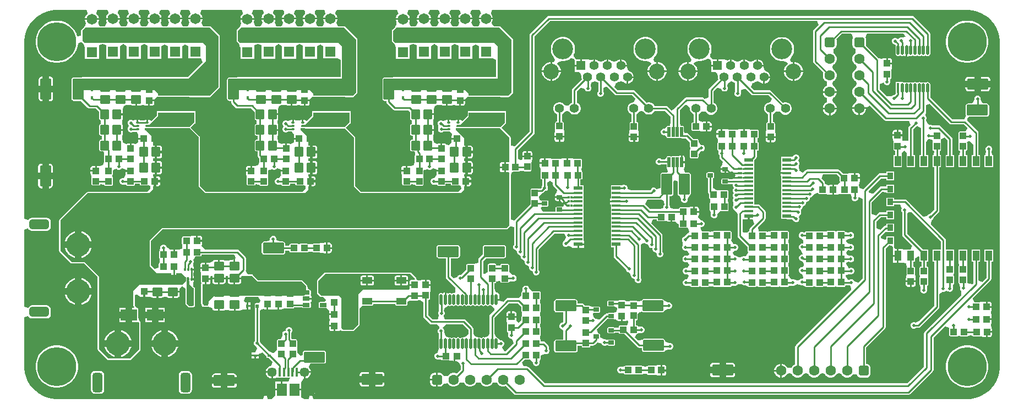
<source format=gbr>
G04*
G04 #@! TF.GenerationSoftware,Altium Limited,Altium Designer,22.4.2 (48)*
G04*
G04 Layer_Physical_Order=1*
G04 Layer_Color=204*
%FSLAX44Y44*%
%MOMM*%
G71*
G04*
G04 #@! TF.SameCoordinates,C02FB5F5-7DDD-4E4A-B98E-A3E591FA83C8*
G04*
G04*
G04 #@! TF.FilePolarity,Positive*
G04*
G01*
G75*
%ADD14C,0.2540*%
%ADD19C,0.5000*%
%ADD20O,0.4500X1.7000*%
%ADD21R,1.3500X0.4000*%
%ADD22R,1.3500X0.6000*%
G04:AMPARAMS|DCode=23|XSize=3.3mm|YSize=1.7mm|CornerRadius=0.2125mm|HoleSize=0mm|Usage=FLASHONLY|Rotation=180.000|XOffset=0mm|YOffset=0mm|HoleType=Round|Shape=RoundedRectangle|*
%AMROUNDEDRECTD23*
21,1,3.3000,1.2750,0,0,180.0*
21,1,2.8750,1.7000,0,0,180.0*
1,1,0.4250,-1.4375,0.6375*
1,1,0.4250,1.4375,0.6375*
1,1,0.4250,1.4375,-0.6375*
1,1,0.4250,-1.4375,-0.6375*
%
%ADD23ROUNDEDRECTD23*%
G04:AMPARAMS|DCode=24|XSize=3.3mm|YSize=1.7mm|CornerRadius=0.2125mm|HoleSize=0mm|Usage=FLASHONLY|Rotation=90.000|XOffset=0mm|YOffset=0mm|HoleType=Round|Shape=RoundedRectangle|*
%AMROUNDEDRECTD24*
21,1,3.3000,1.2750,0,0,90.0*
21,1,2.8750,1.7000,0,0,90.0*
1,1,0.4250,0.6375,1.4375*
1,1,0.4250,0.6375,-1.4375*
1,1,0.4250,-0.6375,-1.4375*
1,1,0.4250,-0.6375,1.4375*
%
%ADD24ROUNDEDRECTD24*%
G04:AMPARAMS|DCode=25|XSize=1mm|YSize=1.1mm|CornerRadius=0.075mm|HoleSize=0mm|Usage=FLASHONLY|Rotation=180.000|XOffset=0mm|YOffset=0mm|HoleType=Round|Shape=RoundedRectangle|*
%AMROUNDEDRECTD25*
21,1,1.0000,0.9500,0,0,180.0*
21,1,0.8500,1.1000,0,0,180.0*
1,1,0.1500,-0.4250,0.4750*
1,1,0.1500,0.4250,0.4750*
1,1,0.1500,0.4250,-0.4750*
1,1,0.1500,-0.4250,-0.4750*
%
%ADD25ROUNDEDRECTD25*%
G04:AMPARAMS|DCode=26|XSize=1mm|YSize=1.1mm|CornerRadius=0.075mm|HoleSize=0mm|Usage=FLASHONLY|Rotation=90.000|XOffset=0mm|YOffset=0mm|HoleType=Round|Shape=RoundedRectangle|*
%AMROUNDEDRECTD26*
21,1,1.0000,0.9500,0,0,90.0*
21,1,0.8500,1.1000,0,0,90.0*
1,1,0.1500,0.4750,0.4250*
1,1,0.1500,0.4750,-0.4250*
1,1,0.1500,-0.4750,-0.4250*
1,1,0.1500,-0.4750,0.4250*
%
%ADD26ROUNDEDRECTD26*%
%ADD27R,0.9000X1.0000*%
%ADD28R,1.0000X1.6000*%
%ADD29R,0.4000X1.3500*%
%ADD30R,1.5000X1.9000*%
%ADD31R,0.6700X0.3000*%
%ADD32O,0.6700X0.3000*%
%ADD33O,0.4500X1.5000*%
%ADD34R,0.4500X1.5000*%
G04:AMPARAMS|DCode=35|XSize=1.1mm|YSize=1mm|CornerRadius=0.075mm|HoleSize=0mm|Usage=FLASHONLY|Rotation=270.000|XOffset=0mm|YOffset=0mm|HoleType=Round|Shape=RoundedRectangle|*
%AMROUNDEDRECTD35*
21,1,1.1000,0.8500,0,0,270.0*
21,1,0.9500,1.0000,0,0,270.0*
1,1,0.1500,-0.4250,-0.4750*
1,1,0.1500,-0.4250,0.4750*
1,1,0.1500,0.4250,0.4750*
1,1,0.1500,0.4250,-0.4750*
%
%ADD35ROUNDEDRECTD35*%
%ADD36R,0.5900X0.4500*%
G04:AMPARAMS|DCode=37|XSize=0.59mm|YSize=0.45mm|CornerRadius=0.0338mm|HoleSize=0mm|Usage=FLASHONLY|Rotation=90.000|XOffset=0mm|YOffset=0mm|HoleType=Round|Shape=RoundedRectangle|*
%AMROUNDEDRECTD37*
21,1,0.5900,0.3825,0,0,90.0*
21,1,0.5225,0.4500,0,0,90.0*
1,1,0.0675,0.1913,0.2612*
1,1,0.0675,0.1913,-0.2612*
1,1,0.0675,-0.1913,-0.2612*
1,1,0.0675,-0.1913,0.2612*
%
%ADD37ROUNDEDRECTD37*%
G04:AMPARAMS|DCode=38|XSize=1.1mm|YSize=1mm|CornerRadius=0.1mm|HoleSize=0mm|Usage=FLASHONLY|Rotation=270.000|XOffset=0mm|YOffset=0mm|HoleType=Round|Shape=RoundedRectangle|*
%AMROUNDEDRECTD38*
21,1,1.1000,0.8000,0,0,270.0*
21,1,0.9000,1.0000,0,0,270.0*
1,1,0.2000,-0.4000,-0.4500*
1,1,0.2000,-0.4000,0.4500*
1,1,0.2000,0.4000,0.4500*
1,1,0.2000,0.4000,-0.4500*
%
%ADD38ROUNDEDRECTD38*%
G04:AMPARAMS|DCode=39|XSize=0.6mm|YSize=0.9mm|CornerRadius=0.045mm|HoleSize=0mm|Usage=FLASHONLY|Rotation=270.000|XOffset=0mm|YOffset=0mm|HoleType=Round|Shape=RoundedRectangle|*
%AMROUNDEDRECTD39*
21,1,0.6000,0.8100,0,0,270.0*
21,1,0.5100,0.9000,0,0,270.0*
1,1,0.0900,-0.4050,-0.2550*
1,1,0.0900,-0.4050,0.2550*
1,1,0.0900,0.4050,0.2550*
1,1,0.0900,0.4050,-0.2550*
%
%ADD39ROUNDEDRECTD39*%
G04:AMPARAMS|DCode=40|XSize=1.1mm|YSize=0.6mm|CornerRadius=0.03mm|HoleSize=0mm|Usage=FLASHONLY|Rotation=0.000|XOffset=0mm|YOffset=0mm|HoleType=Round|Shape=RoundedRectangle|*
%AMROUNDEDRECTD40*
21,1,1.1000,0.5400,0,0,0.0*
21,1,1.0400,0.6000,0,0,0.0*
1,1,0.0600,0.5200,-0.2700*
1,1,0.0600,-0.5200,-0.2700*
1,1,0.0600,-0.5200,0.2700*
1,1,0.0600,0.5200,0.2700*
%
%ADD40ROUNDEDRECTD40*%
%ADD41R,0.3000X0.6700*%
%ADD42O,0.3000X0.6700*%
G04:AMPARAMS|DCode=43|XSize=0.45mm|YSize=1.55mm|CornerRadius=0.0495mm|HoleSize=0mm|Usage=FLASHONLY|Rotation=180.000|XOffset=0mm|YOffset=0mm|HoleType=Round|Shape=RoundedRectangle|*
%AMROUNDEDRECTD43*
21,1,0.4500,1.4510,0,0,180.0*
21,1,0.3510,1.5500,0,0,180.0*
1,1,0.0990,-0.1755,0.7255*
1,1,0.0990,0.1755,0.7255*
1,1,0.0990,0.1755,-0.7255*
1,1,0.0990,-0.1755,-0.7255*
%
%ADD43ROUNDEDRECTD43*%
G04:AMPARAMS|DCode=44|XSize=1.1mm|YSize=1mm|CornerRadius=0.075mm|HoleSize=0mm|Usage=FLASHONLY|Rotation=0.000|XOffset=0mm|YOffset=0mm|HoleType=Round|Shape=RoundedRectangle|*
%AMROUNDEDRECTD44*
21,1,1.1000,0.8500,0,0,0.0*
21,1,0.9500,1.0000,0,0,0.0*
1,1,0.1500,0.4750,-0.4250*
1,1,0.1500,-0.4750,-0.4250*
1,1,0.1500,-0.4750,0.4250*
1,1,0.1500,0.4750,0.4250*
%
%ADD44ROUNDEDRECTD44*%
G04:AMPARAMS|DCode=45|XSize=1.3mm|YSize=1.5mm|CornerRadius=0.0975mm|HoleSize=0mm|Usage=FLASHONLY|Rotation=0.000|XOffset=0mm|YOffset=0mm|HoleType=Round|Shape=RoundedRectangle|*
%AMROUNDEDRECTD45*
21,1,1.3000,1.3050,0,0,0.0*
21,1,1.1050,1.5000,0,0,0.0*
1,1,0.1950,0.5525,-0.6525*
1,1,0.1950,-0.5525,-0.6525*
1,1,0.1950,-0.5525,0.6525*
1,1,0.1950,0.5525,0.6525*
%
%ADD45ROUNDEDRECTD45*%
G04:AMPARAMS|DCode=46|XSize=1.1mm|YSize=1mm|CornerRadius=0.1mm|HoleSize=0mm|Usage=FLASHONLY|Rotation=180.000|XOffset=0mm|YOffset=0mm|HoleType=Round|Shape=RoundedRectangle|*
%AMROUNDEDRECTD46*
21,1,1.1000,0.8000,0,0,180.0*
21,1,0.9000,1.0000,0,0,180.0*
1,1,0.2000,-0.4500,0.4000*
1,1,0.2000,0.4500,0.4000*
1,1,0.2000,0.4500,-0.4000*
1,1,0.2000,-0.4500,-0.4000*
%
%ADD46ROUNDEDRECTD46*%
%ADD47R,0.4000X0.4800*%
G04:AMPARAMS|DCode=48|XSize=1.3mm|YSize=1.5mm|CornerRadius=0.0975mm|HoleSize=0mm|Usage=FLASHONLY|Rotation=90.000|XOffset=0mm|YOffset=0mm|HoleType=Round|Shape=RoundedRectangle|*
%AMROUNDEDRECTD48*
21,1,1.3000,1.3050,0,0,90.0*
21,1,1.1050,1.5000,0,0,90.0*
1,1,0.1950,0.6525,0.5525*
1,1,0.1950,0.6525,-0.5525*
1,1,0.1950,-0.6525,-0.5525*
1,1,0.1950,-0.6525,0.5525*
%
%ADD48ROUNDEDRECTD48*%
%ADD49R,5.6000X1.6500*%
%ADD50R,0.8000X2.7000*%
G04:AMPARAMS|DCode=51|XSize=1.55mm|YSize=1mm|CornerRadius=0.075mm|HoleSize=0mm|Usage=FLASHONLY|Rotation=0.000|XOffset=0mm|YOffset=0mm|HoleType=Round|Shape=RoundedRectangle|*
%AMROUNDEDRECTD51*
21,1,1.5500,0.8500,0,0,0.0*
21,1,1.4000,1.0000,0,0,0.0*
1,1,0.1500,0.7000,-0.4250*
1,1,0.1500,-0.7000,-0.4250*
1,1,0.1500,-0.7000,0.4250*
1,1,0.1500,0.7000,0.4250*
%
%ADD51ROUNDEDRECTD51*%
%ADD52R,0.4500X0.5900*%
%ADD53R,2.5000X1.7000*%
G04:AMPARAMS|DCode=103|XSize=0.4mm|YSize=0.3mm|CornerRadius=0.0225mm|HoleSize=0mm|Usage=FLASHONLY|Rotation=0.000|XOffset=0mm|YOffset=0mm|HoleType=Round|Shape=RoundedRectangle|*
%AMROUNDEDRECTD103*
21,1,0.4000,0.2550,0,0,0.0*
21,1,0.3550,0.3000,0,0,0.0*
1,1,0.0450,0.1775,-0.1275*
1,1,0.0450,-0.1775,-0.1275*
1,1,0.0450,-0.1775,0.1275*
1,1,0.0450,0.1775,0.1275*
%
%ADD103ROUNDEDRECTD103*%
%ADD104C,1.4080*%
%ADD105R,1.4080X1.4080*%
%ADD106C,2.4000*%
%ADD107C,3.2000*%
%ADD108C,1.6000*%
G04:AMPARAMS|DCode=109|XSize=1.6mm|YSize=1.6mm|CornerRadius=0.4mm|HoleSize=0mm|Usage=FLASHONLY|Rotation=180.000|XOffset=0mm|YOffset=0mm|HoleType=Round|Shape=RoundedRectangle|*
%AMROUNDEDRECTD109*
21,1,1.6000,0.8000,0,0,180.0*
21,1,0.8000,1.6000,0,0,180.0*
1,1,0.8000,-0.4000,0.4000*
1,1,0.8000,0.4000,0.4000*
1,1,0.8000,0.4000,-0.4000*
1,1,0.8000,-0.4000,-0.4000*
%
%ADD109ROUNDEDRECTD109*%
%ADD110C,1.4500*%
G04:AMPARAMS|DCode=111|XSize=1.6mm|YSize=1.6mm|CornerRadius=0.4mm|HoleSize=0mm|Usage=FLASHONLY|Rotation=270.000|XOffset=0mm|YOffset=0mm|HoleType=Round|Shape=RoundedRectangle|*
%AMROUNDEDRECTD111*
21,1,1.6000,0.8000,0,0,270.0*
21,1,0.8000,1.6000,0,0,270.0*
1,1,0.8000,-0.4000,-0.4000*
1,1,0.8000,-0.4000,0.4000*
1,1,0.8000,0.4000,0.4000*
1,1,0.8000,0.4000,-0.4000*
%
%ADD111ROUNDEDRECTD111*%
%ADD112C,3.7000*%
G04:AMPARAMS|DCode=113|XSize=1.5mm|YSize=3mm|CornerRadius=0.375mm|HoleSize=0mm|Usage=FLASHONLY|Rotation=90.000|XOffset=0mm|YOffset=0mm|HoleType=Round|Shape=RoundedRectangle|*
%AMROUNDEDRECTD113*
21,1,1.5000,2.2500,0,0,90.0*
21,1,0.7500,3.0000,0,0,90.0*
1,1,0.7500,1.1250,0.3750*
1,1,0.7500,1.1250,-0.3750*
1,1,0.7500,-1.1250,-0.3750*
1,1,0.7500,-1.1250,0.3750*
%
%ADD113ROUNDEDRECTD113*%
G04:AMPARAMS|DCode=114|XSize=1.5mm|YSize=3mm|CornerRadius=0.375mm|HoleSize=0mm|Usage=FLASHONLY|Rotation=180.000|XOffset=0mm|YOffset=0mm|HoleType=Round|Shape=RoundedRectangle|*
%AMROUNDEDRECTD114*
21,1,1.5000,2.2500,0,0,180.0*
21,1,0.7500,3.0000,0,0,180.0*
1,1,0.7500,-0.3750,1.1250*
1,1,0.7500,0.3750,1.1250*
1,1,0.7500,0.3750,-1.1250*
1,1,0.7500,-0.3750,-1.1250*
%
%ADD114ROUNDEDRECTD114*%
%ADD115C,6.0000*%
%ADD116R,1.6500X1.6500*%
%ADD117C,1.6500*%
%ADD118C,0.5000*%
G36*
X1558969Y699130D02*
X1565427Y697399D01*
X1571604Y694841D01*
X1577394Y691498D01*
X1582698Y687428D01*
X1587426Y682700D01*
X1591496Y677396D01*
X1594838Y671606D01*
X1597397Y665429D01*
X1599127Y658971D01*
X1600000Y652343D01*
Y649000D01*
X1600000D01*
X1600000Y594000D01*
X1600000Y201250D01*
X1600000Y150500D01*
X1599967Y147178D01*
X1599041Y140599D01*
X1597269Y134196D01*
X1594682Y128077D01*
X1591322Y122345D01*
X1587247Y117097D01*
X1582527Y112422D01*
X1577239Y108399D01*
X1571474Y105096D01*
X1565330Y102568D01*
X1558910Y100859D01*
X1554862Y100330D01*
X1549000Y99998D01*
X1549000Y99998D01*
X544028Y99998D01*
X542942Y105997D01*
X543157Y106210D01*
X545155Y107545D01*
X546490Y109543D01*
X546660Y110400D01*
X541800D01*
Y113630D01*
X541800D01*
Y105400D01*
X538550D01*
X537572Y99998D01*
X530654D01*
X525840Y102860D01*
X525840Y105998D01*
Y113630D01*
X515800D01*
Y116170D01*
X525840D01*
Y126420D01*
X526122Y127554D01*
X529511Y132110D01*
X529530D01*
Y141900D01*
X530800D01*
Y143170D01*
X540590D01*
Y143189D01*
X539923Y145679D01*
X538634Y147911D01*
X537616Y148929D01*
X538237Y152203D01*
X539812Y154929D01*
X560375D01*
X561789Y155210D01*
X562989Y156011D01*
X563790Y157211D01*
X564071Y158625D01*
Y171375D01*
X563790Y172789D01*
X562989Y173988D01*
X561789Y174790D01*
X560375Y175071D01*
X531625D01*
X530211Y174790D01*
X529011Y173988D01*
X528210Y172789D01*
X527929Y171375D01*
Y168647D01*
X527590Y168257D01*
X524830Y167040D01*
X519434Y171173D01*
X519434Y174180D01*
X519333Y177430D01*
X519434Y180680D01*
X519434Y182020D01*
Y190180D01*
X519259Y191058D01*
X518762Y191802D01*
X518018Y192299D01*
X517140Y192474D01*
X511806D01*
X510654Y193244D01*
Y202987D01*
X511043Y203375D01*
X511810Y205228D01*
Y207233D01*
X511043Y209085D01*
X509625Y210503D01*
X507772Y211270D01*
X505767D01*
X503915Y210503D01*
X502497Y209085D01*
X501730Y207233D01*
Y205290D01*
X500498D01*
X498645Y204523D01*
X497227Y203105D01*
X496460Y201252D01*
Y199247D01*
X496538Y199060D01*
X496694Y197533D01*
X494964Y193863D01*
X494074Y192474D01*
X490640D01*
X489762Y192299D01*
X489018Y191802D01*
X488521Y191058D01*
X488346Y190180D01*
Y182020D01*
X488346Y180680D01*
X488447Y177430D01*
X488408Y176165D01*
X484502Y171825D01*
X484186Y171631D01*
X482346Y171096D01*
X481350Y171250D01*
D01*
X476315Y173579D01*
X463290Y186604D01*
Y187253D01*
X462523Y189105D01*
X462035Y189593D01*
Y236296D01*
X464616Y237852D01*
X468035Y238826D01*
X468266Y238671D01*
X469550Y238416D01*
X472530D01*
Y246520D01*
X475070D01*
Y238416D01*
X478050Y238415D01*
X481855Y238621D01*
X486550Y238416D01*
X489530D01*
Y246520D01*
X492070D01*
Y238416D01*
X495050D01*
X496334Y238671D01*
X496756Y238953D01*
X496756Y238953D01*
X499175Y239522D01*
X503146Y239802D01*
X503651Y239733D01*
X504140Y239636D01*
X512640D01*
X513518Y239811D01*
X514262Y240308D01*
X514759Y241052D01*
X514822Y241365D01*
X526927D01*
X527002Y241252D01*
X527598Y240854D01*
X528300Y240715D01*
X538700D01*
X539402Y240854D01*
X539998Y241252D01*
X540396Y241848D01*
X540535Y242550D01*
Y247950D01*
X540396Y248652D01*
X540748Y250002D01*
X541375Y250942D01*
X541596Y252050D01*
Y253480D01*
X533500D01*
Y256020D01*
X541596D01*
Y257450D01*
X541375Y258558D01*
X540748Y259497D01*
X540396Y260848D01*
X540535Y261550D01*
Y266950D01*
X540396Y267652D01*
X539998Y268248D01*
X539402Y268645D01*
X538700Y268785D01*
X535925Y271560D01*
X535289Y274250D01*
X535134Y275030D01*
X534692Y275692D01*
X534692Y275692D01*
X527692Y282692D01*
X527030Y283134D01*
X526250Y283289D01*
X459845Y283289D01*
X451442Y291692D01*
X450780Y292134D01*
X450000Y292289D01*
X443407D01*
X440912Y296611D01*
X440475Y298289D01*
X440635Y299090D01*
Y317250D01*
X440339Y318737D01*
X439497Y319997D01*
X430137Y329357D01*
X428877Y330199D01*
X427390Y330495D01*
X377588D01*
X372411Y336042D01*
X372415Y336495D01*
X372805Y338312D01*
X372805Y338312D01*
X373169Y338856D01*
X373424Y340140D01*
Y343120D01*
X365320D01*
Y344390D01*
X364050D01*
Y351995D01*
X361349D01*
X360570Y351995D01*
X360570Y351994D01*
X359702Y351822D01*
X358390Y351615D01*
X358389Y351615D01*
X358388Y351615D01*
X353575Y350948D01*
X352563Y350934D01*
X344570Y350934D01*
X343692Y350760D01*
X342948Y350262D01*
X342450Y349518D01*
X342276Y348640D01*
Y340140D01*
X342450Y339262D01*
X342948Y338518D01*
X342955Y338453D01*
X342885Y332968D01*
X342808Y332482D01*
X342699Y332319D01*
X340120Y331121D01*
X338298Y330609D01*
X336136Y330467D01*
X336104Y330489D01*
X334820Y330744D01*
X331340D01*
Y323140D01*
X328800D01*
Y330744D01*
X326099D01*
X325320Y330745D01*
X325320Y330744D01*
X324583Y330598D01*
X323945Y330788D01*
X320557Y332858D01*
X319040Y333891D01*
Y334253D01*
X318273Y336105D01*
X316855Y337523D01*
X315002Y338290D01*
X312997D01*
X311145Y337523D01*
X309727Y336105D01*
X308960Y334253D01*
Y332248D01*
X308444Y329521D01*
X307698Y329012D01*
X307201Y328268D01*
X307026Y327390D01*
Y318890D01*
X307201Y318012D01*
X307698Y317268D01*
X308160Y316959D01*
X308315Y314880D01*
X308294Y314571D01*
X307765Y310788D01*
X307308Y310482D01*
X306811Y309738D01*
X306636Y308860D01*
Y302983D01*
X300636Y300498D01*
X294539Y306595D01*
Y343655D01*
X312595Y361711D01*
X841750D01*
X841750Y361711D01*
X842530Y361866D01*
X843192Y362308D01*
X843192Y362308D01*
X846865Y365981D01*
X849092Y365810D01*
X852865Y364821D01*
Y337743D01*
X852477Y337355D01*
X851710Y335503D01*
Y333498D01*
X852477Y331645D01*
X853895Y330227D01*
X855748Y329460D01*
X857710Y328252D01*
Y326247D01*
X858366Y324663D01*
X858477Y324395D01*
X858477Y324395D01*
X859895Y322977D01*
X861748Y322210D01*
X863460Y320252D01*
Y318248D01*
X864227Y316395D01*
X865645Y314977D01*
X867497Y314210D01*
X869606Y312106D01*
X869710Y309997D01*
X870477Y308145D01*
X871895Y306727D01*
X873747Y305960D01*
X875955Y304205D01*
X876210Y301998D01*
X876977Y300145D01*
X878395Y298727D01*
X881960Y296752D01*
X881960Y294748D01*
X882616Y293163D01*
X882727Y292895D01*
X882727Y292895D01*
X883940Y291682D01*
X884145Y291477D01*
Y291477D01*
X884145Y291477D01*
X885997Y290710D01*
X888002D01*
X888002Y290710D01*
X889855Y291477D01*
X889855D01*
X891273Y292895D01*
X892040Y294747D01*
X892040Y294748D01*
X892040Y296752D01*
X891273Y298605D01*
X890885Y298993D01*
Y330891D01*
X915367Y355373D01*
X930294D01*
X933065Y350072D01*
X932777Y348861D01*
X930706Y344109D01*
X929895Y343773D01*
X928477Y342355D01*
X927710Y340503D01*
Y338498D01*
X928477Y336645D01*
X929895Y335227D01*
X931748Y334460D01*
X933753D01*
X935605Y335227D01*
X936469Y336091D01*
X939051Y335754D01*
X942468Y334252D01*
Y333218D01*
X950489D01*
Y338758D01*
X951759D01*
Y340028D01*
X961049D01*
Y344297D01*
X960008D01*
Y355758D01*
Y362258D01*
Y368758D01*
Y375258D01*
Y381758D01*
Y388258D01*
Y394758D01*
Y401258D01*
Y407758D01*
Y414258D01*
Y420758D01*
Y429758D01*
X954955D01*
Y438596D01*
X955820D01*
X956698Y438771D01*
X957442Y439268D01*
X957939Y440012D01*
X958114Y440890D01*
Y449390D01*
X957939Y450268D01*
X957442Y451012D01*
X957197Y451176D01*
X956791Y454126D01*
X957024Y457562D01*
X957122Y457628D01*
X957619Y458372D01*
X957794Y459250D01*
Y467750D01*
X957619Y468628D01*
X957122Y469372D01*
X956378Y469869D01*
X955500Y470044D01*
X947507Y470044D01*
X946495Y470058D01*
X941681Y470725D01*
X940368Y470932D01*
X939500Y471104D01*
X939500Y471105D01*
X938721Y471104D01*
X936020D01*
Y463500D01*
X933480D01*
Y471104D01*
X931049D01*
X930000Y471105D01*
X929081Y470930D01*
X927795Y470716D01*
X924658Y470261D01*
X923294Y470113D01*
X921180Y470154D01*
X913187D01*
X912175Y470168D01*
X907361Y470835D01*
X906048Y471042D01*
X905180Y471214D01*
X905180Y471214D01*
X904401Y471214D01*
X901700D01*
Y463610D01*
X900430D01*
Y462340D01*
X892326D01*
Y459360D01*
X892581Y458076D01*
X893308Y456988D01*
X893580Y456076D01*
X893742Y454748D01*
X893906Y451995D01*
X893709Y450280D01*
X893701Y450268D01*
X893526Y449390D01*
Y440890D01*
X893701Y440012D01*
X894198Y439268D01*
X894942Y438771D01*
X895820Y438596D01*
X896365D01*
Y428993D01*
X895977Y428605D01*
X895210Y426753D01*
Y426204D01*
X893801Y424795D01*
X888370D01*
X886883Y424499D01*
X886846Y424474D01*
X880640D01*
X879762Y424299D01*
X879018Y423802D01*
X878521Y423058D01*
X878346Y422180D01*
Y414020D01*
X878346Y412680D01*
X878447Y409430D01*
X878346Y406180D01*
X878346Y404840D01*
Y400380D01*
X854003Y376037D01*
X853789Y375717D01*
X849665Y376038D01*
X847789Y376715D01*
Y417500D01*
X847789Y417500D01*
Y445625D01*
X849943Y449669D01*
X852165Y450469D01*
X853040Y450728D01*
X853518Y450846D01*
X860070D01*
X860948Y451021D01*
X861173Y451171D01*
X862937Y451557D01*
X865894Y451648D01*
X868112Y451281D01*
X868232Y451201D01*
X869110Y451026D01*
X877610D01*
X878488Y451201D01*
X879232Y451698D01*
X879729Y452442D01*
X879904Y453320D01*
X879904Y461313D01*
X879918Y462325D01*
X880585Y467139D01*
X880792Y468452D01*
X880964Y469320D01*
X880965Y469320D01*
X880965Y470099D01*
Y472800D01*
X865755D01*
Y470478D01*
X864038Y468675D01*
X863686Y468383D01*
X863649Y468366D01*
X860483Y469110D01*
X859205Y469926D01*
Y483961D01*
X883497Y508253D01*
X884339Y509513D01*
X884635Y511000D01*
Y659141D01*
X908109Y682615D01*
X1319282D01*
X1321578Y677072D01*
X1314003Y669497D01*
X1313161Y668237D01*
X1312865Y666750D01*
Y620500D01*
X1313161Y619013D01*
X1314003Y617753D01*
X1328773Y602983D01*
X1328678Y602818D01*
X1327960Y600138D01*
Y597362D01*
X1328678Y594682D01*
X1330066Y592278D01*
X1332028Y590316D01*
X1333893Y589239D01*
X1334403Y586050D01*
X1333893Y582861D01*
X1332028Y581784D01*
X1330066Y579822D01*
X1328678Y577418D01*
X1327960Y574738D01*
Y574620D01*
X1338500D01*
X1349040D01*
Y574738D01*
X1348322Y577418D01*
X1346934Y579822D01*
X1344972Y581784D01*
X1343107Y582861D01*
X1342597Y586050D01*
X1343107Y589239D01*
X1344972Y590316D01*
X1346934Y592278D01*
X1348322Y594682D01*
X1349040Y597362D01*
Y600138D01*
X1348322Y602818D01*
X1346934Y605222D01*
X1344972Y607184D01*
X1343107Y608261D01*
X1342597Y611450D01*
X1343107Y614639D01*
X1344972Y615716D01*
X1346934Y617678D01*
X1348322Y620082D01*
X1349040Y622762D01*
Y625538D01*
X1348322Y628218D01*
X1346934Y630622D01*
X1344972Y632584D01*
X1344065Y633108D01*
X1344177Y637897D01*
X1344331Y638536D01*
X1344650Y639362D01*
X1345798Y639837D01*
X1347164Y640886D01*
X1348213Y642252D01*
X1348872Y643843D01*
X1349096Y645550D01*
Y653550D01*
X1348968Y654524D01*
X1357559Y663115D01*
X1371620D01*
X1372793Y661647D01*
X1374301Y657115D01*
X1374287Y657098D01*
X1373628Y655507D01*
X1373404Y653800D01*
Y645800D01*
X1373628Y644093D01*
X1374287Y642502D01*
X1375336Y641136D01*
X1376702Y640087D01*
X1377850Y639612D01*
X1378169Y638786D01*
X1378323Y638147D01*
X1378435Y633358D01*
X1377528Y632834D01*
X1375566Y630872D01*
X1374178Y628468D01*
X1373460Y625788D01*
Y623012D01*
X1374178Y620332D01*
X1375566Y617928D01*
X1377528Y615966D01*
X1379393Y614889D01*
X1379903Y611700D01*
X1379393Y608511D01*
X1377528Y607434D01*
X1375566Y605472D01*
X1374178Y603068D01*
X1373460Y600388D01*
Y597612D01*
X1374178Y594932D01*
X1375566Y592528D01*
X1377528Y590566D01*
X1379393Y589489D01*
X1379903Y586300D01*
X1379393Y583111D01*
X1377528Y582034D01*
X1375566Y580072D01*
X1374178Y577668D01*
X1373460Y574988D01*
Y572212D01*
X1374178Y569532D01*
X1375566Y567128D01*
X1377528Y565166D01*
X1379393Y564089D01*
X1379903Y560900D01*
X1379393Y557711D01*
X1377528Y556634D01*
X1375566Y554672D01*
X1374178Y552268D01*
X1373460Y549588D01*
Y549470D01*
X1384000D01*
X1395001D01*
X1395774Y550123D01*
X1400105Y552001D01*
X1422103Y530003D01*
X1423363Y529161D01*
X1424850Y528865D01*
X1460636D01*
X1463122Y522865D01*
X1460503Y520247D01*
X1459661Y518987D01*
X1459365Y517500D01*
Y499053D01*
X1458399Y498147D01*
X1450902Y498202D01*
X1450381Y498735D01*
X1450294Y500594D01*
X1450555Y501980D01*
X1450555Y505460D01*
X1442950D01*
X1435346D01*
Y501980D01*
X1435578Y500809D01*
X1435609Y500644D01*
X1436210Y496678D01*
X1436398Y494572D01*
X1436406Y493973D01*
X1436406Y492964D01*
Y484980D01*
X1436581Y484102D01*
X1437078Y483358D01*
X1437822Y482861D01*
X1438700Y482686D01*
X1439065D01*
Y476500D01*
X1436750D01*
Y457500D01*
X1449750D01*
Y476500D01*
X1449750D01*
X1449265Y479005D01*
X1451117Y481588D01*
X1452760Y483031D01*
X1456706Y479799D01*
X1456750Y476500D01*
X1456750D01*
Y457500D01*
X1469750D01*
Y476500D01*
X1467135D01*
Y515891D01*
X1471704Y520460D01*
X1472253D01*
X1472615Y520610D01*
X1477111Y518578D01*
X1478615Y517253D01*
Y476500D01*
X1476750D01*
Y457500D01*
X1489750D01*
Y476500D01*
X1486385D01*
Y495359D01*
X1489747Y500460D01*
X1491752D01*
X1495795Y499930D01*
X1496635Y499433D01*
X1496697Y497430D01*
X1496596Y494180D01*
X1496596Y492840D01*
Y484680D01*
X1496771Y483802D01*
X1497268Y483058D01*
X1498012Y482561D01*
X1498890Y482386D01*
X1498615Y476500D01*
X1496750D01*
Y457500D01*
X1499365D01*
Y392109D01*
X1493046Y385790D01*
X1492498D01*
X1490645Y385023D01*
X1489227Y383605D01*
X1489051Y383178D01*
X1484530Y381445D01*
X1482460Y381284D01*
X1457198Y406546D01*
X1455937Y407388D01*
X1454451Y407684D01*
X1437250D01*
Y410500D01*
X1425250D01*
Y397500D01*
X1437250D01*
Y399915D01*
X1447013D01*
X1449477Y394105D01*
X1448710Y392253D01*
Y390247D01*
X1449477Y388395D01*
X1449865Y388007D01*
Y353500D01*
X1450161Y352013D01*
X1451003Y350753D01*
X1465256Y336500D01*
X1462771Y330500D01*
X1456790D01*
X1456750Y330500D01*
X1450790Y330597D01*
Y331540D01*
X1444520D01*
Y321000D01*
Y310460D01*
X1450790D01*
Y310460D01*
X1455749Y309157D01*
X1457268Y303802D01*
X1456771Y303058D01*
X1456596Y302180D01*
X1456596Y294187D01*
X1456582Y293175D01*
X1455915Y288361D01*
X1455708Y287048D01*
X1455536Y286180D01*
X1455535Y286180D01*
X1455535Y285401D01*
Y282700D01*
X1463140D01*
X1470744D01*
Y285401D01*
X1470744Y286180D01*
X1470744Y286180D01*
X1470572Y287048D01*
X1470365Y288361D01*
X1469698Y293175D01*
X1469684Y294187D01*
X1469684Y302180D01*
X1469509Y303058D01*
X1469012Y303802D01*
X1468268Y304299D01*
X1467390Y304474D01*
X1467025D01*
Y311500D01*
X1469750D01*
Y317387D01*
X1475750Y320594D01*
X1476750Y319926D01*
Y311500D01*
X1479475D01*
Y304614D01*
X1479110D01*
X1478232Y304439D01*
X1477488Y303942D01*
X1476991Y303198D01*
X1476816Y302320D01*
Y294160D01*
X1476816Y292820D01*
X1476917Y289570D01*
X1476816Y286320D01*
X1476816Y284980D01*
Y276820D01*
X1476991Y275942D01*
X1477488Y275198D01*
X1478225Y272899D01*
X1478209Y268704D01*
Y266700D01*
X1478977Y264847D01*
X1480394Y263429D01*
X1482247Y262662D01*
X1484252D01*
X1486104Y263429D01*
X1487522Y264847D01*
X1488289Y266700D01*
Y268704D01*
X1488274Y268742D01*
X1488427Y273014D01*
X1489232Y275198D01*
X1489729Y275942D01*
X1489904Y276820D01*
Y284980D01*
X1489904Y286320D01*
X1489803Y289570D01*
X1489904Y292820D01*
X1489904Y294160D01*
Y302320D01*
X1489729Y303198D01*
X1489232Y303942D01*
X1488488Y304439D01*
X1487610Y304614D01*
X1487245D01*
Y311500D01*
X1489750D01*
Y330500D01*
X1482244D01*
X1457635Y355109D01*
Y386636D01*
X1460452Y388406D01*
X1464333Y388423D01*
X1509365Y343391D01*
Y330500D01*
X1496750D01*
Y311500D01*
X1499365D01*
Y244109D01*
X1475865Y220609D01*
X1470605Y218273D01*
X1468752Y219040D01*
X1466747D01*
X1464895Y218273D01*
X1463477Y216855D01*
X1462710Y215002D01*
Y212997D01*
X1463477Y211145D01*
X1464895Y209727D01*
X1466747Y208960D01*
X1468752D01*
X1470605Y209727D01*
X1470993Y210115D01*
X1474750D01*
X1476237Y210411D01*
X1477497Y211253D01*
X1505997Y239753D01*
X1506839Y241013D01*
X1507135Y242500D01*
Y261578D01*
X1507238Y261726D01*
X1512247Y265460D01*
X1514252D01*
X1516105Y266227D01*
X1518000Y267432D01*
X1520145Y266477D01*
X1521729Y265821D01*
X1521998Y265710D01*
X1521998Y265710D01*
X1524002D01*
X1524003Y265710D01*
X1524003Y265710D01*
X1525855Y266477D01*
X1527272Y267895D01*
X1527273Y267895D01*
X1528040Y269748D01*
Y271752D01*
X1528410Y275865D01*
X1529262Y277558D01*
X1529759Y278302D01*
X1529934Y279180D01*
Y288680D01*
X1529759Y289558D01*
X1529262Y290961D01*
Y292899D01*
X1529759Y294302D01*
X1529934Y295180D01*
Y304680D01*
X1529759Y305558D01*
X1529750Y311500D01*
X1529750D01*
Y330500D01*
X1517135D01*
Y345000D01*
X1516839Y346487D01*
X1515997Y347747D01*
X1494034Y369710D01*
X1494196Y371780D01*
X1495928Y376301D01*
X1496355Y376477D01*
X1497773Y377895D01*
X1498540Y379748D01*
Y380296D01*
X1505997Y387753D01*
X1506839Y389013D01*
X1507135Y390500D01*
Y457500D01*
X1509750D01*
Y476500D01*
X1507665D01*
X1507390Y482386D01*
X1508268Y482561D01*
X1509012Y483058D01*
X1509509Y483802D01*
X1509684Y484680D01*
Y492840D01*
X1509684Y494180D01*
X1509583Y497430D01*
X1509676Y500427D01*
X1511865Y501886D01*
X1515227Y503279D01*
X1519365Y499141D01*
Y476500D01*
X1516750D01*
Y457500D01*
X1529750D01*
Y476500D01*
X1527135D01*
Y500750D01*
X1526839Y502237D01*
X1525997Y503497D01*
X1508747Y520747D01*
X1507487Y521589D01*
X1506000Y521885D01*
X1496243D01*
X1495855Y522273D01*
X1494003Y523040D01*
X1491998D01*
X1489217Y524680D01*
X1486773Y529895D01*
X1487540Y531748D01*
Y533753D01*
X1486773Y535605D01*
X1485355Y537023D01*
X1486339Y542513D01*
X1486635Y544000D01*
Y552782D01*
X1492178Y555078D01*
X1522753Y524503D01*
X1524013Y523661D01*
X1525500Y523365D01*
X1544641D01*
X1550499Y517508D01*
X1550191Y516789D01*
X1548307Y513887D01*
X1547047Y512474D01*
X1538890D01*
X1538012Y512299D01*
X1537268Y511802D01*
X1536771Y511058D01*
X1536596Y510180D01*
Y502020D01*
X1536596Y500680D01*
X1536697Y497430D01*
X1536596Y494180D01*
X1536596Y492840D01*
Y484680D01*
X1536771Y483802D01*
X1537268Y483058D01*
X1538012Y482561D01*
X1538890Y482386D01*
X1538615Y476500D01*
X1536750D01*
Y457500D01*
X1549750D01*
Y476500D01*
X1547665D01*
X1547390Y482386D01*
X1548268Y482561D01*
X1549012Y483058D01*
X1549509Y483802D01*
X1549684Y484680D01*
Y492840D01*
X1549684Y494180D01*
X1549640Y495601D01*
X1551161Y497328D01*
X1554113Y497454D01*
X1559365Y492353D01*
Y476500D01*
X1556750D01*
Y457500D01*
X1569750D01*
Y476500D01*
X1567135D01*
Y510250D01*
X1566839Y511737D01*
X1565997Y512997D01*
X1550706Y528288D01*
X1550236Y528758D01*
X1550236Y528758D01*
X1549682Y529582D01*
X1550271Y532485D01*
X1551913Y534984D01*
X1552572Y535179D01*
X1552572Y535179D01*
X1553755Y535179D01*
X1579875D01*
X1581289Y535460D01*
X1582489Y536261D01*
X1583290Y537461D01*
X1583571Y538875D01*
Y551625D01*
X1583290Y553039D01*
X1582489Y554239D01*
X1581289Y555040D01*
X1579875Y555321D01*
X1574335D01*
X1573287Y556311D01*
X1570790Y561247D01*
Y563252D01*
X1570023Y565105D01*
X1568605Y566523D01*
X1566752Y567290D01*
X1564747D01*
X1562895Y566523D01*
X1561477Y565105D01*
X1560710Y563252D01*
Y561247D01*
X1558213Y556311D01*
X1557165Y555321D01*
X1551125D01*
X1549711Y555040D01*
X1548512Y554239D01*
X1547710Y553039D01*
X1547429Y551625D01*
Y538875D01*
X1547710Y537461D01*
X1547712Y537457D01*
X1548047Y536736D01*
X1547021Y533537D01*
X1545554Y531384D01*
X1544486Y531135D01*
X1544486Y531135D01*
X1543875Y531135D01*
X1527109D01*
X1493135Y565109D01*
Y579500D01*
X1493073Y579808D01*
X1493073Y584750D01*
X1493073Y584750D01*
X1492782Y586213D01*
X1492782Y586213D01*
X1492142Y587171D01*
X1492142D01*
X1491954Y587454D01*
X1491953Y587454D01*
X1490713Y588282D01*
X1490713Y588283D01*
X1490713Y588282D01*
X1489250Y588573D01*
X1489250Y588573D01*
X1487787Y588283D01*
X1487787Y588283D01*
X1487787Y588282D01*
X1487524Y588189D01*
X1486000Y587648D01*
X1484213Y588282D01*
X1484213Y588282D01*
X1484213Y588282D01*
X1482750Y588573D01*
X1481287Y588282D01*
X1481287Y588282D01*
X1481287Y588282D01*
X1479500Y587648D01*
X1477713Y588282D01*
X1477713Y588282D01*
X1477713Y588282D01*
X1476250Y588573D01*
X1474787Y588282D01*
X1474787Y588282D01*
X1474787Y588282D01*
X1473000Y587648D01*
X1471213Y588282D01*
X1471213Y588282D01*
X1471213Y588282D01*
X1469750Y588573D01*
X1468287Y588282D01*
X1468287Y588282D01*
X1468287Y588282D01*
X1466500Y587648D01*
X1464713Y588282D01*
X1464713Y588282D01*
X1464713Y588282D01*
X1463250Y588573D01*
X1461787Y588282D01*
X1461787Y588282D01*
X1461787Y588282D01*
X1460000Y587648D01*
X1458213Y588282D01*
X1458213Y588282D01*
X1458213Y588282D01*
X1456750Y588573D01*
X1455287Y588282D01*
X1455287Y588282D01*
X1455287Y588282D01*
X1453500Y587648D01*
X1451713Y588282D01*
X1451713Y588283D01*
X1451713Y588283D01*
X1450250Y588573D01*
X1447500Y588500D01*
X1447500Y588500D01*
X1440000D01*
Y580361D01*
X1439820Y579454D01*
Y571287D01*
X1437073Y568540D01*
X1436248D01*
X1434395Y567773D01*
X1432977Y566355D01*
X1426667Y566327D01*
X1415385Y577609D01*
Y585391D01*
X1415423Y585461D01*
X1421385Y588334D01*
X1421386Y588333D01*
X1421710Y587747D01*
X1422477Y585895D01*
X1423895Y584477D01*
X1425748Y583710D01*
X1427753D01*
X1429605Y584477D01*
X1431023Y585895D01*
X1431790Y587747D01*
Y589753D01*
X1431821Y592894D01*
X1432572Y594108D01*
X1433069Y594852D01*
X1433244Y595730D01*
X1433244Y599420D01*
X1433353Y604507D01*
X1433354Y604537D01*
X1433466Y606057D01*
X1433567Y607122D01*
X1433765Y608922D01*
X1434024Y610847D01*
X1434268Y612534D01*
X1434305Y612730D01*
X1434305Y616210D01*
X1426700D01*
Y617480D01*
X1425430D01*
Y625584D01*
X1422450D01*
X1421166Y625329D01*
X1420861Y625125D01*
X1418970Y624687D01*
X1418505Y624722D01*
X1414398Y625208D01*
X1413924Y625370D01*
X1394468Y644826D01*
X1394596Y645800D01*
Y653800D01*
X1394372Y655507D01*
X1393713Y657098D01*
X1393699Y657115D01*
X1395207Y661647D01*
X1396380Y663115D01*
X1451593D01*
X1454971Y658528D01*
X1449252Y657040D01*
X1447247D01*
X1445395Y656273D01*
X1445395D01*
X1445395Y656273D01*
X1443875Y654919D01*
X1442105Y656023D01*
X1440253Y656790D01*
X1438248D01*
X1438248Y656790D01*
X1436395Y656023D01*
X1434977Y654605D01*
X1434210Y652753D01*
Y650748D01*
X1434977Y648895D01*
X1436395Y647477D01*
X1438248Y646710D01*
X1438796D01*
X1439720Y645786D01*
X1439720Y645786D01*
X1439865Y645641D01*
Y637500D01*
X1439926Y637192D01*
X1439926Y632250D01*
X1439926Y632250D01*
X1440217Y630787D01*
X1440218Y630787D01*
X1440858Y629829D01*
X1440858D01*
X1441046Y629546D01*
X1441046Y629546D01*
X1442287Y628718D01*
X1442287Y628717D01*
X1442287Y628718D01*
X1443750Y628427D01*
X1443750Y628427D01*
X1445213Y628718D01*
X1445213Y628717D01*
X1445213Y628718D01*
X1445476Y628811D01*
X1447000Y629352D01*
X1448787Y628718D01*
X1450250Y628427D01*
X1451713Y628718D01*
X1451713Y628718D01*
X1452168Y629021D01*
X1453297Y628797D01*
X1453297Y628797D01*
X1454881Y627738D01*
X1455480Y627619D01*
Y637500D01*
X1458020D01*
Y627619D01*
X1458619Y627738D01*
X1458619Y627738D01*
X1460203Y628797D01*
X1461332Y629021D01*
X1461787Y628718D01*
X1461787Y628718D01*
X1463250Y628427D01*
X1464713Y628718D01*
X1466500Y629352D01*
X1468287Y628718D01*
X1468287Y628718D01*
X1468287Y628718D01*
X1469750Y628427D01*
X1471213Y628718D01*
X1471213Y628718D01*
X1471213Y628718D01*
X1473000Y629352D01*
X1474787Y628718D01*
X1474787Y628718D01*
X1474787Y628718D01*
X1476250Y628427D01*
X1477713Y628718D01*
X1477713Y628718D01*
X1477713Y628718D01*
X1479500Y629352D01*
X1481287Y628718D01*
X1481287Y628718D01*
X1481287Y628718D01*
X1482750Y628427D01*
X1484213Y628718D01*
X1484213Y628718D01*
X1484213Y628718D01*
X1486000Y629352D01*
X1487787Y628718D01*
X1487787Y628717D01*
X1487787Y628718D01*
X1489250Y628427D01*
X1489250Y628427D01*
X1490713Y628718D01*
X1490713Y628718D01*
X1490713Y628718D01*
X1491953Y629546D01*
X1491954Y629546D01*
X1492782Y630787D01*
X1492782Y630787D01*
X1493073Y632250D01*
X1493073Y632250D01*
X1493073Y632539D01*
X1493073Y632539D01*
X1493073Y633801D01*
Y637192D01*
X1493135Y637500D01*
Y662750D01*
X1492839Y664237D01*
X1491997Y665497D01*
X1468247Y689247D01*
X1466987Y690089D01*
X1465500Y690385D01*
X906500D01*
X905013Y690089D01*
X903753Y689247D01*
X878003Y663497D01*
X877161Y662237D01*
X876865Y660750D01*
Y512609D01*
X853789Y489533D01*
X849007Y490903D01*
X847789Y491787D01*
Y503000D01*
X847634Y503780D01*
X847192Y504442D01*
X833426Y518208D01*
X839530Y524312D01*
X840748D01*
Y543812D01*
X781748D01*
Y537022D01*
X773653Y528928D01*
X771735Y529117D01*
X770398Y530009D01*
X768822Y530323D01*
X768242D01*
Y526204D01*
X765702D01*
Y530323D01*
X765122D01*
X763546Y530009D01*
X763172Y529760D01*
X761436Y529117D01*
X757709D01*
X755972Y529760D01*
X755598Y530009D01*
X754022Y530323D01*
X753442D01*
Y526204D01*
X750902D01*
Y530323D01*
X750322D01*
X748746Y530010D01*
X748746Y530009D01*
X747409Y529117D01*
X743796Y528865D01*
X741882Y529628D01*
X741882Y529628D01*
X741350Y529628D01*
X739877D01*
X739877Y529628D01*
X738025Y528861D01*
X736607Y527443D01*
X735840Y525591D01*
Y523586D01*
X736607Y521733D01*
X736857Y518943D01*
X736090Y517090D01*
Y515085D01*
X736746Y513501D01*
X736857Y513233D01*
X736857Y513233D01*
X738275Y511815D01*
X740127Y511048D01*
X742132D01*
X742132Y511048D01*
X743985Y511815D01*
X744431Y512261D01*
X752114D01*
X753601Y512557D01*
X753639Y512523D01*
X753979Y512220D01*
X757910Y508126D01*
X757183Y507038D01*
X756928Y505754D01*
Y502774D01*
X765032D01*
Y500234D01*
X756928D01*
Y497254D01*
X756988Y496953D01*
X756745Y495779D01*
X752238Y491654D01*
X749100Y492449D01*
X748131Y493050D01*
X748109Y493064D01*
X747042Y493777D01*
X745758Y494032D01*
X742778D01*
Y485928D01*
X740238D01*
Y494032D01*
X737258D01*
X735974Y493777D01*
X735469Y493439D01*
X732755Y494109D01*
X729469Y495742D01*
Y497477D01*
X729196Y498848D01*
X728722Y499558D01*
X728419Y500733D01*
Y505301D01*
X728722Y506476D01*
X729196Y507186D01*
X729469Y508557D01*
Y513812D01*
X720360D01*
Y516352D01*
X729469D01*
Y521607D01*
X729196Y522978D01*
X728839Y523512D01*
X728419Y525001D01*
Y529039D01*
X728839Y530527D01*
X729196Y531062D01*
X729469Y532433D01*
Y537688D01*
X720360D01*
Y540228D01*
X729469D01*
Y545483D01*
X729263Y546517D01*
X729254Y546987D01*
X731181Y551413D01*
X732079Y552517D01*
X732831D01*
X734202Y552790D01*
X734561Y553030D01*
X736309Y553567D01*
X739925D01*
X741673Y553030D01*
X742031Y552790D01*
X743403Y552517D01*
X748658D01*
Y561626D01*
X751198D01*
Y552517D01*
X756453D01*
X757545Y552734D01*
X758736Y552827D01*
X761074Y552924D01*
X764374Y552457D01*
X764941Y552344D01*
X765658Y552201D01*
X768638D01*
Y560306D01*
X769908D01*
Y561576D01*
X777522D01*
X781514Y565577D01*
X783315Y565812D01*
X831760D01*
X832054Y565616D01*
X832834Y565461D01*
X844042Y565461D01*
X844042Y565461D01*
X844822Y565616D01*
X845484Y566058D01*
X845484Y566058D01*
X850734Y571308D01*
X851176Y571970D01*
X851331Y572750D01*
Y653750D01*
X851176Y654530D01*
X850734Y655192D01*
X831984Y673942D01*
X831322Y674384D01*
X830542Y674539D01*
X821624D01*
X819724Y677576D01*
X818809Y680539D01*
X819779Y682219D01*
X820514Y684963D01*
Y685114D01*
X798934D01*
Y684963D01*
X799669Y682219D01*
X800639Y680539D01*
X799724Y677576D01*
X797824Y674539D01*
X790382D01*
X788683Y676936D01*
X787459Y680539D01*
X788283Y681965D01*
X789018Y684709D01*
Y684860D01*
X767438D01*
Y684709D01*
X768173Y681965D01*
X768997Y680539D01*
X767773Y676936D01*
X766074Y674539D01*
X758378D01*
X756679Y676936D01*
X755455Y680539D01*
X756279Y681965D01*
X757014Y684709D01*
Y684860D01*
X735434D01*
Y684709D01*
X736169Y681965D01*
X736993Y680539D01*
X735769Y676936D01*
X734070Y674539D01*
X726846D01*
X725348Y676405D01*
X723813Y680539D01*
X724487Y681705D01*
X725222Y684449D01*
Y684600D01*
X703642D01*
Y684449D01*
X704377Y681705D01*
X705051Y680539D01*
X703516Y676405D01*
X702018Y674539D01*
X694624D01*
X693309Y675994D01*
X691487Y680539D01*
X692017Y681457D01*
X692752Y684201D01*
Y684352D01*
X671172D01*
Y684201D01*
X671907Y681457D01*
X672437Y680539D01*
X672386Y679226D01*
X671776Y676159D01*
X671635Y675739D01*
X670320Y673519D01*
X665923Y669305D01*
X665910Y669287D01*
X665892Y669275D01*
X665683Y668962D01*
X665467Y668654D01*
X665462Y668632D01*
X665450Y668614D01*
X665377Y668245D01*
X665295Y667877D01*
X665299Y667855D01*
X665295Y667833D01*
Y652000D01*
X665450Y651220D01*
X665892Y650558D01*
X668642Y647808D01*
X670208Y644742D01*
X671090Y642186D01*
X671172Y641775D01*
Y624032D01*
X692752D01*
Y641211D01*
X692752Y645612D01*
X698090Y647211D01*
X698202D01*
X703642Y645860D01*
X703642Y641211D01*
Y624280D01*
X725222D01*
Y641211D01*
X725222Y644101D01*
X730222Y646771D01*
X735434Y644012D01*
Y641211D01*
Y624540D01*
X757014D01*
Y641211D01*
X757014Y644946D01*
X762226Y646917D01*
X767438Y644946D01*
X767438Y641211D01*
Y624540D01*
X789018D01*
Y641211D01*
X789018Y643688D01*
X794120Y646404D01*
X798934Y643717D01*
Y641211D01*
Y624794D01*
X819503D01*
X820514Y624794D01*
X825503Y622352D01*
Y596039D01*
X666834D01*
X666054Y595884D01*
X665579Y595567D01*
X654251D01*
X652837Y595286D01*
X651637Y594484D01*
X650836Y593285D01*
X650555Y591871D01*
Y563121D01*
X650836Y561707D01*
X651637Y560508D01*
X652837Y559706D01*
X654251Y559425D01*
X656741D01*
Y557874D01*
X657037Y556387D01*
X657879Y555127D01*
X666967Y546039D01*
X668227Y545197D01*
X669714Y544901D01*
X690636D01*
X693311Y542226D01*
Y532433D01*
X693504Y531467D01*
X694051Y530649D01*
X694869Y530102D01*
X695835Y529910D01*
Y524130D01*
X694869Y523938D01*
X694051Y523391D01*
X693504Y522573D01*
X693311Y521607D01*
Y508557D01*
X693504Y507591D01*
X694051Y506773D01*
X694869Y506226D01*
X695835Y506034D01*
X697475D01*
Y500000D01*
X695835D01*
X694869Y499808D01*
X694051Y499261D01*
X693504Y498443D01*
X693311Y497477D01*
Y484427D01*
X693504Y483461D01*
X694051Y482643D01*
X694869Y482096D01*
X695835Y481903D01*
X699811D01*
X700683Y479387D01*
X700942Y475992D01*
X700445Y475248D01*
X700270Y474370D01*
Y465870D01*
X700445Y464992D01*
X698830Y461088D01*
X693831Y459219D01*
X692450Y459493D01*
X689220D01*
Y451884D01*
X687950D01*
Y450614D01*
X679841D01*
Y447884D01*
X679939Y447341D01*
X680260Y445296D01*
X680163Y446101D01*
X680186Y445975D01*
X680285Y445139D01*
X680260Y445296D01*
X680444Y443761D01*
X680490Y443313D01*
X680611Y441990D01*
X680901Y438704D01*
X680901Y431884D01*
X681095Y430909D01*
X681648Y430082D01*
X682475Y429529D01*
X683450Y429335D01*
X692450D01*
X693425Y429529D01*
X694252Y430082D01*
X694805Y430909D01*
X700708Y430810D01*
X700883Y429932D01*
X701380Y429188D01*
X702124Y428690D01*
X703002Y428516D01*
X711502D01*
X712380Y428690D01*
X713124Y429188D01*
X713621Y429932D01*
X713796Y430810D01*
Y438970D01*
X713796Y440310D01*
X713695Y443560D01*
X713796Y446810D01*
X713796Y448150D01*
Y452505D01*
X715574Y453456D01*
X719796Y454344D01*
X720321Y453819D01*
X722173Y453052D01*
X724178D01*
X726031Y453819D01*
X727449Y455237D01*
X727650Y455722D01*
X733650Y454529D01*
Y452908D01*
X741254D01*
Y450368D01*
X733650D01*
Y447667D01*
X733650Y446888D01*
X733650Y446888D01*
X733822Y446020D01*
X733891Y445584D01*
X730573Y440653D01*
X730428Y440632D01*
X728423D01*
X726571Y439865D01*
X725153Y438447D01*
X724386Y436595D01*
Y434590D01*
X725153Y432737D01*
X726571Y431319D01*
X728423Y430552D01*
X730428D01*
X734117Y430103D01*
X735382Y429266D01*
X736126Y428769D01*
X737004Y428594D01*
X745504D01*
X746382Y428769D01*
X747126Y429266D01*
X747623Y430010D01*
X747798Y430888D01*
Y431911D01*
X755740D01*
Y431546D01*
X755915Y430668D01*
X756412Y429924D01*
X757156Y429426D01*
X758034Y429252D01*
X766194D01*
X767534Y429252D01*
X769016Y429298D01*
X770692Y428941D01*
X771479Y428437D01*
X771841Y424738D01*
X767036Y419539D01*
X617845D01*
X608539Y428845D01*
Y503500D01*
X608384Y504280D01*
X607942Y504942D01*
X594530Y518354D01*
X600488Y524312D01*
X601706D01*
Y543812D01*
X542706D01*
Y537022D01*
X534612Y528928D01*
X532693Y529117D01*
X531356Y530009D01*
X529780Y530323D01*
X529200D01*
Y526204D01*
X526660D01*
Y530323D01*
X526080D01*
X524504Y530009D01*
X524130Y529760D01*
X522394Y529117D01*
X518666D01*
X516930Y529760D01*
X516556Y530009D01*
X514980Y530323D01*
X514400D01*
Y526204D01*
X511860D01*
Y530323D01*
X511280D01*
X509704Y530009D01*
X508367Y529117D01*
X504771Y528788D01*
X502753Y529540D01*
X502752Y529540D01*
X502176Y529540D01*
X500747D01*
X498895Y528773D01*
X497477Y527355D01*
X496710Y525503D01*
Y523498D01*
X497477Y521645D01*
X498895Y520227D01*
X498929Y520057D01*
X497727Y518855D01*
X496960Y517002D01*
Y514997D01*
X497727Y513145D01*
X499145Y511727D01*
X500998Y510960D01*
X503003D01*
X504855Y511727D01*
X505359Y512231D01*
X511469D01*
X512328Y511213D01*
X514318Y507296D01*
X514463Y506734D01*
X514208Y505450D01*
Y502470D01*
X522312D01*
Y499930D01*
X514208D01*
Y496950D01*
X514280Y496588D01*
X514446Y495656D01*
X509679Y492684D01*
X509089Y493050D01*
X509067Y493064D01*
X508000Y493777D01*
X506716Y494032D01*
X503736D01*
Y485928D01*
X501196D01*
Y494032D01*
X498216D01*
X496932Y493777D01*
X496427Y493439D01*
X493713Y494109D01*
X490427Y495742D01*
Y497477D01*
X490154Y498848D01*
X489680Y499558D01*
X489377Y500733D01*
Y505301D01*
X489680Y506476D01*
X490154Y507186D01*
X490427Y508557D01*
Y513812D01*
X481318D01*
Y516352D01*
X490427D01*
Y521607D01*
X490154Y522978D01*
X489797Y523512D01*
X489377Y525001D01*
Y529039D01*
X489797Y530527D01*
X490154Y531062D01*
X490427Y532433D01*
Y537688D01*
X481318D01*
Y540228D01*
X490427D01*
Y545483D01*
X490221Y546517D01*
X490212Y546987D01*
X492139Y551413D01*
X493037Y552517D01*
X493789D01*
X495160Y552790D01*
X495519Y553030D01*
X497267Y553567D01*
X500883D01*
X502631Y553030D01*
X502990Y552790D01*
X504361Y552517D01*
X509616D01*
Y561626D01*
X512156D01*
Y552517D01*
X517411D01*
X518503Y552734D01*
X519694Y552827D01*
X522032Y552924D01*
X525332Y552457D01*
X525899Y552344D01*
X526616Y552201D01*
X529596D01*
Y560306D01*
X530866D01*
Y561576D01*
X538480D01*
X542472Y565577D01*
X544273Y565812D01*
X592718D01*
X593012Y565616D01*
X593792Y565461D01*
X605000Y565461D01*
X605000Y565461D01*
X605780Y565616D01*
X606442Y566058D01*
X606442Y566058D01*
X611692Y571308D01*
X612134Y571970D01*
X612289Y572750D01*
Y653750D01*
X612134Y654530D01*
X611692Y655192D01*
X592942Y673942D01*
X592280Y674384D01*
X591500Y674539D01*
X582582D01*
X580682Y677576D01*
X579767Y680539D01*
X580737Y682219D01*
X581472Y684963D01*
Y685114D01*
X559892D01*
Y684963D01*
X560627Y682219D01*
X561597Y680539D01*
X560682Y677576D01*
X558782Y674539D01*
X551340D01*
X549641Y676936D01*
X548417Y680539D01*
X549241Y681965D01*
X549976Y684709D01*
Y684860D01*
X528396D01*
Y684709D01*
X529131Y681965D01*
X529955Y680539D01*
X528731Y676936D01*
X527032Y674539D01*
X519336D01*
X517637Y676936D01*
X516413Y680539D01*
X517237Y681965D01*
X517972Y684709D01*
Y684860D01*
X496392D01*
Y684709D01*
X497127Y681965D01*
X497951Y680539D01*
X496727Y676936D01*
X495028Y674539D01*
X487804D01*
X486306Y676405D01*
X484771Y680539D01*
X485445Y681705D01*
X486180Y684449D01*
Y684600D01*
X464600D01*
Y684449D01*
X465335Y681705D01*
X466008Y680539D01*
X464474Y676405D01*
X462976Y674539D01*
X455582D01*
X454267Y675994D01*
X452445Y680539D01*
X452975Y681457D01*
X453710Y684201D01*
Y684352D01*
X432130D01*
Y684201D01*
X432865Y681457D01*
X433395Y680539D01*
X433344Y679226D01*
X432734Y676159D01*
X432593Y675739D01*
X431278Y673519D01*
X426881Y669305D01*
X426868Y669287D01*
X426850Y669275D01*
X426641Y668962D01*
X426425Y668654D01*
X426420Y668632D01*
X426408Y668614D01*
X426335Y668245D01*
X426253Y667877D01*
X426257Y667855D01*
X426253Y667833D01*
Y652000D01*
X426408Y651220D01*
X426850Y650558D01*
X429600Y647808D01*
X431166Y644742D01*
X432048Y642186D01*
X432130Y641775D01*
Y624032D01*
X453710D01*
Y641211D01*
X453710Y645612D01*
X459048Y647211D01*
X459160D01*
X464600Y645860D01*
X464600Y641211D01*
Y624280D01*
X486180D01*
Y641211D01*
X486180Y644101D01*
X491180Y646771D01*
X496392Y644012D01*
Y641211D01*
Y624540D01*
X517972D01*
Y641211D01*
X517972Y644946D01*
X523184Y646917D01*
X528396Y644946D01*
X528396Y641211D01*
Y624540D01*
X549976D01*
Y641211D01*
X549976Y643688D01*
X555078Y646404D01*
X559892Y643717D01*
Y641211D01*
Y624794D01*
X580461D01*
X581472Y624794D01*
X586461Y622352D01*
Y596039D01*
X427792D01*
X427012Y595884D01*
X426537Y595567D01*
X415209D01*
X413795Y595286D01*
X412595Y594484D01*
X411794Y593285D01*
X411513Y591871D01*
Y563121D01*
X411794Y561707D01*
X412595Y560508D01*
X413795Y559706D01*
X415209Y559425D01*
X417699D01*
Y557916D01*
X417995Y556429D01*
X418837Y555169D01*
X424753Y549253D01*
X426013Y548411D01*
X427500Y548115D01*
X448380D01*
X454270Y542226D01*
Y532433D01*
X454462Y531467D01*
X455009Y530649D01*
X455827Y530102D01*
X456793Y529910D01*
Y524130D01*
X455827Y523938D01*
X455009Y523391D01*
X454462Y522573D01*
X454270Y521607D01*
Y508557D01*
X454462Y507591D01*
X455009Y506773D01*
X455827Y506226D01*
X456793Y506034D01*
X458433D01*
Y500000D01*
X456793D01*
X455827Y499808D01*
X455009Y499261D01*
X454462Y498443D01*
X454270Y497477D01*
Y484427D01*
X454462Y483461D01*
X455009Y482643D01*
X455827Y482096D01*
X456793Y481903D01*
X458433D01*
Y475574D01*
X458729Y474087D01*
X459571Y472827D01*
X461228Y471170D01*
Y465870D01*
X461403Y464992D01*
X459788Y461088D01*
X454789Y459219D01*
X453408Y459493D01*
X450178D01*
Y451884D01*
X448908D01*
Y450614D01*
X440799D01*
Y447884D01*
X441073Y446503D01*
X441714Y442814D01*
X441859Y439886D01*
X441859Y439720D01*
X441859Y438664D01*
Y431884D01*
X442053Y430909D01*
X442606Y430082D01*
X443433Y429529D01*
X444408Y429335D01*
X453408D01*
X454383Y429529D01*
X455210Y430082D01*
X455763Y430909D01*
X461666Y430810D01*
X461841Y429932D01*
X462338Y429188D01*
X463082Y428690D01*
X463960Y428516D01*
X472460D01*
X473338Y428690D01*
X474082Y429188D01*
X474579Y429932D01*
X474754Y430810D01*
Y438970D01*
X474754Y440310D01*
X474653Y443560D01*
X474754Y446810D01*
X474754Y448150D01*
Y452505D01*
X476531Y453456D01*
X480754Y454344D01*
X481279Y453819D01*
X483131Y453052D01*
X485136D01*
X486989Y453819D01*
X488407Y455237D01*
X488608Y455722D01*
X494608Y454529D01*
Y452908D01*
X502212D01*
Y450368D01*
X494608D01*
Y447667D01*
X494608Y446888D01*
X494608Y446888D01*
X494780Y446020D01*
X494849Y445584D01*
X491531Y440653D01*
X491386Y440632D01*
X489381D01*
X487529Y439865D01*
X486111Y438447D01*
X485344Y436595D01*
Y434590D01*
X486111Y432737D01*
X487529Y431319D01*
X489381Y430552D01*
X491386D01*
X495075Y430103D01*
X496340Y429266D01*
X497084Y428769D01*
X497962Y428594D01*
X506462D01*
X507340Y428769D01*
X508084Y429266D01*
X508582Y430010D01*
X508756Y430888D01*
Y431911D01*
X516698D01*
Y431546D01*
X516873Y430668D01*
X517370Y429924D01*
X518114Y429426D01*
X518992Y429252D01*
X527152D01*
X528492Y429252D01*
X529955Y429297D01*
X530126Y429260D01*
X532099Y428419D01*
X532507Y427069D01*
X532603Y424732D01*
X527584Y419539D01*
X379345D01*
X369789Y429095D01*
X369789Y503750D01*
X369789Y503750D01*
X369634Y504530D01*
X369192Y505192D01*
X355759Y518625D01*
X361446Y524312D01*
X362664D01*
Y543812D01*
X303664D01*
Y537022D01*
X295569Y528928D01*
X293651Y529117D01*
X292314Y530009D01*
X290738Y530323D01*
X290158D01*
Y526204D01*
X287618D01*
Y530323D01*
X287038D01*
X285462Y530009D01*
X285088Y529760D01*
X283352Y529117D01*
X279625D01*
X277888Y529760D01*
X277514Y530009D01*
X275938Y530323D01*
X275358D01*
Y526204D01*
X272818D01*
Y530323D01*
X272238D01*
X270662Y530009D01*
X266625Y529871D01*
X264773Y530639D01*
X262768D01*
X262768Y530639D01*
X262500Y530528D01*
X261184Y529982D01*
X260916Y529871D01*
X260916Y529871D01*
X259498Y528454D01*
X258842Y526869D01*
X258731Y526601D01*
X258731Y526601D01*
X258731Y526601D01*
Y524596D01*
X258731Y524596D01*
X259498Y522744D01*
X260762Y521039D01*
X259727Y519105D01*
X258960Y517253D01*
Y515247D01*
X258960Y515247D01*
X259727Y513395D01*
X261145Y511977D01*
X262997Y511210D01*
X265002D01*
X266855Y511977D01*
X272957Y511741D01*
X273530Y511037D01*
X275212Y507609D01*
X275421Y506734D01*
X275166Y505450D01*
Y502470D01*
X283270D01*
Y499930D01*
X275166D01*
Y496950D01*
X275238Y496588D01*
X275404Y495656D01*
X270637Y492684D01*
X270047Y493050D01*
X270025Y493064D01*
X268958Y493777D01*
X267674Y494032D01*
X264694D01*
Y485928D01*
X262154D01*
Y494032D01*
X259174D01*
X257890Y493777D01*
X257385Y493439D01*
X254671Y494109D01*
X251385Y495742D01*
Y497477D01*
X251112Y498848D01*
X250638Y499558D01*
X250335Y500733D01*
Y505301D01*
X250638Y506476D01*
X251112Y507186D01*
X251385Y508557D01*
Y513812D01*
X242276D01*
Y516352D01*
X251385D01*
Y521607D01*
X251112Y522978D01*
X250755Y523512D01*
X250335Y525001D01*
Y529039D01*
X250755Y530527D01*
X251112Y531062D01*
X251385Y532433D01*
Y537688D01*
X242276D01*
Y540228D01*
X251385D01*
Y545483D01*
X251179Y546517D01*
X251170Y546987D01*
X253097Y551413D01*
X253995Y552517D01*
X254747D01*
X256119Y552790D01*
X256477Y553030D01*
X258225Y553567D01*
X261841D01*
X263589Y553030D01*
X263948Y552790D01*
X265319Y552517D01*
X270574D01*
Y561626D01*
X273114D01*
Y552517D01*
X278369D01*
X279461Y552734D01*
X280652Y552827D01*
X282990Y552924D01*
X286290Y552457D01*
X286857Y552344D01*
X287574Y552201D01*
X290554D01*
Y560306D01*
X291824D01*
Y561576D01*
X299438D01*
X303430Y565577D01*
X305231Y565812D01*
X353676D01*
X353970Y565616D01*
X354750Y565461D01*
X385250D01*
X386030Y565616D01*
X386692Y566058D01*
X399692Y579058D01*
X400134Y579720D01*
X400289Y580500D01*
Y658078D01*
X400384Y658220D01*
X400539Y659000D01*
X400384Y659780D01*
X399942Y660442D01*
X386442Y673942D01*
X385780Y674384D01*
X385000Y674539D01*
X374934D01*
X373069Y677456D01*
X372100Y680539D01*
X373045Y682175D01*
X373780Y684920D01*
Y685070D01*
X352200D01*
Y684920D01*
X352935Y682175D01*
X353880Y680539D01*
X352911Y677456D01*
X351046Y674539D01*
X343540D01*
X341640Y677576D01*
X340725Y680539D01*
X341695Y682219D01*
X342430Y684963D01*
Y685114D01*
X320850D01*
Y684963D01*
X321585Y682219D01*
X322555Y680539D01*
X321640Y677576D01*
X319740Y674539D01*
X312298D01*
X310599Y676936D01*
X309375Y680539D01*
X310199Y681965D01*
X310934Y684709D01*
Y684860D01*
X289354D01*
Y684709D01*
X290089Y681965D01*
X290913Y680539D01*
X289689Y676936D01*
X287990Y674539D01*
X280294D01*
X278595Y676936D01*
X277371Y680539D01*
X278195Y681965D01*
X278930Y684709D01*
Y684860D01*
X257350D01*
Y684709D01*
X258085Y681965D01*
X258909Y680539D01*
X257685Y676936D01*
X255986Y674539D01*
X248762D01*
X247264Y676405D01*
X245730Y680539D01*
X246403Y681705D01*
X247138Y684449D01*
Y684600D01*
X225558D01*
Y684449D01*
X226293Y681705D01*
X226966Y680539D01*
X225432Y676405D01*
X223934Y674539D01*
X216540D01*
X215225Y675994D01*
X213403Y680539D01*
X213933Y681457D01*
X214668Y684201D01*
Y684352D01*
X193088D01*
Y684201D01*
X193823Y681457D01*
X194353Y680539D01*
X194302Y679226D01*
X193692Y676159D01*
X193551Y675739D01*
X192236Y673519D01*
X187839Y669305D01*
X187826Y669287D01*
X187808Y669275D01*
X187599Y668962D01*
X187383Y668654D01*
X187378Y668632D01*
X187366Y668614D01*
X187293Y668245D01*
X187211Y667877D01*
X187215Y667855D01*
X187211Y667833D01*
Y660179D01*
X181211Y659229D01*
X179956Y663091D01*
X177631Y667655D01*
X174620Y671798D01*
X170998Y675420D01*
X166855Y678431D01*
X162291Y680756D01*
X157420Y682339D01*
X152361Y683140D01*
X147239D01*
X142180Y682339D01*
X137309Y680756D01*
X132745Y678431D01*
X128602Y675420D01*
X124980Y671798D01*
X121969Y667655D01*
X119644Y663091D01*
X118061Y658220D01*
X117260Y653161D01*
Y648039D01*
X118061Y642980D01*
X119644Y638109D01*
X121969Y633545D01*
X124980Y629402D01*
X128602Y625780D01*
X132745Y622769D01*
X137309Y620444D01*
X142180Y618861D01*
X147239Y618060D01*
X152361D01*
X157420Y618861D01*
X162291Y620444D01*
X166855Y622769D01*
X170998Y625780D01*
X174620Y629402D01*
X177631Y633545D01*
X179956Y638109D01*
X181539Y642980D01*
X182340Y648039D01*
Y648073D01*
X185989Y649731D01*
X188340Y650026D01*
X190558Y647808D01*
X192124Y644742D01*
X193006Y642186D01*
X193088Y641775D01*
Y624032D01*
X214668D01*
Y641211D01*
X214668Y645612D01*
X220006Y647211D01*
X220118D01*
X225558Y645860D01*
X225558Y641211D01*
Y624280D01*
X247138D01*
Y641211D01*
X247138Y644101D01*
X252138Y646771D01*
X257350Y644012D01*
Y641211D01*
Y624540D01*
X278930D01*
Y641211D01*
X278930Y644946D01*
X284142Y646917D01*
X289354Y644946D01*
X289354Y641211D01*
Y624540D01*
X310934D01*
Y641211D01*
X310934Y643688D01*
X316036Y646404D01*
X320850Y643717D01*
Y641211D01*
Y624794D01*
X342430D01*
Y641211D01*
X342430Y643668D01*
X347279Y646438D01*
X352200Y643681D01*
Y641211D01*
Y624750D01*
X371631D01*
X374354Y618988D01*
X351405Y596039D01*
X188750D01*
X187970Y595884D01*
X187495Y595567D01*
X176167D01*
X174753Y595286D01*
X173554Y594484D01*
X172752Y593285D01*
X172471Y591871D01*
Y563121D01*
X172752Y561707D01*
X173554Y560508D01*
X174753Y559706D01*
X176167Y559425D01*
X187119D01*
X197423Y549122D01*
X198683Y548280D01*
X200169Y547984D01*
X209756D01*
X215228Y542513D01*
Y532433D01*
X215420Y531467D01*
X215967Y530649D01*
X216785Y530102D01*
X217751Y529910D01*
Y524130D01*
X216785Y523938D01*
X215967Y523391D01*
X215420Y522573D01*
X215228Y521607D01*
Y508557D01*
X215420Y507591D01*
X215967Y506773D01*
X216785Y506226D01*
X217751Y506034D01*
X219391D01*
Y500000D01*
X217751D01*
X216785Y499808D01*
X215967Y499261D01*
X215420Y498443D01*
X215228Y497477D01*
Y484427D01*
X215420Y483461D01*
X215967Y482643D01*
X216785Y482096D01*
X217751Y481903D01*
X221727D01*
X222599Y479387D01*
X222858Y475992D01*
X222361Y475248D01*
X222186Y474370D01*
Y465870D01*
X222361Y464992D01*
X220746Y461088D01*
X215747Y459219D01*
X214366Y459493D01*
X211136D01*
Y451884D01*
X209866D01*
Y450614D01*
X201757D01*
Y447884D01*
X202031Y446503D01*
X202672Y442814D01*
X202817Y439886D01*
X202817Y439720D01*
X202817Y438664D01*
Y431884D01*
X203011Y430909D01*
X203564Y430082D01*
X204391Y429529D01*
X205366Y429335D01*
X214366D01*
X215341Y429529D01*
X216168Y430082D01*
X216721Y430909D01*
X222624Y430810D01*
X222799Y429932D01*
X223296Y429188D01*
X224040Y428690D01*
X224918Y428516D01*
X233418D01*
X234296Y428690D01*
X235040Y429188D01*
X235537Y429932D01*
X235712Y430810D01*
Y438970D01*
X235712Y440310D01*
X235611Y443560D01*
X235712Y446810D01*
X235712Y448150D01*
Y452821D01*
X238247Y454060D01*
X241712Y454660D01*
X242190Y454183D01*
X242395Y453977D01*
X242395D01*
X244247Y453210D01*
X246252D01*
X248105Y453977D01*
X248105D01*
X249523Y455395D01*
X249566Y455499D01*
X255566Y454305D01*
Y452908D01*
X263170D01*
Y450368D01*
X255566D01*
Y447667D01*
X255566Y446888D01*
X255566Y446888D01*
X255738Y446020D01*
X255752Y445933D01*
X253556Y442457D01*
X252147Y440790D01*
X250497D01*
X248645Y440023D01*
X247227Y438605D01*
X246460Y436753D01*
Y434748D01*
X247227Y432895D01*
X248645Y431477D01*
X250497Y430710D01*
X252502D01*
X256171Y430113D01*
X257298Y429266D01*
X258042Y428769D01*
X258920Y428594D01*
X267420D01*
X268298Y428769D01*
X269042Y429266D01*
X269540Y430010D01*
X269714Y430888D01*
Y431911D01*
X277656D01*
Y431546D01*
X277831Y430668D01*
X278328Y429924D01*
X279072Y429426D01*
X279950Y429252D01*
X288110D01*
X289450Y429252D01*
X290981Y429299D01*
X292709Y428933D01*
X293379Y428528D01*
X293808Y424648D01*
X289121Y419539D01*
X197500D01*
X197500Y419539D01*
X196720Y419384D01*
X196058Y418942D01*
X154058Y376942D01*
X153616Y376280D01*
X153461Y375500D01*
Y328750D01*
X153616Y327970D01*
X154058Y327308D01*
X154058Y327308D01*
X171808Y309558D01*
X172470Y309116D01*
X173250Y308961D01*
X191905D01*
X212711Y288155D01*
Y177000D01*
X212866Y176220D01*
X213308Y175558D01*
X213308Y175558D01*
X227808Y161058D01*
X228470Y160616D01*
X229250Y160461D01*
X262500Y160461D01*
X263280Y160616D01*
X263942Y161058D01*
X278192Y175308D01*
X278634Y175970D01*
X278789Y176750D01*
X278789Y215991D01*
X278789Y217984D01*
X278789Y217984D01*
X278742Y218221D01*
X278732Y218461D01*
X278665Y218607D01*
X278634Y218764D01*
X278500Y218965D01*
X278399Y219184D01*
X277689Y220160D01*
X277571Y220268D01*
X277482Y220402D01*
X277281Y220536D01*
X277104Y220699D01*
X276954Y220755D01*
X276820Y220844D01*
X276584Y220891D01*
X276358Y220974D01*
X276358Y220974D01*
X275000Y226521D01*
Y240000D01*
X270826Y242213D01*
X270671Y242994D01*
X270229Y243655D01*
Y243655D01*
X270229Y243655D01*
X269789Y244095D01*
Y260589D01*
X270445Y261028D01*
X271866Y261026D01*
X273118Y260692D01*
X277428Y258648D01*
X278516Y257921D01*
X279800Y257666D01*
X282780D01*
Y265770D01*
X285320D01*
Y257666D01*
X288300D01*
X288620Y257729D01*
X289796Y257913D01*
X292124Y257821D01*
X293657Y257663D01*
X296455Y256740D01*
X296493Y256714D01*
X297865Y256441D01*
X303120D01*
Y265550D01*
X305660D01*
Y256441D01*
X310915D01*
X312286Y256714D01*
X312906Y257128D01*
X314249Y257491D01*
X318531D01*
X319874Y257128D01*
X320494Y256714D01*
X321865Y256441D01*
X327120D01*
Y265550D01*
X328390D01*
Y266820D01*
X338499D01*
Y270243D01*
X342282Y273994D01*
X342649Y274135D01*
X346714Y271348D01*
X347711Y270463D01*
Y247500D01*
X347866Y246720D01*
X348308Y246058D01*
X348308Y246058D01*
X351250Y243116D01*
Y242500D01*
X351866D01*
X352558Y241808D01*
X353220Y241366D01*
X354000Y241211D01*
X358500D01*
X359280Y241366D01*
X359942Y241808D01*
X359942Y241808D01*
X360634Y242500D01*
X362250D01*
Y272500D01*
X361384D01*
X359993Y273891D01*
X359788Y274574D01*
X359663Y280337D01*
X360555Y281674D01*
X360555Y281674D01*
X360869Y283250D01*
Y283830D01*
X356750D01*
Y286370D01*
X360869D01*
Y286950D01*
X360555Y288526D01*
X360306Y288900D01*
X359663Y290637D01*
Y294364D01*
X360306Y296100D01*
X360555Y296474D01*
X360869Y298050D01*
Y298630D01*
X356750D01*
Y301170D01*
X360869D01*
Y301750D01*
X360555Y303326D01*
X360555Y303326D01*
X359673Y305091D01*
X359772Y309112D01*
X360457Y310798D01*
X360540Y310998D01*
Y313002D01*
X360031Y314231D01*
X361220Y317158D01*
X363047Y320066D01*
X369930D01*
X370808Y320241D01*
X371552Y320738D01*
X372049Y321482D01*
X372224Y322360D01*
Y322725D01*
X422351D01*
X423917Y320559D01*
X420851Y314559D01*
X416585D01*
X415214Y314286D01*
X414594Y313872D01*
X413251Y313509D01*
X408969D01*
X407626Y313872D01*
X407006Y314286D01*
X405635Y314559D01*
X400380D01*
Y305450D01*
X397840D01*
Y314559D01*
X392585D01*
X391213Y314286D01*
X390051Y313509D01*
X389673Y312944D01*
X388462Y311998D01*
X386894Y311326D01*
X384225Y310417D01*
X383001Y310275D01*
X382700Y310334D01*
X379720D01*
Y302230D01*
X378450D01*
Y300960D01*
X370845D01*
Y297480D01*
X371078Y296309D01*
X371109Y296145D01*
X371109Y296144D01*
X371109Y296143D01*
X371709Y292178D01*
X371898Y290072D01*
X371906Y289473D01*
X371906Y288464D01*
Y280480D01*
X372080Y279602D01*
X372287Y278328D01*
X371952Y277717D01*
X371922Y277621D01*
X371866Y277537D01*
X371808Y277243D01*
X371721Y276956D01*
X371730Y276855D01*
X371711Y276756D01*
X371711Y247862D01*
X371711Y247500D01*
X371711Y247500D01*
X371711Y247499D01*
X371866Y246720D01*
X372024Y246484D01*
X373250Y242500D01*
X374777Y242500D01*
X383125D01*
X383125Y242500D01*
X383125Y242500D01*
X388338Y240599D01*
X389281Y240161D01*
Y240025D01*
X389554Y238654D01*
X390331Y237491D01*
X391493Y236714D01*
X392865Y236441D01*
X398120D01*
Y245550D01*
X400660D01*
Y236441D01*
X405915D01*
X407286Y236714D01*
X407906Y237128D01*
X409249Y237491D01*
X413531D01*
X414874Y237128D01*
X415494Y236714D01*
X416865Y236441D01*
X422120D01*
Y245550D01*
X424660D01*
Y236441D01*
X429915D01*
X431286Y236714D01*
X432267Y237369D01*
X437851Y238096D01*
X437978Y238110D01*
X439235Y238110D01*
X441480D01*
Y243600D01*
Y249090D01*
X439401Y249090D01*
X437605Y251779D01*
X440497Y257461D01*
X459208D01*
X463011Y251500D01*
X461625Y248314D01*
X460196Y248060D01*
X460062Y248086D01*
X456237D01*
X455521Y247943D01*
X454913Y247537D01*
X454507Y246929D01*
X454364Y246213D01*
Y244096D01*
X454265Y243600D01*
Y189393D01*
X453977Y189105D01*
X453210Y187253D01*
Y185247D01*
X453977Y183395D01*
X455395Y181977D01*
X456175Y181654D01*
X458069Y178290D01*
X455601Y173090D01*
X454871Y172290D01*
X449610D01*
Y168770D01*
X460590D01*
Y169831D01*
X466571Y172335D01*
X472450Y166456D01*
Y163750D01*
X475856D01*
X481916Y157690D01*
X479511Y151690D01*
X477021Y151023D01*
X474789Y149734D01*
X472966Y147911D01*
X471677Y145679D01*
X471010Y143189D01*
Y143170D01*
X480800D01*
Y141900D01*
X482070D01*
Y132110D01*
X482089D01*
X483753Y132556D01*
X489300Y133650D01*
Y133650D01*
X508439D01*
X509046Y132940D01*
X506279Y126940D01*
X497070D01*
Y114900D01*
X495800D01*
Y113630D01*
X485760D01*
Y105998D01*
X480946Y99998D01*
X474028D01*
X473050Y105400D01*
X469800D01*
Y113630D01*
X469800D01*
Y110400D01*
X464940D01*
X465111Y109543D01*
X466445Y107545D01*
X468443Y106210D01*
X468658Y105997D01*
X467572Y99998D01*
X151000D01*
X147657D01*
X141028Y100870D01*
X134571Y102601D01*
X128394Y105159D01*
X122604Y108502D01*
X117300Y112572D01*
X112572Y117300D01*
X108502Y122604D01*
X105159Y128394D01*
X102601Y134571D01*
X100870Y141028D01*
X99998Y147657D01*
Y151000D01*
X99998D01*
Y226299D01*
X105549Y228123D01*
X105997Y228037D01*
X107215Y226215D01*
X109296Y224825D01*
X111750Y224337D01*
X134250D01*
X136704Y224825D01*
X138785Y226215D01*
X140175Y228296D01*
X140663Y230750D01*
Y238250D01*
X140175Y240704D01*
X138785Y242785D01*
X136704Y244175D01*
X134250Y244663D01*
X111750D01*
X109296Y244175D01*
X107215Y242785D01*
X105997Y240963D01*
X105549Y240877D01*
X99998Y242701D01*
Y361299D01*
X105549Y363123D01*
X105997Y363037D01*
X107215Y361215D01*
X109296Y359825D01*
X111750Y359337D01*
X134250D01*
X136704Y359825D01*
X138785Y361215D01*
X140175Y363296D01*
X140663Y365750D01*
Y373250D01*
X140175Y375704D01*
X138785Y377785D01*
X136704Y379175D01*
X134250Y379663D01*
X111750D01*
X109296Y379175D01*
X107215Y377785D01*
X105997Y375962D01*
X105549Y375877D01*
X99998Y377701D01*
Y648997D01*
X100000Y649000D01*
Y652343D01*
X100873Y658971D01*
X102603Y665429D01*
X105162Y671606D01*
X108504Y677396D01*
X112575Y682700D01*
X117302Y687428D01*
X122606Y691498D01*
X128396Y694841D01*
X134573Y697399D01*
X141031Y699130D01*
X145140Y699671D01*
X151002Y700002D01*
X151005Y700000D01*
X157001Y700000D01*
X195201D01*
X196926Y695172D01*
X196997Y694000D01*
X195244Y692247D01*
X193823Y689787D01*
X193088Y687042D01*
Y686892D01*
X214668D01*
Y687042D01*
X213933Y689787D01*
X212512Y692247D01*
X210759Y694000D01*
X210830Y695172D01*
X212555Y700000D01*
X227242D01*
X228957Y696200D01*
X229219Y694000D01*
X227714Y692495D01*
X226293Y690035D01*
X225558Y687290D01*
Y687140D01*
X247138D01*
Y687290D01*
X246403Y690035D01*
X244982Y692495D01*
X243477Y694000D01*
X243739Y696200D01*
X245454Y700000D01*
X258584D01*
X260185Y697139D01*
X260751Y694000D01*
X259506Y692755D01*
X258085Y690295D01*
X257350Y687551D01*
Y687400D01*
X278930D01*
Y687551D01*
X278195Y690295D01*
X276774Y692755D01*
X275529Y694000D01*
X276095Y697139D01*
X277697Y700000D01*
X290588D01*
X292189Y697139D01*
X292755Y694000D01*
X291510Y692755D01*
X290089Y690295D01*
X289354Y687551D01*
Y687400D01*
X310934D01*
Y687551D01*
X310199Y690295D01*
X308778Y692755D01*
X307533Y694000D01*
X308099Y697139D01*
X309701Y700000D01*
X321850D01*
X322985Y698213D01*
X323997Y694000D01*
X323006Y693009D01*
X321585Y690549D01*
X320850Y687804D01*
Y687654D01*
X342430D01*
Y687804D01*
X341695Y690549D01*
X340274Y693009D01*
X339283Y694000D01*
X340294Y698213D01*
X341430Y700000D01*
X353234D01*
X354467Y698020D01*
X355391Y694000D01*
X354356Y692965D01*
X352935Y690505D01*
X352200Y687760D01*
Y687610D01*
X373780D01*
Y687760D01*
X373045Y690505D01*
X371624Y692965D01*
X370589Y694000D01*
X371513Y698020D01*
X372746Y700000D01*
X434243D01*
X435968Y695172D01*
X436039Y694000D01*
X434286Y692247D01*
X432865Y689787D01*
X432130Y687042D01*
Y686892D01*
X453710D01*
Y687042D01*
X452975Y689787D01*
X451554Y692247D01*
X449801Y694000D01*
X449872Y695172D01*
X451597Y700000D01*
X466284D01*
X467999Y696200D01*
X468261Y694000D01*
X466756Y692495D01*
X465335Y690035D01*
X464600Y687290D01*
Y687140D01*
X486180D01*
Y687290D01*
X485445Y690035D01*
X484024Y692495D01*
X482519Y694000D01*
X482781Y696200D01*
X484496Y700000D01*
X497625D01*
X499227Y697139D01*
X499793Y694000D01*
X498548Y692755D01*
X497127Y690295D01*
X496392Y687551D01*
Y687400D01*
X517972D01*
Y687551D01*
X517237Y690295D01*
X515816Y692755D01*
X514571Y694000D01*
X515137Y697139D01*
X516739Y700000D01*
X529629D01*
X531231Y697139D01*
X531797Y694000D01*
X530552Y692755D01*
X529131Y690295D01*
X528396Y687551D01*
Y687400D01*
X549976D01*
Y687551D01*
X549241Y690295D01*
X547820Y692755D01*
X546575Y694000D01*
X547141Y697139D01*
X548743Y700000D01*
X560892D01*
X562028Y698213D01*
X563039Y694000D01*
X562048Y693009D01*
X560627Y690549D01*
X559892Y687804D01*
Y687654D01*
X581472D01*
Y687804D01*
X580737Y690549D01*
X579316Y693009D01*
X578325Y694000D01*
X579337Y698213D01*
X580472Y700000D01*
X673285D01*
X675010Y695172D01*
X675081Y694000D01*
X673328Y692247D01*
X671907Y689787D01*
X671172Y687042D01*
Y686892D01*
X692752D01*
Y687042D01*
X692017Y689787D01*
X690596Y692247D01*
X688843Y694000D01*
X688914Y695172D01*
X690639Y700000D01*
X705326D01*
X707041Y696200D01*
X707303Y694000D01*
X705798Y692495D01*
X704377Y690035D01*
X703642Y687290D01*
Y687140D01*
X725222D01*
Y687290D01*
X724487Y690035D01*
X723066Y692495D01*
X721561Y694000D01*
X721823Y696200D01*
X723538Y700000D01*
X736667D01*
X738269Y697139D01*
X738835Y694000D01*
X737590Y692755D01*
X736169Y690295D01*
X735434Y687551D01*
Y687400D01*
X757014D01*
Y687551D01*
X756279Y690295D01*
X754858Y692755D01*
X753613Y694000D01*
X754179Y697139D01*
X755781Y700000D01*
X768671D01*
X770273Y697139D01*
X770839Y694000D01*
X769594Y692755D01*
X768173Y690295D01*
X767438Y687551D01*
Y687400D01*
X789018D01*
Y687551D01*
X788283Y690295D01*
X786862Y692755D01*
X785617Y694000D01*
X786183Y697139D01*
X787785Y700000D01*
X799934D01*
X801069Y698213D01*
X802081Y694000D01*
X801090Y693009D01*
X799669Y690549D01*
X798934Y687804D01*
Y687654D01*
X820514D01*
Y687804D01*
X819779Y690549D01*
X818358Y693009D01*
X817367Y694000D01*
X818379Y698213D01*
X819514Y700000D01*
X1548995D01*
X1548997Y700002D01*
X1552340D01*
X1558969Y699130D01*
D02*
G37*
G36*
X398500Y659000D02*
X398250Y658750D01*
Y580500D01*
X385250Y567500D01*
X354750D01*
X353250Y569000D01*
X307000Y569000D01*
X300250Y575750D01*
X187500D01*
X186427Y576823D01*
Y577496D01*
X186131Y578983D01*
X185289Y580243D01*
X184029Y581085D01*
X183500Y581190D01*
Y588750D01*
X188750Y594000D01*
X352250D01*
X379000Y620750D01*
Y644250D01*
X374000Y649250D01*
X192000D01*
X189250Y652000D01*
Y667833D01*
X194120Y672500D01*
X385000D01*
X398500Y659000D01*
D02*
G37*
G36*
X849292Y653750D02*
Y572750D01*
X844042Y567500D01*
X832834Y567500D01*
X831334Y569000D01*
X785084Y569000D01*
X778334Y575750D01*
X665584D01*
X664511Y576823D01*
Y577496D01*
X664215Y578983D01*
X663373Y580243D01*
X662113Y581085D01*
X661584Y581190D01*
Y588750D01*
X666834Y594000D01*
X827542D01*
Y643500D01*
X821792Y649250D01*
X670084D01*
X667334Y652000D01*
Y667833D01*
X672204Y672500D01*
X830542D01*
X849292Y653750D01*
D02*
G37*
G36*
X610250D02*
Y572750D01*
X605000Y567500D01*
X593792Y567500D01*
X592292Y569000D01*
X546042Y569000D01*
X539292Y575750D01*
X426542D01*
X425469Y576823D01*
Y577496D01*
X425173Y578983D01*
X424331Y580243D01*
X423071Y581085D01*
X422542Y581190D01*
Y588750D01*
X427792Y594000D01*
X588500D01*
Y643500D01*
X582750Y649250D01*
X431042D01*
X428292Y652000D01*
Y667833D01*
X433162Y672500D01*
X591500D01*
X610250Y653750D01*
D02*
G37*
G36*
X835334Y540000D02*
X838584Y536750D01*
Y526250D01*
X831763Y519429D01*
X831261Y519529D01*
X765489D01*
X765489Y519529D01*
X765363Y519503D01*
X764334Y520565D01*
Y521500D01*
X765598Y522764D01*
X770374D01*
X788360Y540750D01*
X835334D01*
Y540000D01*
D02*
G37*
G36*
X357250D02*
X360500Y536750D01*
Y526250D01*
X353539Y519289D01*
X287486D01*
X286250Y520565D01*
Y521500D01*
X287069Y522319D01*
X288888D01*
X290375Y522615D01*
X290597Y522764D01*
X292290D01*
X310276Y540750D01*
X357250D01*
Y540000D01*
D02*
G37*
G36*
X596292D02*
X599542Y536750D01*
Y526250D01*
X592496Y519204D01*
X526610D01*
X525292Y520565D01*
Y521500D01*
X526556Y522764D01*
X531332D01*
X549318Y540750D01*
X596292D01*
Y540000D01*
D02*
G37*
G36*
X845750Y503000D02*
Y465886D01*
X844480Y464913D01*
X844070Y464994D01*
X840590D01*
Y457390D01*
Y449785D01*
X844070D01*
X844480Y449867D01*
X845750Y448895D01*
Y417500D01*
X845750D01*
Y367750D01*
X841750Y363750D01*
X311750D01*
X292500Y344500D01*
Y305250D01*
X293000D01*
X303750Y294500D01*
X325795D01*
Y287449D01*
X325643Y287297D01*
X324801Y286037D01*
X324505Y284550D01*
X324801Y283063D01*
X325643Y281803D01*
X326903Y280961D01*
X328390Y280665D01*
X329877Y280961D01*
X331137Y281803D01*
X332427Y283093D01*
X333269Y284353D01*
X333565Y285840D01*
Y294500D01*
X341000D01*
X347568Y287932D01*
Y281318D01*
X342515Y276266D01*
X277015D01*
X267750Y267000D01*
Y243250D01*
X268787Y242213D01*
X268301Y241040D01*
X266080D01*
Y230000D01*
Y218960D01*
X276040D01*
X276750Y217984D01*
X276750Y176750D01*
X262500Y162500D01*
X229250Y162500D01*
X214750Y177000D01*
Y289000D01*
X192750Y311000D01*
X173250D01*
X155500Y328750D01*
Y375500D01*
X197500Y417500D01*
X292500D01*
X298250Y423250D01*
Y428191D01*
X298700D01*
Y435796D01*
Y443400D01*
X298250D01*
Y446605D01*
X300188D01*
Y456714D01*
Y466823D01*
X298250D01*
Y470735D01*
X300188D01*
Y480844D01*
Y490953D01*
X298250D01*
Y502750D01*
X286500Y514500D01*
Y516750D01*
X287000Y517250D01*
X354250D01*
X367750Y503750D01*
X367750Y428250D01*
X378500Y417500D01*
X531500D01*
X537000Y423000D01*
Y428191D01*
X537742D01*
Y435796D01*
Y443400D01*
X537000D01*
Y446605D01*
X539230D01*
Y456714D01*
Y466823D01*
X537000D01*
Y470735D01*
X539230D01*
Y480844D01*
Y490953D01*
X537000D01*
Y502500D01*
X525250Y514250D01*
Y516005D01*
X526293Y517048D01*
X592952Y517048D01*
X606500Y503500D01*
Y428000D01*
X617000Y417500D01*
X770750D01*
X776250Y423000D01*
Y428191D01*
X776784D01*
Y435796D01*
Y443400D01*
X776250D01*
Y446605D01*
X778272D01*
Y456714D01*
Y466823D01*
X776250D01*
Y470735D01*
X778272D01*
Y480844D01*
Y490953D01*
X776250D01*
Y502500D01*
X771465Y507285D01*
X771404Y507376D01*
X771313Y507437D01*
X764500Y514250D01*
Y516500D01*
X765489Y517489D01*
X831261D01*
X845750Y503000D01*
D02*
G37*
G36*
X912685Y434109D02*
Y430430D01*
X912981Y428943D01*
X913823Y427683D01*
X919332Y422174D01*
X918355Y418512D01*
X917107Y415914D01*
X916794Y415706D01*
X916133Y414717D01*
X915901Y413550D01*
Y412270D01*
X923000D01*
Y411000D01*
X924270D01*
Y405401D01*
X924733D01*
X929652Y400479D01*
X929410Y398027D01*
X929175Y397651D01*
X927056Y396541D01*
X927017Y396538D01*
X918950D01*
X918189Y396387D01*
X917544Y395956D01*
X917113Y395311D01*
X916962Y394550D01*
Y389450D01*
X916709Y389142D01*
X897171D01*
X895250Y391172D01*
X894045Y395142D01*
X895914Y396927D01*
X896006Y396962D01*
X904050D01*
X904811Y397113D01*
X905456Y397544D01*
X905887Y398189D01*
X906038Y398950D01*
Y404050D01*
X905887Y404811D01*
X905456Y405456D01*
X904811Y405887D01*
X904050Y406038D01*
X895950D01*
X894532Y406083D01*
X892657Y406641D01*
X892208Y406923D01*
X891541Y412797D01*
X895410Y417025D01*
X896897Y417321D01*
X898157Y418163D01*
X900704Y420710D01*
X901253D01*
X903105Y421477D01*
X904523Y422895D01*
X905290Y424748D01*
Y426753D01*
X904523Y428605D01*
X904135Y428993D01*
Y433937D01*
X908688Y436735D01*
X912685Y434109D01*
D02*
G37*
G36*
X389001Y290250D02*
Y287720D01*
X399110D01*
X409219D01*
Y290250D01*
X413001D01*
Y287720D01*
X423110D01*
X433219D01*
Y289056D01*
X434412Y290250D01*
X450000D01*
X459000Y281250D01*
X526250Y281250D01*
X533250Y274250D01*
X533250Y262500D01*
X530250Y259500D01*
X392000D01*
X383500Y251000D01*
X383500Y247500D01*
X380750Y244750D01*
X376500D01*
X373750Y247500D01*
Y276756D01*
X374200Y277125D01*
X377180D01*
Y285230D01*
X378450D01*
Y286500D01*
X386054D01*
Y288980D01*
X387213Y290250D01*
X389001D01*
D02*
G37*
G36*
X352865Y287885D02*
Y285100D01*
Y284963D01*
X353161Y283476D01*
X353750Y282594D01*
Y277250D01*
X360000Y271000D01*
Y244750D01*
X358500Y243250D01*
X354000D01*
X349750Y247500D01*
Y287000D01*
X350750Y288000D01*
X352750D01*
X352865Y287885D01*
D02*
G37*
%LPC*%
G36*
X1139996Y657740D02*
X1136344D01*
X1132762Y657028D01*
X1129388Y655630D01*
X1126351Y653601D01*
X1123769Y651019D01*
X1121740Y647982D01*
X1120342Y644608D01*
X1119630Y641026D01*
Y637374D01*
X1120342Y633792D01*
X1121740Y630418D01*
X1123754Y627404D01*
X1125955Y622316D01*
X1125955Y622315D01*
X1125955D01*
X1124401Y618886D01*
X1124161Y618951D01*
X1122334Y619440D01*
X1121690D01*
Y606170D01*
X1134960D01*
Y606814D01*
X1133969Y610512D01*
X1132055Y613828D01*
X1129663Y616220D01*
X1129348Y616535D01*
X1131231Y619422D01*
Y619422D01*
X1131231Y619422D01*
X1136718Y620660D01*
X1139996D01*
X1143578Y621372D01*
X1146952Y622770D01*
X1150866Y624109D01*
X1152094Y624294D01*
X1154490Y623573D01*
X1154313Y623966D01*
X1154333Y623962D01*
X1154510Y623567D01*
X1154490Y623573D01*
X1156313Y619535D01*
X1156390Y619023D01*
X1156390Y617597D01*
Y615070D01*
X1164700D01*
Y623380D01*
X1162351D01*
X1159622Y623380D01*
X1158214Y623685D01*
X1154529Y627952D01*
X1154409Y628398D01*
X1154541Y629813D01*
X1154600Y630418D01*
X1154967Y631305D01*
X1155997Y633792D01*
X1156710Y637374D01*
Y641026D01*
X1155997Y644608D01*
X1154600Y647982D01*
X1152571Y651019D01*
X1149989Y653601D01*
X1146952Y655630D01*
X1143578Y657028D01*
X1139996Y657740D01*
D02*
G37*
G36*
X1430950Y625584D02*
X1427970D01*
Y618750D01*
X1434305D01*
Y622230D01*
X1434049Y623514D01*
X1433322Y624602D01*
X1432234Y625329D01*
X1430950Y625584D01*
D02*
G37*
G36*
X1552361Y683140D02*
X1547239D01*
X1542180Y682339D01*
X1537309Y680756D01*
X1532745Y678431D01*
X1528602Y675420D01*
X1524980Y671798D01*
X1521969Y667655D01*
X1519644Y663091D01*
X1518061Y658220D01*
X1517260Y653161D01*
Y648039D01*
X1518061Y642980D01*
X1519644Y638109D01*
X1521969Y633545D01*
X1524980Y629402D01*
X1528602Y625780D01*
X1532745Y622769D01*
X1537309Y620444D01*
X1542180Y618861D01*
X1547239Y618060D01*
X1552361D01*
X1557420Y618861D01*
X1562291Y620444D01*
X1566855Y622769D01*
X1570998Y625780D01*
X1574620Y629402D01*
X1577631Y633545D01*
X1579956Y638109D01*
X1581539Y642980D01*
X1582340Y648039D01*
Y653161D01*
X1581539Y658220D01*
X1579956Y663091D01*
X1577631Y667655D01*
X1574620Y671798D01*
X1570998Y675420D01*
X1566855Y678431D01*
X1562291Y680756D01*
X1557420Y682339D01*
X1552361Y683140D01*
D02*
G37*
G36*
X1018440Y623578D02*
Y615270D01*
X1026748D01*
X1026097Y617698D01*
X1024836Y619882D01*
X1023052Y621666D01*
X1020868Y622927D01*
X1018440Y623578D01*
D02*
G37*
G36*
X929996Y657940D02*
X926344D01*
X922762Y657227D01*
X919388Y655830D01*
X916351Y653801D01*
X913769Y651219D01*
X911740Y648182D01*
X910342Y644808D01*
X909630Y641226D01*
Y637574D01*
X910342Y633992D01*
X911740Y630618D01*
X913754Y627604D01*
X915955Y622516D01*
X915955Y622515D01*
X915955D01*
X914401Y619086D01*
X914161Y619151D01*
X912334Y619640D01*
X911690D01*
Y606370D01*
X924960D01*
Y607014D01*
X923969Y610712D01*
X922055Y614028D01*
X919663Y616420D01*
X919348Y616735D01*
X921231Y619622D01*
Y619622D01*
X921231Y619622D01*
X926718Y620860D01*
X929996D01*
X933578Y621572D01*
X936952Y622970D01*
X939747Y624837D01*
X939747D01*
X939747Y624837D01*
X938943Y624300D01*
X939997Y624834D01*
X941426Y624817D01*
X945029Y624005D01*
X945158Y623901D01*
X946009Y621763D01*
X946390Y619223D01*
X946390Y617797D01*
Y615270D01*
X954700D01*
Y623580D01*
X952351D01*
X949622Y623580D01*
X948214Y623885D01*
X944529Y628152D01*
X944403Y628620D01*
X944566Y630408D01*
X944600Y630618D01*
X944967Y631505D01*
X945997Y633992D01*
X946710Y637574D01*
Y641226D01*
X945997Y644808D01*
X944600Y648182D01*
X942571Y651219D01*
X939989Y653801D01*
X936952Y655830D01*
X933578Y657227D01*
X929996Y657940D01*
D02*
G37*
G36*
X1228440Y623378D02*
Y615070D01*
X1236748D01*
X1236097Y617498D01*
X1234836Y619682D01*
X1233052Y621466D01*
X1230868Y622727D01*
X1228440Y623378D01*
D02*
G37*
G36*
X1074834Y619640D02*
X1074190D01*
Y606370D01*
X1087460D01*
Y607014D01*
X1086469Y610712D01*
X1084555Y614028D01*
X1081848Y616735D01*
X1078532Y618649D01*
X1074834Y619640D01*
D02*
G37*
G36*
X909150D02*
X908506D01*
X904808Y618649D01*
X901492Y616735D01*
X898785Y614028D01*
X896871Y610712D01*
X895880Y607014D01*
Y606370D01*
X909150D01*
Y619640D01*
D02*
G37*
G36*
X1056996Y657940D02*
X1053344D01*
X1049762Y657227D01*
X1046388Y655830D01*
X1043351Y653801D01*
X1040769Y651219D01*
X1038740Y648182D01*
X1037343Y644808D01*
X1036630Y641226D01*
Y637574D01*
X1037343Y633992D01*
X1038740Y630618D01*
X1040769Y627581D01*
X1043351Y624999D01*
X1046388Y622970D01*
X1049762Y621572D01*
X1053344Y620860D01*
X1056622D01*
X1062109Y619622D01*
X1062109Y619622D01*
Y619622D01*
X1063992Y616735D01*
X1063677Y616420D01*
X1061285Y614028D01*
X1059371Y610712D01*
X1058380Y607014D01*
Y606370D01*
X1071650D01*
Y619640D01*
X1071006D01*
X1069179Y619151D01*
X1068939Y619086D01*
X1067385Y622515D01*
X1067385D01*
X1067385Y622516D01*
X1069586Y627604D01*
X1071600Y630618D01*
X1072998Y633992D01*
X1073710Y637574D01*
Y641226D01*
X1072998Y644808D01*
X1071600Y648182D01*
X1069571Y651219D01*
X1066989Y653801D01*
X1063952Y655830D01*
X1060578Y657227D01*
X1056996Y657940D01*
D02*
G37*
G36*
X1284834Y619440D02*
X1284190D01*
Y606170D01*
X1297460D01*
Y606814D01*
X1296469Y610512D01*
X1294555Y613828D01*
X1291848Y616535D01*
X1288532Y618449D01*
X1284834Y619440D01*
D02*
G37*
G36*
X1119150D02*
X1118506D01*
X1114808Y618449D01*
X1111492Y616535D01*
X1108785Y613828D01*
X1106871Y610512D01*
X1105880Y606814D01*
Y606170D01*
X1119150D01*
Y619440D01*
D02*
G37*
G36*
X1266996Y657740D02*
X1263344D01*
X1259762Y657028D01*
X1256388Y655630D01*
X1253351Y653601D01*
X1250769Y651019D01*
X1248740Y647982D01*
X1247343Y644608D01*
X1246630Y641026D01*
Y637374D01*
X1247343Y633792D01*
X1248740Y630418D01*
X1250769Y627381D01*
X1253351Y624799D01*
X1256388Y622770D01*
X1259762Y621372D01*
X1263344Y620660D01*
X1266622D01*
X1272109Y619422D01*
X1272109Y619422D01*
Y619422D01*
X1273992Y616535D01*
X1273677Y616220D01*
X1271285Y613828D01*
X1269371Y610512D01*
X1268380Y606814D01*
Y606170D01*
X1281650D01*
Y619440D01*
X1281006D01*
X1279179Y618951D01*
X1278939Y618886D01*
X1277385Y622315D01*
X1277385D01*
X1277385Y622316D01*
X1279586Y627404D01*
X1281600Y630418D01*
X1282997Y633792D01*
X1283710Y637374D01*
Y641026D01*
X1282997Y644608D01*
X1281600Y647982D01*
X1279571Y651019D01*
X1276989Y653601D01*
X1273952Y655630D01*
X1270578Y657028D01*
X1266996Y657740D01*
D02*
G37*
G36*
X1580575Y596681D02*
X1571280D01*
Y590630D01*
X1585331D01*
Y591925D01*
X1584969Y593745D01*
X1583938Y595288D01*
X1582395Y596319D01*
X1580575Y596681D01*
D02*
G37*
G36*
X1561120D02*
X1551825D01*
X1550005Y596319D01*
X1548462Y595288D01*
X1547431Y593745D01*
X1547069Y591925D01*
Y590630D01*
X1561120D01*
Y596681D01*
D02*
G37*
G36*
X1087460Y603830D02*
X1074190D01*
Y590560D01*
X1074834D01*
X1078532Y591551D01*
X1081848Y593465D01*
X1084555Y596172D01*
X1086469Y599488D01*
X1087460Y603186D01*
Y603830D01*
D02*
G37*
G36*
X1071650D02*
X1058380D01*
Y603186D01*
X1059371Y599488D01*
X1061285Y596172D01*
X1063992Y593465D01*
X1067308Y591551D01*
X1071006Y590560D01*
X1071650D01*
Y603830D01*
D02*
G37*
G36*
X924960D02*
X911690D01*
Y590560D01*
X912334D01*
X916032Y591551D01*
X919348Y593465D01*
X922055Y596172D01*
X923969Y599488D01*
X924960Y603186D01*
Y603830D01*
D02*
G37*
G36*
X909150D02*
X895880D01*
Y603186D01*
X896871Y599488D01*
X898785Y596172D01*
X901492Y593465D01*
X904808Y591551D01*
X908506Y590560D01*
X909150D01*
Y603830D01*
D02*
G37*
G36*
X1297460Y603630D02*
X1284190D01*
Y590360D01*
X1284834D01*
X1288532Y591351D01*
X1291848Y593265D01*
X1294555Y595972D01*
X1296469Y599288D01*
X1297460Y602986D01*
Y603630D01*
D02*
G37*
G36*
X1281650D02*
X1268380D01*
Y602986D01*
X1269371Y599288D01*
X1271285Y595972D01*
X1273992Y593265D01*
X1277308Y591351D01*
X1281006Y590360D01*
X1281650D01*
Y603630D01*
D02*
G37*
G36*
X1134960D02*
X1121690D01*
Y590360D01*
X1122334D01*
X1126032Y591351D01*
X1129348Y593265D01*
X1132055Y595972D01*
X1133969Y599288D01*
X1134960Y602986D01*
Y603630D01*
D02*
G37*
G36*
X1119150D02*
X1105880D01*
Y602986D01*
X1106871Y599288D01*
X1108785Y595972D01*
X1111492Y593265D01*
X1114808Y591351D01*
X1118506Y590360D01*
X1119150D01*
Y603630D01*
D02*
G37*
G36*
X1036948Y594930D02*
X1028640D01*
Y586622D01*
X1031068Y587273D01*
X1033252Y588534D01*
X1035036Y590318D01*
X1036297Y592502D01*
X1036948Y594930D01*
D02*
G37*
G36*
X1246948Y594730D02*
X1238640D01*
Y586422D01*
X1241068Y587073D01*
X1243252Y588334D01*
X1245036Y590118D01*
X1246297Y592302D01*
X1246948Y594730D01*
D02*
G37*
G36*
X965550Y623580D02*
X964417Y623580D01*
X957240D01*
Y614000D01*
X955970D01*
Y612730D01*
X946390D01*
Y604420D01*
X952926D01*
X954684Y602578D01*
X956847Y598420D01*
X956590Y597461D01*
Y594939D01*
X957187Y592711D01*
X943223Y578747D01*
X942381Y577487D01*
X942085Y576000D01*
Y556819D01*
X940088Y555666D01*
X938304Y553882D01*
X937839Y553077D01*
X935255Y552467D01*
X933785D01*
X931201Y553077D01*
X930736Y553882D01*
X928952Y555666D01*
X926768Y556927D01*
X924331Y557580D01*
X921809D01*
X919372Y556927D01*
X917188Y555666D01*
X915404Y553882D01*
X914143Y551698D01*
X913490Y549261D01*
Y546739D01*
X914143Y544302D01*
X915404Y542118D01*
X917188Y540334D01*
X919185Y539181D01*
Y527724D01*
X918640D01*
X917762Y527549D01*
X917167Y527152D01*
X917018Y527052D01*
Y527052D01*
X916520Y526308D01*
Y526308D01*
X916346Y525430D01*
Y521488D01*
X916331Y517785D01*
X915912Y513869D01*
X915619Y511462D01*
X915326Y509678D01*
X915285Y509430D01*
X915285Y508652D01*
X915285Y508651D01*
X915285Y505950D01*
X922890D01*
X930495D01*
Y508651D01*
X930495Y509430D01*
X930494Y509430D01*
X930322Y510298D01*
X930115Y511611D01*
X929448Y516425D01*
X929434Y517437D01*
X929434Y525430D01*
X929259Y526308D01*
X928762Y527052D01*
X928018Y527549D01*
X927140Y527724D01*
X926955D01*
Y539181D01*
X928952Y540334D01*
X930736Y542118D01*
X931201Y542923D01*
X933785Y543533D01*
X935255D01*
X937839Y542923D01*
X938304Y542118D01*
X940088Y540334D01*
X942272Y539073D01*
X944709Y538420D01*
X947231D01*
X949668Y539073D01*
X951852Y540334D01*
X953636Y542118D01*
X954897Y544302D01*
X955550Y546739D01*
Y549261D01*
X954897Y551698D01*
X953636Y553882D01*
X951852Y555666D01*
X949855Y556819D01*
Y574391D01*
X955882Y580419D01*
X961710Y577998D01*
X962477Y576145D01*
X963895Y574727D01*
X965748Y573960D01*
X967753D01*
X969605Y574727D01*
X971023Y576145D01*
X971790Y577998D01*
Y580003D01*
X971023Y581855D01*
X972011Y587544D01*
X976624Y589791D01*
X980083Y589138D01*
X980688Y588534D01*
X982400Y587545D01*
Y574278D01*
X981727Y573605D01*
X980960Y571753D01*
Y569748D01*
X981727Y567895D01*
X983145Y566477D01*
X984997Y565710D01*
X987002D01*
X988855Y566477D01*
X990273Y567895D01*
X991040Y569748D01*
Y571753D01*
X990273Y573605D01*
X990170Y573708D01*
Y579267D01*
X995713Y581563D01*
X1007923Y569353D01*
X1009184Y568511D01*
X1010670Y568215D01*
X1034561D01*
X1039492Y563284D01*
X1039427Y562852D01*
X1036711Y557580D01*
X1036109D01*
X1033672Y556927D01*
X1031488Y555666D01*
X1029704Y553882D01*
X1028443Y551698D01*
X1027790Y549261D01*
Y546739D01*
X1028443Y544302D01*
X1029704Y542118D01*
X1031488Y540334D01*
X1033485Y539181D01*
Y527224D01*
X1033140D01*
X1032262Y527049D01*
X1031518Y526552D01*
X1031021Y525808D01*
X1030846Y524930D01*
Y521257D01*
X1030829Y516791D01*
X1030220Y511583D01*
X1029826Y509179D01*
X1029786Y508930D01*
X1029786Y508152D01*
X1029786Y508151D01*
X1029786Y505450D01*
X1037390D01*
X1044995D01*
Y508151D01*
X1044995Y508930D01*
X1044994Y508930D01*
X1044822Y509798D01*
X1044615Y511111D01*
X1043948Y515925D01*
X1043934Y516937D01*
X1043934Y524930D01*
X1043759Y525808D01*
X1043262Y526552D01*
X1042518Y527049D01*
X1041640Y527224D01*
X1041255D01*
Y539181D01*
X1043252Y540334D01*
X1045036Y542118D01*
X1045501Y542923D01*
X1048085Y543533D01*
X1049555D01*
X1052139Y542923D01*
X1052604Y542118D01*
X1054388Y540334D01*
X1056572Y539073D01*
X1059009Y538420D01*
X1061531D01*
X1063968Y539073D01*
X1066152Y540334D01*
X1067936Y542118D01*
X1069089Y544115D01*
X1084891D01*
X1093865Y535141D01*
Y526876D01*
X1092935Y521039D01*
X1089425D01*
X1088647Y520884D01*
X1087987Y520443D01*
X1087546Y519784D01*
X1084753Y516790D01*
X1082747D01*
X1080895Y516023D01*
X1079477Y514605D01*
X1078710Y512752D01*
Y510747D01*
X1079477Y508895D01*
X1080895Y507477D01*
X1082747Y506710D01*
X1084753D01*
X1087546Y503717D01*
X1087987Y503057D01*
X1088647Y502616D01*
X1089425Y502461D01*
X1092935D01*
X1093713Y502616D01*
X1094373Y503057D01*
X1094487D01*
X1095147Y502616D01*
X1095925Y502461D01*
X1099435D01*
X1100213Y502616D01*
X1100873Y503057D01*
X1100987D01*
X1101635Y502623D01*
X1101647Y502616D01*
X1101647D01*
X1102425Y502461D01*
X1105935D01*
X1106713Y502616D01*
X1107430Y503024D01*
X1108147Y502616D01*
X1108925Y502461D01*
X1109268D01*
X1110173Y502176D01*
X1111660Y501880D01*
X1117306D01*
X1123566Y495620D01*
Y489320D01*
X1123741Y488442D01*
X1124238Y487039D01*
Y485101D01*
X1123741Y483698D01*
X1123566Y482820D01*
Y473320D01*
X1123741Y472442D01*
X1124238Y471698D01*
X1124982Y471201D01*
X1125860Y471026D01*
X1134360D01*
X1135238Y471201D01*
X1135982Y471698D01*
X1136479Y472442D01*
X1136654Y473320D01*
Y476988D01*
X1140498Y481710D01*
X1142503D01*
X1144355Y482477D01*
X1145773Y483895D01*
X1146540Y485747D01*
Y487752D01*
X1145773Y489605D01*
X1144355Y491023D01*
X1142503Y491790D01*
X1140498D01*
X1136654Y496692D01*
Y498820D01*
X1136479Y499698D01*
X1135982Y500442D01*
X1135238Y500939D01*
X1134360Y501114D01*
X1129060D01*
X1121662Y508512D01*
X1120402Y509354D01*
X1118915Y509650D01*
X1114565D01*
Y511750D01*
X1114469Y512230D01*
Y519005D01*
X1114314Y519783D01*
X1113892Y520416D01*
X1113873Y520443D01*
X1113873D01*
X1113213Y520884D01*
X1112435Y521039D01*
X1108925D01*
X1108065Y526862D01*
Y545321D01*
X1115791Y553047D01*
X1118472Y552802D01*
X1123490Y549061D01*
Y546539D01*
X1124143Y544102D01*
X1125404Y541918D01*
X1127188Y540134D01*
X1129185Y538981D01*
Y526434D01*
X1128070D01*
X1127192Y526259D01*
X1126448Y525762D01*
X1125951Y525018D01*
X1125776Y524140D01*
Y515640D01*
X1125951Y514762D01*
X1126448Y514018D01*
X1127192Y513521D01*
X1128070Y513346D01*
X1136063Y513346D01*
X1137075Y513332D01*
X1141889Y512665D01*
X1143202Y512458D01*
X1144070Y512286D01*
X1144070Y512285D01*
X1144849Y512285D01*
X1147550D01*
Y519890D01*
Y527494D01*
X1144849D01*
X1144070Y527495D01*
X1144070Y527494D01*
X1143202Y527322D01*
X1142754Y527251D01*
X1138634Y528771D01*
X1136955Y530009D01*
Y538981D01*
X1138952Y540134D01*
X1140736Y541918D01*
X1141201Y542723D01*
X1143785Y543333D01*
X1145255D01*
X1147839Y542723D01*
X1148304Y541918D01*
X1150088Y540134D01*
X1152272Y538873D01*
X1154709Y538220D01*
X1157231D01*
X1159668Y538873D01*
X1161852Y540134D01*
X1163636Y541918D01*
X1164897Y544102D01*
X1165550Y546539D01*
Y549061D01*
X1164897Y551498D01*
X1163636Y553682D01*
X1161852Y555466D01*
X1159855Y556619D01*
Y574191D01*
X1165741Y580077D01*
X1171710Y577998D01*
X1172366Y576413D01*
X1172477Y576145D01*
X1172477Y576145D01*
X1173895Y574727D01*
X1175748Y573960D01*
X1175748Y573960D01*
X1177753D01*
X1177753Y573960D01*
X1179337Y574616D01*
X1179605Y574727D01*
X1179605Y574727D01*
X1181023Y576145D01*
X1181790Y577998D01*
Y580002D01*
X1181790Y580003D01*
X1181023Y581855D01*
X1181397Y586337D01*
X1186878Y589544D01*
X1190083Y588938D01*
X1190688Y588334D01*
X1192872Y587073D01*
X1193025Y587032D01*
Y573653D01*
X1192977Y573605D01*
X1192210Y571753D01*
Y569748D01*
X1192977Y567895D01*
X1194395Y566477D01*
X1196247Y565710D01*
X1198252D01*
X1199837Y566366D01*
X1200105Y566477D01*
X1200105Y566477D01*
X1201523Y567895D01*
X1202290Y569748D01*
Y571753D01*
X1202290Y571753D01*
X1201815Y572899D01*
X1202146Y575925D01*
X1202256Y576335D01*
X1208815Y578261D01*
X1217923Y569153D01*
X1219183Y568311D01*
X1220670Y568015D01*
X1244561D01*
X1249492Y563084D01*
X1249427Y562652D01*
X1246711Y557380D01*
X1246109D01*
X1243672Y556727D01*
X1241488Y555466D01*
X1239704Y553682D01*
X1238443Y551498D01*
X1237790Y549061D01*
Y546539D01*
X1238443Y544102D01*
X1239704Y541918D01*
X1241488Y540134D01*
X1243485Y538981D01*
Y526974D01*
X1243390D01*
X1242512Y526799D01*
X1241768Y526302D01*
X1241271Y525558D01*
X1241096Y524680D01*
X1241096Y516687D01*
X1241082Y515675D01*
X1240415Y510861D01*
X1240208Y509548D01*
X1240036Y508680D01*
X1240035Y508680D01*
X1240035Y507901D01*
Y505200D01*
X1247640D01*
X1255245D01*
Y507901D01*
X1255245Y508680D01*
X1255244Y508680D01*
X1255072Y509548D01*
X1254865Y510861D01*
X1254198Y515675D01*
X1254184Y516687D01*
X1254184Y524680D01*
X1254009Y525558D01*
X1253512Y526302D01*
X1252768Y526799D01*
X1251890Y526974D01*
X1251255D01*
Y538981D01*
X1253252Y540134D01*
X1255036Y541918D01*
X1255501Y542723D01*
X1258085Y543333D01*
X1259555D01*
X1262139Y542723D01*
X1262604Y541918D01*
X1264388Y540134D01*
X1266572Y538873D01*
X1269009Y538220D01*
X1271531D01*
X1273968Y538873D01*
X1276152Y540134D01*
X1277936Y541918D01*
X1279197Y544102D01*
X1279850Y546539D01*
Y549061D01*
X1279197Y551498D01*
X1277936Y553682D01*
X1276152Y555466D01*
X1273968Y556727D01*
X1271531Y557380D01*
X1269009D01*
X1266781Y556783D01*
X1248917Y574647D01*
X1247657Y575489D01*
X1246170Y575785D01*
X1222279D01*
X1217644Y580420D01*
X1217868Y582713D01*
X1219728Y586821D01*
X1220668Y587073D01*
X1222852Y588334D01*
X1223457Y588938D01*
X1227170Y589639D01*
X1230883Y588938D01*
X1231488Y588334D01*
X1233672Y587073D01*
X1236100Y586422D01*
Y596000D01*
X1237370D01*
Y597270D01*
X1246948D01*
X1246297Y599698D01*
X1245036Y601882D01*
X1243252Y603666D01*
X1241068Y604927D01*
X1240175Y605166D01*
X1237719Y608139D01*
X1236493Y611580D01*
X1236748Y612530D01*
X1227170D01*
Y613800D01*
X1225900D01*
Y623378D01*
X1223472Y622727D01*
X1221288Y621466D01*
X1220683Y620861D01*
X1216970Y620161D01*
X1213257Y620861D01*
X1212652Y621466D01*
X1210468Y622727D01*
X1208040Y623378D01*
Y613800D01*
X1205500D01*
Y623378D01*
X1203072Y622727D01*
X1200888Y621466D01*
X1200283Y620861D01*
X1196570Y620161D01*
X1192857Y620861D01*
X1192252Y621466D01*
X1190068Y622727D01*
X1187640Y623378D01*
Y613800D01*
X1185100D01*
Y623378D01*
X1182672Y622727D01*
X1181550Y622079D01*
X1175550Y623380D01*
X1174417Y623380D01*
X1167240D01*
Y613800D01*
X1165970D01*
Y612530D01*
X1156390D01*
Y604220D01*
X1162926D01*
X1164684Y602378D01*
X1166847Y598220D01*
X1166590Y597261D01*
Y594739D01*
X1167187Y592511D01*
X1153223Y578547D01*
X1152381Y577287D01*
X1152085Y575800D01*
Y565018D01*
X1146542Y562722D01*
X1145767Y563497D01*
X1144507Y564339D01*
X1143020Y564635D01*
X1118000D01*
X1116513Y564339D01*
X1115253Y563497D01*
X1101433Y549677D01*
X1100591Y548417D01*
X1100503Y547976D01*
X1095036Y544958D01*
X1089247Y550747D01*
X1087987Y551589D01*
X1086500Y551885D01*
X1069089D01*
X1067936Y553882D01*
X1066152Y555666D01*
X1063968Y556927D01*
X1061531Y557580D01*
X1059009D01*
X1056781Y556983D01*
X1038917Y574847D01*
X1037657Y575689D01*
X1036170Y575985D01*
X1012279D01*
X1007644Y580620D01*
X1007868Y582913D01*
X1009728Y587021D01*
X1010668Y587273D01*
X1012852Y588534D01*
X1013457Y589138D01*
X1017170Y589839D01*
X1020883Y589138D01*
X1021488Y588534D01*
X1023672Y587273D01*
X1026100Y586622D01*
Y596200D01*
X1027370D01*
Y597470D01*
X1036948D01*
X1036297Y599898D01*
X1035036Y602082D01*
X1033252Y603866D01*
X1031068Y605127D01*
X1030175Y605366D01*
X1027719Y608339D01*
X1026493Y611780D01*
X1026748Y612730D01*
X1017170D01*
Y614000D01*
X1015900D01*
Y623578D01*
X1013472Y622927D01*
X1011288Y621666D01*
X1010683Y621061D01*
X1006970Y620361D01*
X1003257Y621061D01*
X1002652Y621666D01*
X1000468Y622927D01*
X998040Y623578D01*
Y614000D01*
X995500D01*
Y623578D01*
X993072Y622927D01*
X990888Y621666D01*
X990283Y621061D01*
X986570Y620361D01*
X982857Y621061D01*
X982252Y621666D01*
X980068Y622927D01*
X977640Y623578D01*
Y614000D01*
X975100D01*
Y623578D01*
X972672Y622927D01*
X971550Y622279D01*
X965550Y623580D01*
D02*
G37*
G36*
X139375Y597131D02*
X138080D01*
Y583080D01*
X144131D01*
Y592375D01*
X143769Y594195D01*
X142738Y595738D01*
X141195Y596769D01*
X139375Y597131D01*
D02*
G37*
G36*
X127920D02*
X126625D01*
X124805Y596769D01*
X123262Y595738D01*
X122231Y594195D01*
X121869Y592375D01*
Y583080D01*
X127920D01*
Y597131D01*
D02*
G37*
G36*
X1585331Y580470D02*
X1571280D01*
Y574419D01*
X1580575D01*
X1582395Y574781D01*
X1583938Y575812D01*
X1584969Y577355D01*
X1585331Y579175D01*
Y580470D01*
D02*
G37*
G36*
X1561120D02*
X1547069D01*
Y579175D01*
X1547431Y577355D01*
X1548462Y575812D01*
X1550005Y574781D01*
X1551825Y574419D01*
X1561120D01*
Y580470D01*
D02*
G37*
G36*
X144131Y572920D02*
X138080D01*
Y558869D01*
X139375D01*
X141195Y559231D01*
X142738Y560262D01*
X143769Y561805D01*
X144131Y563625D01*
Y572920D01*
D02*
G37*
G36*
X127920D02*
X121869D01*
Y563625D01*
X122231Y561805D01*
X123262Y560262D01*
X124805Y559231D01*
X126625Y558869D01*
X127920D01*
Y572920D01*
D02*
G37*
G36*
X777512Y559036D02*
X771178D01*
Y552201D01*
X774158D01*
X775442Y552457D01*
X776530Y553184D01*
X777257Y554272D01*
X777512Y555556D01*
Y559036D01*
D02*
G37*
G36*
X538470D02*
X532136D01*
Y552201D01*
X535116D01*
X536400Y552457D01*
X537488Y553184D01*
X538215Y554272D01*
X538470Y555556D01*
Y559036D01*
D02*
G37*
G36*
X299429D02*
X293094D01*
Y552201D01*
X296074D01*
X297358Y552457D01*
X298446Y553184D01*
X299173Y554272D01*
X299429Y555556D01*
Y559036D01*
D02*
G37*
G36*
X1349040Y572080D02*
X1338500D01*
X1327960D01*
Y571962D01*
X1328678Y569282D01*
X1330066Y566878D01*
X1332028Y564916D01*
X1333893Y563839D01*
X1334403Y560650D01*
X1333893Y557461D01*
X1332028Y556384D01*
X1330066Y554422D01*
X1328678Y552018D01*
X1327960Y549338D01*
Y549220D01*
X1338500D01*
X1349040D01*
Y549338D01*
X1348322Y552018D01*
X1346934Y554422D01*
X1344972Y556384D01*
X1343107Y557461D01*
X1342597Y560650D01*
X1343107Y563839D01*
X1344972Y564916D01*
X1346934Y566878D01*
X1348322Y569282D01*
X1349040Y571962D01*
Y572080D01*
D02*
G37*
G36*
X1394540Y546930D02*
X1385270D01*
Y537660D01*
X1385388D01*
X1388068Y538378D01*
X1390472Y539766D01*
X1392434Y541728D01*
X1393822Y544132D01*
X1394540Y546812D01*
Y546930D01*
D02*
G37*
G36*
X1382730D02*
X1373460D01*
Y546812D01*
X1374178Y544132D01*
X1375566Y541728D01*
X1377528Y539766D01*
X1379932Y538378D01*
X1382612Y537660D01*
X1382730D01*
Y546930D01*
D02*
G37*
G36*
X1349040Y546680D02*
X1339770D01*
Y537410D01*
X1339888D01*
X1342568Y538128D01*
X1344972Y539516D01*
X1346934Y541478D01*
X1348322Y543882D01*
X1349040Y546562D01*
Y546680D01*
D02*
G37*
G36*
X1337230D02*
X1327960D01*
Y546562D01*
X1328678Y543882D01*
X1330066Y541478D01*
X1332028Y539516D01*
X1334432Y538128D01*
X1337112Y537410D01*
X1337230D01*
Y546680D01*
D02*
G37*
G36*
X1150090Y527494D02*
Y521160D01*
X1156924D01*
Y524140D01*
X1156669Y525424D01*
X1155942Y526512D01*
X1154854Y527239D01*
X1153570Y527494D01*
X1150090D01*
D02*
G37*
G36*
X1177180Y516214D02*
X1176402Y516214D01*
X1176401Y516214D01*
X1173700Y516214D01*
Y508610D01*
X1172430D01*
Y507340D01*
X1164326D01*
Y504360D01*
X1164581Y503076D01*
X1165308Y501988D01*
X1165735Y501703D01*
X1166245Y499712D01*
X1166433Y497140D01*
X1166448Y495512D01*
X1165951Y494768D01*
X1165776Y493890D01*
Y485390D01*
X1165951Y484512D01*
X1166448Y483768D01*
X1167231Y483019D01*
X1167695Y479988D01*
Y477983D01*
X1168463Y476130D01*
X1168851Y475742D01*
Y472765D01*
X1169146Y471278D01*
X1169988Y470018D01*
X1174317Y465690D01*
X1173287Y461892D01*
X1172079Y459442D01*
X1171754Y459226D01*
X1171094Y458237D01*
X1170861Y457070D01*
Y455790D01*
X1177960D01*
Y454520D01*
X1179230D01*
Y448921D01*
X1182010D01*
X1183177Y449154D01*
X1184166Y449814D01*
X1188037Y450837D01*
X1188708Y450844D01*
X1192880Y447646D01*
X1193608Y445182D01*
X1190683Y439870D01*
X1187831Y439273D01*
X1183551D01*
X1183416Y439476D01*
X1182771Y439907D01*
X1182010Y440058D01*
X1173910D01*
X1173149Y439907D01*
X1172504Y439476D01*
X1172073Y438831D01*
X1171922Y438070D01*
Y432970D01*
X1172073Y432209D01*
X1172504Y431564D01*
X1173149Y431133D01*
X1173910Y430982D01*
X1182010D01*
X1182771Y431133D01*
X1183161Y431394D01*
X1189057Y431105D01*
X1189460Y430503D01*
Y428498D01*
X1190227Y426645D01*
X1191247Y425625D01*
X1190227Y424605D01*
X1189460Y422752D01*
Y420747D01*
X1190227Y418895D01*
X1191247Y417875D01*
X1190227Y416855D01*
X1189460Y415003D01*
Y412998D01*
X1190227Y411145D01*
X1190227Y409315D01*
X1189460Y407463D01*
Y405457D01*
X1190227Y403605D01*
X1190227Y403605D01*
X1189977Y398605D01*
X1189210Y396753D01*
Y394748D01*
X1189977Y392895D01*
Y392895D01*
X1191395Y391477D01*
X1192348Y391083D01*
X1193787Y390007D01*
X1196475Y386508D01*
X1196865Y385167D01*
Y351540D01*
X1197161Y350053D01*
X1198003Y348793D01*
X1211886Y334910D01*
Y329610D01*
X1212061Y328732D01*
X1212558Y327988D01*
X1212781Y326260D01*
X1209923Y320766D01*
X1207753Y320540D01*
X1205748D01*
X1203895Y319773D01*
X1203463Y319340D01*
X1199573Y318878D01*
X1196434Y319444D01*
X1195855Y320023D01*
X1194003Y320790D01*
X1191998D01*
X1191600Y320862D01*
X1189539Y325271D01*
X1191687Y328941D01*
X1191998Y328960D01*
X1194003D01*
X1195855Y329727D01*
X1197273Y331145D01*
X1198040Y332998D01*
Y335003D01*
X1197273Y336855D01*
X1195855Y338273D01*
X1194003Y339040D01*
X1191998D01*
X1189937Y339300D01*
X1186923Y344900D01*
X1187355Y346675D01*
X1187549Y347650D01*
Y356650D01*
X1187355Y357625D01*
X1186802Y358452D01*
X1185975Y359005D01*
X1185000Y359199D01*
X1177534D01*
X1177000Y359199D01*
X1173750Y359046D01*
X1171499Y358998D01*
X1170550Y359002D01*
X1169000Y359199D01*
X1161000Y359199D01*
X1160024Y359005D01*
X1159198Y358452D01*
X1158941Y358383D01*
X1156403Y358090D01*
X1154651Y357992D01*
X1152637Y358176D01*
X1152558Y358229D01*
X1151680Y358404D01*
X1143520D01*
X1142180Y358404D01*
X1142097Y358402D01*
X1139417Y364321D01*
X1140247Y365210D01*
X1142253D01*
X1144105Y365977D01*
X1145523Y367395D01*
X1146290Y369248D01*
Y371253D01*
X1145523Y373105D01*
X1144105Y374523D01*
X1142253Y375290D01*
X1141477D01*
X1136204Y379615D01*
X1136415Y381973D01*
X1136574Y382466D01*
X1137169Y383356D01*
X1137424Y384640D01*
Y387620D01*
X1129320D01*
Y388890D01*
X1128050D01*
Y396494D01*
X1125349D01*
X1124570Y396494D01*
X1124570Y396494D01*
X1123702Y396322D01*
X1122389Y396115D01*
X1117575Y395448D01*
X1116563Y395434D01*
X1108570Y395434D01*
X1107692Y395259D01*
X1106948Y394762D01*
X1106451Y394018D01*
X1106276Y393140D01*
Y392775D01*
X1098583D01*
X1093040Y394997D01*
Y397002D01*
X1092273Y398855D01*
X1091885Y399243D01*
Y412879D01*
X1094575D01*
X1095989Y413160D01*
X1097188Y413961D01*
X1097990Y415161D01*
X1098271Y416575D01*
Y435784D01*
X1100904Y437333D01*
X1104679Y435192D01*
Y416875D01*
X1104960Y415461D01*
X1105761Y414262D01*
X1106496Y413771D01*
X1107049Y413318D01*
X1110210Y408252D01*
Y406247D01*
X1110977Y404395D01*
X1112395Y402977D01*
X1114248Y402210D01*
X1116253D01*
X1118105Y402977D01*
X1119523Y404395D01*
X1120290Y406247D01*
Y408252D01*
X1122253Y412797D01*
X1123738Y414262D01*
X1124540Y415461D01*
X1124821Y416875D01*
Y445625D01*
X1124540Y447039D01*
X1123738Y448238D01*
X1122539Y449040D01*
X1121125Y449321D01*
X1115885D01*
X1113814Y454874D01*
X1113896Y455321D01*
X1114623Y455807D01*
X1115294Y456811D01*
X1115529Y457995D01*
Y463980D01*
X1110680D01*
Y465250D01*
X1109410D01*
Y475600D01*
X1108925D01*
X1107741Y475364D01*
X1106737Y474693D01*
X1106552Y474416D01*
X1105935Y474539D01*
X1102425D01*
X1101647Y474384D01*
X1100930Y473976D01*
X1100214Y474384D01*
X1100213Y474384D01*
X1100213D01*
X1099435Y474539D01*
X1095925D01*
X1095147Y474384D01*
X1095147D01*
X1095146Y474384D01*
X1094430Y473976D01*
X1093713Y474384D01*
X1092935Y474539D01*
X1089425Y474539D01*
X1089425Y474539D01*
X1088647Y474384D01*
X1088647Y474384D01*
X1088646Y474384D01*
X1088635Y474377D01*
X1087987Y473943D01*
X1087546Y473283D01*
X1087391Y472505D01*
X1087391Y472505D01*
X1084520Y469635D01*
X1079493D01*
X1079105Y470023D01*
X1077253Y470790D01*
X1075247D01*
X1073395Y470023D01*
X1071977Y468605D01*
X1071210Y466753D01*
Y464748D01*
X1071977Y462895D01*
X1073395Y461477D01*
X1075247Y460710D01*
X1077253D01*
X1079105Y461477D01*
X1079493Y461865D01*
X1087391D01*
Y457995D01*
X1087546Y457217D01*
X1087987Y456557D01*
X1089470Y451104D01*
X1089480Y449961D01*
X1089221Y449616D01*
X1088048Y449021D01*
X1081825D01*
X1080411Y448740D01*
X1079212Y447938D01*
X1078410Y446739D01*
X1078129Y445325D01*
Y425145D01*
X1072921Y423775D01*
X1072129Y423749D01*
X1071060Y424818D01*
X1070855Y425023D01*
X1070855D01*
X1069271Y425679D01*
X1069003Y425790D01*
X1069002Y425790D01*
X1066998D01*
X1065145Y425023D01*
X1065145D01*
X1063727Y423605D01*
X1063727Y423605D01*
X1063043Y421952D01*
X1062733Y421642D01*
X1033309D01*
X1027790Y423997D01*
X1027790Y426003D01*
X1027790Y426003D01*
X1027023Y427855D01*
X1025605Y429273D01*
X1024498Y429731D01*
X1023753Y430040D01*
X1023752Y430040D01*
X1021748Y430040D01*
X1018509Y429758D01*
X1018509Y429758D01*
Y429758D01*
X1002009D01*
Y420758D01*
Y409298D01*
X1000969D01*
Y406028D01*
X1010259D01*
Y403488D01*
X1000969D01*
Y400218D01*
X1002009D01*
Y388258D01*
Y381758D01*
Y375258D01*
Y368758D01*
Y362258D01*
Y355758D01*
Y349258D01*
Y342757D01*
Y334258D01*
X1006374D01*
Y320241D01*
X1006670Y318755D01*
X1007512Y317495D01*
X1024960Y300046D01*
Y299498D01*
X1025727Y297645D01*
X1027145Y296227D01*
X1028997Y295460D01*
X1031826Y292826D01*
X1032710Y289998D01*
X1033366Y288413D01*
X1033477Y288145D01*
X1033477Y288145D01*
X1034895Y286727D01*
X1036748Y285960D01*
X1038826Y284826D01*
X1038960Y282747D01*
X1039727Y280895D01*
X1041145Y279477D01*
X1042998Y278710D01*
X1045003D01*
X1046855Y279477D01*
X1048273Y280895D01*
X1049040Y282747D01*
Y284753D01*
X1048273Y286605D01*
X1047885Y286993D01*
Y338500D01*
X1050685Y339954D01*
X1053600Y340522D01*
X1054395Y339727D01*
X1056247Y338960D01*
X1058343Y338843D01*
X1059960Y336748D01*
X1060727Y334895D01*
X1062145Y333477D01*
X1062145Y333477D01*
X1063997Y332710D01*
X1065960D01*
Y330747D01*
X1066727Y328895D01*
X1068145Y327477D01*
X1069997Y326710D01*
X1072219Y324719D01*
X1072460Y322497D01*
X1073227Y320645D01*
X1074645Y319227D01*
X1076497Y318460D01*
X1078503D01*
X1080355Y319227D01*
X1081773Y320645D01*
X1082540Y322497D01*
Y324502D01*
X1081773Y326355D01*
X1081385Y326743D01*
Y352250D01*
X1081089Y353737D01*
X1080247Y354997D01*
X1064238Y371005D01*
X1066724Y377005D01*
X1072276D01*
Y376640D01*
X1072451Y375762D01*
X1072948Y375018D01*
X1073692Y374521D01*
X1074570Y374346D01*
X1084070D01*
X1084948Y374521D01*
X1088198Y374268D01*
X1089286Y373541D01*
X1090570Y373285D01*
X1094050D01*
Y380890D01*
X1096590D01*
Y373285D01*
X1100070D01*
X1100136Y373299D01*
X1105092Y370631D01*
X1106136Y369819D01*
Y366360D01*
X1106311Y365482D01*
X1106808Y364738D01*
X1107552Y364241D01*
X1108430Y364066D01*
X1116590D01*
X1117930Y364066D01*
X1119725Y364122D01*
X1122086Y360951D01*
X1122788Y358460D01*
X1121261Y355813D01*
X1120133Y355589D01*
X1118873Y354747D01*
X1117077Y352951D01*
X1116645Y352305D01*
X1115298Y350957D01*
X1113656Y350277D01*
X1113645Y350273D01*
Y350273D01*
X1112227Y348855D01*
Y348855D01*
X1111460Y347002D01*
X1111460Y347002D01*
X1111460Y344997D01*
X1111666Y344295D01*
X1112257Y341610D01*
X1112225Y336486D01*
X1111710Y334753D01*
X1111710Y332748D01*
X1111710Y332747D01*
X1112366Y331163D01*
X1112477Y330895D01*
X1112477Y330895D01*
X1113895Y329477D01*
X1115748Y328710D01*
X1117752D01*
X1117753Y328710D01*
X1118082Y328847D01*
X1119458Y328820D01*
X1122148Y323643D01*
X1119939Y321009D01*
X1118053Y321019D01*
X1118002Y321040D01*
X1115997D01*
X1114145Y320273D01*
X1112727Y318855D01*
X1111960Y317003D01*
X1111960Y317002D01*
Y314998D01*
X1112727Y313145D01*
X1112727Y313145D01*
X1114145Y311727D01*
X1115997Y310960D01*
X1118002D01*
X1118002Y310960D01*
X1118114Y311006D01*
X1120308Y310905D01*
X1122665Y306930D01*
X1120397Y302705D01*
X1118252Y302540D01*
X1116247D01*
X1114395Y301773D01*
X1112977Y300355D01*
X1112210Y298503D01*
Y296497D01*
X1112977Y294645D01*
X1114395Y293227D01*
X1116247Y292460D01*
X1118252D01*
X1119627Y292524D01*
X1121866Y289961D01*
X1119474Y284825D01*
X1118503Y284790D01*
X1116497D01*
X1114645Y284023D01*
X1113227Y282605D01*
X1112460Y280753D01*
Y278748D01*
X1113227Y276895D01*
X1114645Y275477D01*
X1116497Y274710D01*
X1118503D01*
X1122476Y274726D01*
X1124558Y273988D01*
X1125302Y273491D01*
X1126180Y273316D01*
X1134340D01*
X1135680Y273316D01*
X1138930Y273417D01*
X1142180Y273316D01*
X1143520Y273316D01*
X1151680D01*
X1152558Y273491D01*
X1152739Y273612D01*
X1154651Y273956D01*
X1157992Y273876D01*
X1159666Y273535D01*
X1160024Y273295D01*
X1161000Y273101D01*
X1169000Y273101D01*
X1170550Y273298D01*
X1171499Y273302D01*
X1173750Y273254D01*
X1177000Y273101D01*
X1177534Y273101D01*
X1185000D01*
X1185975Y273295D01*
X1186802Y273848D01*
X1188134Y274728D01*
X1191497Y274960D01*
X1193503D01*
X1195355Y275727D01*
X1196773Y277145D01*
X1202977Y277395D01*
X1204395Y275977D01*
X1206247Y275210D01*
X1208252D01*
X1211563Y274795D01*
X1212558Y273988D01*
X1213302Y273491D01*
X1214180Y273316D01*
X1222340D01*
X1223680Y273316D01*
X1226930Y273417D01*
X1230180Y273316D01*
X1231520Y273316D01*
X1239680D01*
X1240558Y273491D01*
X1240739Y273612D01*
X1242651Y273956D01*
X1245992Y273876D01*
X1247666Y273535D01*
X1248025Y273295D01*
X1249000Y273101D01*
X1257000D01*
X1257414Y273183D01*
X1258615Y273321D01*
X1261000Y273419D01*
X1263384Y273321D01*
X1264586Y273183D01*
X1265000Y273101D01*
X1273000D01*
X1273975Y273295D01*
X1274802Y273848D01*
X1276893Y274752D01*
X1280997Y274960D01*
X1283002D01*
X1284855Y275727D01*
X1285507Y276380D01*
X1288276Y276966D01*
X1292536Y276587D01*
X1292895Y276227D01*
X1294747Y275460D01*
X1296752D01*
X1299873Y274773D01*
X1300558Y273988D01*
X1301302Y273491D01*
X1302180Y273316D01*
X1310340D01*
X1311680Y273316D01*
X1314930Y273417D01*
X1318180Y273316D01*
X1319520Y273316D01*
X1327680D01*
X1328558Y273491D01*
X1333237Y273787D01*
X1335025Y273295D01*
X1336000Y273101D01*
X1344000D01*
X1344414Y273183D01*
X1345616Y273321D01*
X1348000Y273419D01*
X1350384Y273321D01*
X1351586Y273183D01*
X1352000Y273101D01*
X1360000D01*
X1360975Y273295D01*
X1361802Y273848D01*
X1362355Y274675D01*
X1362549Y275650D01*
Y275764D01*
X1368549Y275823D01*
X1368895Y275477D01*
X1369675Y275154D01*
X1371308Y271241D01*
X1371716Y268710D01*
X1286403Y183397D01*
X1285561Y182137D01*
X1285265Y180650D01*
Y153871D01*
X1285082Y153822D01*
X1282678Y152434D01*
X1280716Y150472D01*
X1279639Y148607D01*
X1276450Y148097D01*
X1273261Y148607D01*
X1272184Y150472D01*
X1270222Y152434D01*
X1267818Y153822D01*
X1265138Y154540D01*
X1265020D01*
Y144000D01*
Y133460D01*
X1265138D01*
X1267818Y134178D01*
X1270222Y135566D01*
X1272184Y137528D01*
X1273261Y139393D01*
X1276450Y139903D01*
X1279639Y139393D01*
X1280716Y137528D01*
X1282678Y135566D01*
X1285082Y134178D01*
X1287762Y133460D01*
X1290538D01*
X1293218Y134178D01*
X1295622Y135566D01*
X1297584Y137528D01*
X1298661Y139393D01*
X1301850Y139903D01*
X1305039Y139393D01*
X1306116Y137528D01*
X1308078Y135566D01*
X1310482Y134178D01*
X1313162Y133460D01*
X1315938D01*
X1318618Y134178D01*
X1321022Y135566D01*
X1322984Y137528D01*
X1324061Y139393D01*
X1327250Y139903D01*
X1330439Y139393D01*
X1331516Y137528D01*
X1333478Y135566D01*
X1335882Y134178D01*
X1338562Y133460D01*
X1341338D01*
X1344018Y134178D01*
X1346422Y135566D01*
X1348384Y137528D01*
X1349461Y139393D01*
X1352650Y139903D01*
X1355839Y139393D01*
X1356916Y137528D01*
X1358878Y135566D01*
X1361282Y134178D01*
X1363962Y133460D01*
X1366738D01*
X1369418Y134178D01*
X1371822Y135566D01*
X1373784Y137528D01*
X1374308Y138435D01*
X1379097Y138323D01*
X1379736Y138169D01*
X1380562Y137850D01*
X1381037Y136702D01*
X1382086Y135336D01*
X1383452Y134287D01*
X1385043Y133628D01*
X1386750Y133404D01*
X1394750D01*
X1396457Y133628D01*
X1398048Y134287D01*
X1399414Y135336D01*
X1400463Y136702D01*
X1401122Y138293D01*
X1401346Y140000D01*
Y148000D01*
X1401122Y149707D01*
X1400463Y151298D01*
X1399414Y152664D01*
X1398048Y153713D01*
X1396457Y154372D01*
X1394750Y154596D01*
X1394635D01*
Y179641D01*
X1423497Y208503D01*
X1424339Y209763D01*
X1424635Y211250D01*
Y331891D01*
X1429623Y336879D01*
X1434201Y336237D01*
X1435669Y334044D01*
X1435710Y331540D01*
X1435710Y331502D01*
X1435710Y326226D01*
X1435710Y326226D01*
X1435710Y326218D01*
Y322270D01*
X1441980D01*
Y331540D01*
X1441710D01*
X1439423Y331540D01*
X1437306Y334054D01*
X1437250Y337500D01*
X1437250Y337539D01*
X1437250Y341519D01*
Y350500D01*
X1425250D01*
Y346996D01*
X1423135Y345482D01*
X1417135Y348566D01*
Y350891D01*
X1424185Y357941D01*
X1425250Y357500D01*
Y357500D01*
X1437250D01*
Y370500D01*
X1425250D01*
Y367562D01*
X1424428D01*
X1422941Y367267D01*
X1421681Y366425D01*
X1416135Y360878D01*
X1410135Y363364D01*
Y373391D01*
X1416859Y380115D01*
X1425250D01*
Y377500D01*
X1437250D01*
Y390500D01*
X1425250D01*
Y387885D01*
X1415250D01*
X1413763Y387589D01*
X1412503Y386747D01*
X1409135Y383378D01*
X1403135Y385864D01*
Y403391D01*
X1419250Y419506D01*
X1425250Y418645D01*
Y417500D01*
X1437250D01*
Y430500D01*
X1425250D01*
Y427885D01*
X1418250D01*
X1416763Y427589D01*
X1415503Y426747D01*
X1404987Y416231D01*
X1398644Y418373D01*
X1398255Y421261D01*
X1417109Y440115D01*
X1425250D01*
Y437500D01*
X1437250D01*
Y450500D01*
X1425250D01*
Y447885D01*
X1415500D01*
X1414013Y447589D01*
X1412753Y446747D01*
X1390003Y423997D01*
X1389974Y423953D01*
X1383974Y425074D01*
Y426860D01*
X1383824Y427616D01*
X1383799Y427738D01*
X1383636Y428739D01*
X1383898Y433689D01*
X1384151Y434581D01*
X1384669Y435356D01*
X1384924Y436640D01*
Y439620D01*
X1376820D01*
Y440890D01*
X1375550D01*
Y448494D01*
X1372849D01*
X1372070Y448494D01*
X1372070Y448494D01*
X1371202Y448322D01*
X1369889Y448115D01*
X1365076Y447448D01*
X1364063Y447434D01*
X1359270Y447434D01*
X1353957Y452747D01*
X1352697Y453589D01*
X1351210Y453885D01*
X1303983D01*
X1302497Y453589D01*
X1301237Y452747D01*
X1297330Y448840D01*
X1292842Y451306D01*
X1292040Y452035D01*
Y453753D01*
X1291273Y455605D01*
X1291178Y460086D01*
X1291835Y461671D01*
X1291946Y461939D01*
X1291946Y461939D01*
Y463944D01*
X1291178Y465796D01*
Y465796D01*
X1291004Y466014D01*
X1289876Y467421D01*
X1290924Y469300D01*
X1291581Y470885D01*
X1291692Y471153D01*
X1291692Y471153D01*
Y473158D01*
X1290924Y475010D01*
X1289607Y476327D01*
X1289518Y476416D01*
X1289507Y476428D01*
X1287654Y477195D01*
X1285649D01*
X1283797Y476428D01*
X1283797D01*
X1283796Y476428D01*
X1280509Y473258D01*
X1264008D01*
Y464258D01*
Y452798D01*
X1262969D01*
Y449528D01*
X1272259D01*
Y446988D01*
X1262969D01*
Y443718D01*
X1264008D01*
Y431758D01*
Y425258D01*
Y418758D01*
Y412258D01*
Y405758D01*
Y399258D01*
Y392758D01*
Y386258D01*
Y377758D01*
X1271643D01*
X1271764Y377677D01*
X1273250Y377381D01*
X1281210D01*
X1282043Y376548D01*
X1282727Y374895D01*
X1284145Y373477D01*
X1285997Y372710D01*
X1288002D01*
X1289855Y373477D01*
X1291273Y374895D01*
X1292040Y376748D01*
Y378753D01*
X1291389Y380878D01*
X1292605Y383727D01*
X1293817Y384940D01*
X1294023Y385145D01*
Y385145D01*
X1294790Y386997D01*
Y389002D01*
X1294635Y391709D01*
X1296023Y393645D01*
X1296790Y395498D01*
X1297753Y397460D01*
X1297753Y397460D01*
X1299605Y398227D01*
X1301023Y399645D01*
X1301790Y401497D01*
X1301790Y401497D01*
X1301790Y401498D01*
X1301790Y401498D01*
X1301790Y401786D01*
X1301790Y403503D01*
X1303503Y404460D01*
X1305087Y405116D01*
X1305355Y405227D01*
X1305355Y405227D01*
X1306773Y406645D01*
X1306773Y406645D01*
X1306884Y406913D01*
X1307540Y408498D01*
Y410503D01*
X1307540Y410503D01*
X1308872Y410960D01*
X1309252D01*
X1310837Y411616D01*
X1311105Y411727D01*
X1311105Y411727D01*
X1312523Y413145D01*
X1313145Y414648D01*
X1313810Y415293D01*
X1318819Y418140D01*
X1320631Y417372D01*
X1321128Y416628D01*
X1321872Y416131D01*
X1322750Y415956D01*
X1330743Y415956D01*
X1331756Y415942D01*
X1336569Y415275D01*
X1337882Y415068D01*
X1338750Y414896D01*
X1338750Y414896D01*
X1339529Y414896D01*
X1342230D01*
Y422500D01*
Y430104D01*
X1339529D01*
X1338750Y430104D01*
X1338750Y430104D01*
X1337882Y429932D01*
X1336569Y429725D01*
X1336527Y429719D01*
X1334060Y430363D01*
X1331063Y431967D01*
Y433322D01*
X1330767Y434809D01*
X1329925Y436069D01*
X1325878Y440115D01*
X1328364Y446115D01*
X1349601D01*
X1353776Y441940D01*
Y436640D01*
X1353951Y435762D01*
X1354311Y435223D01*
X1354276Y434959D01*
X1354184Y434555D01*
X1350219Y430335D01*
X1348728Y430009D01*
X1348250Y430104D01*
X1344770D01*
Y422500D01*
Y414896D01*
X1348250D01*
X1349534Y415151D01*
X1353437Y415888D01*
X1356121Y416062D01*
X1356236Y416066D01*
X1357288Y416066D01*
X1364340D01*
X1365680Y416066D01*
X1368930Y416167D01*
X1370890Y416106D01*
X1371445Y415048D01*
X1371960Y410752D01*
Y408747D01*
X1372727Y406895D01*
X1374145Y405477D01*
X1375997Y404710D01*
X1378002D01*
X1379855Y405477D01*
X1381273Y406895D01*
X1382040Y408747D01*
Y410752D01*
X1382834Y411880D01*
X1382865Y411896D01*
X1388865Y408272D01*
Y285859D01*
X1382790Y279784D01*
X1380259Y280192D01*
X1376346Y281825D01*
X1376134Y282337D01*
X1376023Y282605D01*
X1376023Y282605D01*
X1374810Y283818D01*
X1374605Y284023D01*
X1374605D01*
X1372753Y284790D01*
X1370748D01*
X1370748Y284790D01*
X1368895Y284023D01*
X1368895D01*
X1368549Y283676D01*
X1366176Y283700D01*
X1362865Y289733D01*
X1363257Y290776D01*
X1369700Y292937D01*
X1370247Y292710D01*
X1372253D01*
X1374105Y293477D01*
X1375523Y294895D01*
X1376290Y296747D01*
X1376290Y296748D01*
Y298752D01*
X1375634Y300337D01*
X1375523Y300605D01*
X1375523Y300605D01*
X1374105Y302023D01*
X1372253Y302790D01*
X1370248D01*
X1370247Y302790D01*
X1368395Y302023D01*
X1366963Y302176D01*
X1363501Y308582D01*
X1364569Y311077D01*
X1368145Y311727D01*
X1369998Y310960D01*
X1372003D01*
X1373855Y311727D01*
X1375273Y313145D01*
X1376040Y314998D01*
Y317003D01*
X1375273Y318855D01*
X1373855Y320273D01*
X1372003Y321040D01*
X1369998D01*
X1369423Y320802D01*
X1365649Y322242D01*
X1364043Y325652D01*
X1366019Y329341D01*
X1368145Y329727D01*
X1369729Y329071D01*
X1369998Y328960D01*
X1369998Y328960D01*
X1372003D01*
X1373855Y329727D01*
X1375273Y331145D01*
X1375273Y331145D01*
X1376040Y332998D01*
Y335002D01*
X1376040Y335003D01*
X1375273Y336855D01*
X1373855Y338273D01*
X1372003Y339040D01*
X1369998D01*
X1369423Y338802D01*
X1365212Y340408D01*
X1363806Y343229D01*
X1365071Y345709D01*
X1369542Y347398D01*
X1369998Y347210D01*
X1372003D01*
X1373855Y347977D01*
X1375273Y349395D01*
X1376040Y351247D01*
Y353252D01*
X1375273Y355105D01*
X1373855Y356523D01*
X1372003Y357290D01*
X1369998D01*
X1368145Y356523D01*
X1362361Y357593D01*
X1362355Y357625D01*
X1361802Y358452D01*
X1360975Y359005D01*
X1360000Y359199D01*
X1352000D01*
X1351586Y359117D01*
X1350384Y358979D01*
X1348000Y358881D01*
X1345616Y358979D01*
X1344414Y359117D01*
X1344000Y359199D01*
X1336000D01*
X1335025Y359005D01*
X1333524Y358426D01*
X1328558Y358229D01*
X1327680Y358404D01*
X1319520D01*
X1318180Y358404D01*
X1314930Y358303D01*
X1311680Y358404D01*
X1310340Y358404D01*
X1302180D01*
X1301302Y358229D01*
X1300558Y357732D01*
X1299447Y357044D01*
X1296752Y357290D01*
X1294747D01*
X1292895Y356523D01*
X1291477Y355105D01*
X1290710Y353252D01*
Y351247D01*
X1291477Y349395D01*
X1292895Y347977D01*
X1294747Y347210D01*
X1295018D01*
X1297419Y343854D01*
X1297993Y340969D01*
X1297496Y340252D01*
X1296857Y339540D01*
X1294998D01*
X1293145Y338773D01*
X1291727Y337355D01*
X1290960Y335503D01*
Y333498D01*
X1291727Y331645D01*
X1293145Y330227D01*
X1294530Y329654D01*
X1295645Y327321D01*
X1296731Y323730D01*
X1296713Y323361D01*
X1296139Y322790D01*
X1294998D01*
X1293145Y322023D01*
X1291727Y320605D01*
X1290960Y318752D01*
Y316747D01*
X1291727Y314895D01*
X1293145Y313477D01*
X1294998Y312710D01*
X1296412D01*
X1296468Y312673D01*
X1297498Y310959D01*
X1298641Y307468D01*
X1298669Y305975D01*
X1297267Y304064D01*
X1296752Y303540D01*
X1294747D01*
X1292895Y302773D01*
X1291477Y301355D01*
X1290710Y299503D01*
Y297498D01*
X1291477Y295645D01*
X1292895Y294227D01*
X1294747Y293460D01*
X1295251D01*
X1297290Y290666D01*
X1297986Y287045D01*
X1297267Y286064D01*
X1296752Y285540D01*
X1294747D01*
X1292895Y284773D01*
X1292243Y284121D01*
X1289474Y283533D01*
X1285214Y283913D01*
X1284855Y284273D01*
X1283002Y285040D01*
X1280997D01*
X1277977Y285353D01*
X1274878Y290713D01*
X1275355Y292675D01*
X1275549Y293650D01*
Y302650D01*
X1275355Y303625D01*
X1274802Y305896D01*
Y308404D01*
X1275355Y310675D01*
X1275549Y311650D01*
Y320650D01*
X1275355Y321625D01*
X1274802Y323896D01*
Y326404D01*
X1275355Y328675D01*
X1275549Y329650D01*
Y338650D01*
X1275355Y339625D01*
X1274802Y341896D01*
Y344404D01*
X1275355Y346675D01*
X1275549Y347650D01*
Y356650D01*
X1275355Y357625D01*
X1274802Y358452D01*
X1273975Y359005D01*
X1273000Y359199D01*
X1265534D01*
X1265000Y359199D01*
X1261750Y359046D01*
X1259499Y358998D01*
X1258550Y359002D01*
X1257000Y359199D01*
X1249000Y359199D01*
X1248025Y359005D01*
X1247198Y358452D01*
X1246941Y358383D01*
X1244404Y358090D01*
X1242651Y357992D01*
X1240637Y358176D01*
X1240558Y358229D01*
X1239680Y358404D01*
X1231520D01*
X1230180Y358404D01*
X1229733Y358390D01*
X1229325Y358709D01*
X1228092Y365098D01*
X1238747Y375753D01*
X1239589Y377013D01*
X1239885Y378500D01*
Y388500D01*
X1239589Y389987D01*
X1238747Y391247D01*
X1230989Y399004D01*
X1229729Y399846D01*
X1228242Y400142D01*
X1222009D01*
Y412258D01*
Y418758D01*
Y425258D01*
Y431758D01*
Y438258D01*
Y444758D01*
Y451258D01*
Y457758D01*
Y467764D01*
X1225317Y471072D01*
X1226159Y472333D01*
X1226455Y473819D01*
Y483096D01*
X1227320D01*
X1228198Y483271D01*
X1228942Y483768D01*
X1229439Y484512D01*
X1229614Y485390D01*
Y493890D01*
X1229439Y494768D01*
X1228942Y495512D01*
X1228198Y496009D01*
X1227320Y496184D01*
X1227180Y502066D01*
X1228058Y502241D01*
X1228802Y502738D01*
X1229299Y503482D01*
X1229474Y504360D01*
Y512860D01*
X1229299Y513738D01*
X1228802Y514482D01*
X1228058Y514979D01*
X1227180Y515154D01*
X1219187Y515154D01*
X1218175Y515168D01*
X1213361Y515835D01*
X1212048Y516042D01*
X1211180Y516214D01*
X1211180Y516214D01*
X1210401Y516214D01*
X1207700D01*
Y508610D01*
X1205160D01*
Y516214D01*
X1202657D01*
X1201680Y516214D01*
X1201339Y516148D01*
X1199592Y515827D01*
X1195612Y515158D01*
X1192664Y515154D01*
X1189242Y515154D01*
X1185044Y515171D01*
X1179833Y515780D01*
X1177429Y516174D01*
X1177180Y516214D01*
D02*
G37*
G36*
X1156924Y518620D02*
X1150090D01*
Y512285D01*
X1153570D01*
X1154854Y512541D01*
X1155942Y513268D01*
X1156669Y514356D01*
X1156924Y515640D01*
Y518620D01*
D02*
G37*
G36*
X1171160Y516214D02*
X1167680D01*
X1166396Y515959D01*
X1165308Y515232D01*
X1164581Y514144D01*
X1164326Y512860D01*
Y509880D01*
X1171160D01*
Y516214D01*
D02*
G37*
G36*
X1447200Y514834D02*
X1444220D01*
Y508000D01*
X1450555D01*
Y511480D01*
X1450299Y512764D01*
X1449572Y513852D01*
X1448484Y514579D01*
X1447200Y514834D01*
D02*
G37*
G36*
X1441680D02*
X1438700D01*
X1437416Y514579D01*
X1436328Y513852D01*
X1435601Y512764D01*
X1435346Y511480D01*
Y508000D01*
X1441680D01*
Y514834D01*
D02*
G37*
G36*
X930495Y503410D02*
X924160D01*
Y496576D01*
X927140D01*
X928424Y496831D01*
X929512Y497558D01*
X930239Y498646D01*
X930495Y499930D01*
Y503410D01*
D02*
G37*
G36*
X921620D02*
X915285D01*
Y499930D01*
X915541Y498646D01*
X916268Y497558D01*
X917356Y496831D01*
X918640Y496576D01*
X921620D01*
Y503410D01*
D02*
G37*
G36*
X1044995Y502910D02*
X1038660D01*
Y496076D01*
X1041640D01*
X1042924Y496331D01*
X1044012Y497058D01*
X1044739Y498146D01*
X1044995Y499430D01*
Y502910D01*
D02*
G37*
G36*
X1036120D02*
X1029786D01*
Y499430D01*
X1030041Y498146D01*
X1030768Y497058D01*
X1031856Y496331D01*
X1033140Y496076D01*
X1036120D01*
Y502910D01*
D02*
G37*
G36*
X1255245Y502660D02*
X1248910D01*
Y495826D01*
X1251890D01*
X1253174Y496081D01*
X1254262Y496808D01*
X1254989Y497896D01*
X1255245Y499180D01*
Y502660D01*
D02*
G37*
G36*
X1246370D02*
X1240035D01*
Y499180D01*
X1240291Y497896D01*
X1241018Y496808D01*
X1242106Y496081D01*
X1243390Y495826D01*
X1246370D01*
Y502660D01*
D02*
G37*
G36*
X877610Y482174D02*
X874630D01*
Y475340D01*
X880965D01*
Y478820D01*
X880709Y480104D01*
X879982Y481192D01*
X878894Y481919D01*
X877610Y482174D01*
D02*
G37*
G36*
X872090D02*
X869110D01*
X867826Y481919D01*
X866738Y481192D01*
X866011Y480104D01*
X865755Y478820D01*
Y475340D01*
X872090D01*
Y482174D01*
D02*
G37*
G36*
X1112435Y475600D02*
X1111950D01*
Y466520D01*
X1115529D01*
Y472505D01*
X1115294Y473689D01*
X1114623Y474693D01*
X1113619Y475364D01*
X1112435Y475600D01*
D02*
G37*
G36*
X899160Y471214D02*
X895680D01*
X894396Y470959D01*
X893308Y470232D01*
X892581Y469144D01*
X892326Y467860D01*
Y464880D01*
X899160D01*
Y471214D01*
D02*
G37*
G36*
X1582247Y490290D02*
X1580663Y489634D01*
X1580395Y489523D01*
X1580395Y489523D01*
X1578977Y488105D01*
X1578210Y486253D01*
Y484248D01*
X1578210Y484248D01*
X1578977Y482395D01*
X1578175Y476500D01*
X1576750D01*
Y457500D01*
X1589750D01*
Y476500D01*
X1588325D01*
X1587523Y482395D01*
X1588179Y483979D01*
X1588290Y484248D01*
X1588290Y484248D01*
Y486253D01*
X1587523Y488105D01*
X1586105Y489523D01*
X1586105Y489523D01*
X1585837Y489634D01*
X1584252Y490290D01*
X1584252Y490290D01*
X1582248D01*
X1582247Y490290D01*
D02*
G37*
G36*
X447638Y459493D02*
X444408D01*
X443027Y459219D01*
X441856Y458436D01*
X441073Y457265D01*
X440799Y455884D01*
Y453154D01*
X447638D01*
Y459493D01*
D02*
G37*
G36*
X208596D02*
X205366D01*
X203985Y459219D01*
X202814Y458436D01*
X202031Y457265D01*
X201757Y455884D01*
Y453154D01*
X208596D01*
Y459493D01*
D02*
G37*
G36*
X686680D02*
X683450D01*
X682069Y459219D01*
X680898Y458436D01*
X680115Y457265D01*
X679841Y455884D01*
Y453154D01*
X686680D01*
Y459493D01*
D02*
G37*
G36*
X1176690Y453250D02*
X1170861D01*
Y451970D01*
X1171094Y450803D01*
X1171754Y449814D01*
X1172743Y449154D01*
X1173910Y448921D01*
X1176690D01*
Y453250D01*
D02*
G37*
G36*
X138825Y462831D02*
X137530D01*
Y448780D01*
X143581D01*
Y458075D01*
X143219Y459895D01*
X142188Y461438D01*
X140645Y462469D01*
X138825Y462831D01*
D02*
G37*
G36*
X127370D02*
X126075D01*
X124255Y462469D01*
X122712Y461438D01*
X121681Y459895D01*
X121319Y458075D01*
Y448780D01*
X127370D01*
Y462831D01*
D02*
G37*
G36*
X1378090Y448494D02*
Y442160D01*
X1384924D01*
Y445140D01*
X1384669Y446424D01*
X1383942Y447512D01*
X1382854Y448239D01*
X1381570Y448494D01*
X1378090D01*
D02*
G37*
G36*
X143581Y438620D02*
X137530D01*
Y424569D01*
X138825D01*
X140645Y424931D01*
X142188Y425962D01*
X143219Y427505D01*
X143581Y429325D01*
Y438620D01*
D02*
G37*
G36*
X127370D02*
X121319D01*
Y429325D01*
X121681Y427505D01*
X122712Y425962D01*
X124255Y424931D01*
X126075Y424569D01*
X127370D01*
Y438620D01*
D02*
G37*
G36*
X1130590Y396494D02*
Y390160D01*
X1137424D01*
Y393140D01*
X1137169Y394424D01*
X1136442Y395512D01*
X1135354Y396239D01*
X1134070Y396494D01*
X1130590D01*
D02*
G37*
G36*
X1159010Y449558D02*
X1150910D01*
X1150149Y449407D01*
X1149504Y448976D01*
X1149073Y448331D01*
X1148922Y447570D01*
Y442470D01*
X1149073Y441709D01*
X1149504Y441064D01*
X1150149Y440633D01*
X1150910Y440482D01*
X1151075D01*
Y419830D01*
X1151371Y418343D01*
X1152213Y417083D01*
X1152886Y416410D01*
Y411110D01*
X1153061Y410232D01*
X1153558Y409488D01*
X1153880Y409273D01*
X1154300Y407851D01*
X1154498Y406097D01*
X1154698Y403152D01*
X1154145Y402325D01*
X1153951Y401350D01*
Y392350D01*
X1154145Y391375D01*
X1154698Y390548D01*
X1155576Y388479D01*
X1155710Y384502D01*
Y382497D01*
X1156477Y380645D01*
X1157895Y379227D01*
X1159747Y378460D01*
X1161752D01*
X1163605Y379227D01*
X1165023Y380645D01*
X1165790Y382497D01*
Y384502D01*
X1166512Y385999D01*
X1170845Y390023D01*
X1170884Y390021D01*
X1172086Y389883D01*
X1172500Y389801D01*
X1180500D01*
X1181476Y389995D01*
X1182302Y390548D01*
X1182855Y391375D01*
X1183049Y392350D01*
Y401350D01*
X1182855Y402325D01*
X1182302Y403152D01*
X1181937Y406021D01*
X1181944Y406982D01*
X1182302Y409488D01*
X1182799Y410232D01*
X1182974Y411110D01*
Y419610D01*
X1182799Y420488D01*
X1182302Y421232D01*
X1181558Y421729D01*
X1180680Y421904D01*
X1172520D01*
X1171180Y421904D01*
X1167930Y421803D01*
X1164680Y421904D01*
X1158845Y425537D01*
Y440482D01*
X1159010D01*
X1159771Y440633D01*
X1160416Y441064D01*
X1160847Y441709D01*
X1160998Y442470D01*
Y447570D01*
X1160847Y448331D01*
X1160416Y448976D01*
X1159771Y449407D01*
X1159010Y449558D01*
D02*
G37*
G36*
X366590Y351995D02*
Y345660D01*
X373424D01*
Y348640D01*
X373169Y349924D01*
X372442Y351012D01*
X371354Y351739D01*
X370070Y351995D01*
X366590D01*
D02*
G37*
G36*
X566270Y341109D02*
Y334270D01*
X572609D01*
Y337500D01*
X572335Y338881D01*
X571552Y340052D01*
X570381Y340835D01*
X569000Y341109D01*
X566270D01*
D02*
G37*
G36*
X961049Y337487D02*
X953029D01*
Y333218D01*
X961049D01*
Y337487D01*
D02*
G37*
G36*
X572609Y331730D02*
X566270D01*
Y324891D01*
X569000D01*
X570381Y325165D01*
X571552Y325948D01*
X572335Y327119D01*
X572609Y328500D01*
Y331730D01*
D02*
G37*
G36*
X483753Y351290D02*
X481748D01*
X479895Y350523D01*
X478477Y349105D01*
X477710Y347253D01*
Y345247D01*
X472167Y343021D01*
X468675D01*
X467261Y342740D01*
X466062Y341939D01*
X465260Y340739D01*
X464979Y339325D01*
Y326575D01*
X465260Y325161D01*
X466062Y323962D01*
X467261Y323160D01*
X468675Y322879D01*
X497425D01*
X498839Y323160D01*
X500038Y323962D01*
X500840Y325161D01*
X501121Y326575D01*
Y329005D01*
X507276D01*
Y328640D01*
X507450Y327762D01*
X507948Y327018D01*
X508692Y326521D01*
X509570Y326346D01*
X517730D01*
X519070Y326346D01*
X522320Y326447D01*
X525570Y326346D01*
X526910Y326346D01*
X535070D01*
X535948Y326521D01*
X536692Y327018D01*
X540058Y327304D01*
X543119Y326816D01*
X543198Y326698D01*
X544025Y326145D01*
X545000Y325951D01*
X551780D01*
X552836Y325951D01*
X553002Y325951D01*
X555930Y325806D01*
X559619Y325165D01*
X561000Y324891D01*
X563730D01*
Y333000D01*
Y341109D01*
X561000D01*
X560457Y341011D01*
X558412Y340690D01*
X555619Y340356D01*
X555543Y340347D01*
X552749Y340049D01*
X551907Y340049D01*
X547003Y340049D01*
X545000D01*
X544025Y339855D01*
X543198Y339302D01*
X543085Y339134D01*
X540223Y338592D01*
X536692Y338762D01*
X535948Y339259D01*
X535070Y339434D01*
X526910D01*
X525570Y339434D01*
X522320Y339333D01*
X519070Y339434D01*
X517730Y339434D01*
X509570D01*
X508692Y339259D01*
X507948Y338762D01*
X507450Y338018D01*
X507276Y337140D01*
Y336775D01*
X501121D01*
Y339325D01*
X500840Y340739D01*
X500038Y341939D01*
X498839Y342740D01*
X497425Y343021D01*
X493333D01*
X487790Y345247D01*
Y347253D01*
X487023Y349105D01*
X485605Y350523D01*
X483753Y351290D01*
D02*
G37*
G36*
X1441980Y319730D02*
X1435710D01*
Y310460D01*
X1441980D01*
Y319730D01*
D02*
G37*
G36*
X837125Y337321D02*
X808375D01*
X806961Y337040D01*
X805761Y336239D01*
X804960Y335039D01*
X804679Y333625D01*
Y323135D01*
X799003Y317460D01*
X798161Y316199D01*
X797865Y314713D01*
Y310052D01*
X794859Y308979D01*
X791865Y308317D01*
X791518Y308549D01*
X790640Y308724D01*
X782140D01*
X781262Y308549D01*
X780518Y308052D01*
X780021Y307308D01*
X779846Y306430D01*
Y300130D01*
X771505Y291789D01*
X771503Y291790D01*
X771502Y291790D01*
X769498D01*
X767645Y291023D01*
X766227Y289605D01*
X766227Y289605D01*
X766124Y289356D01*
X765800Y288573D01*
X762435Y287084D01*
X760499Y286657D01*
X755885Y290691D01*
Y317179D01*
X766375D01*
X767789Y317460D01*
X768988Y318262D01*
X769790Y319461D01*
X770071Y320875D01*
Y333625D01*
X769790Y335039D01*
X768988Y336239D01*
X767789Y337040D01*
X766375Y337321D01*
X737625D01*
X736211Y337040D01*
X735012Y336239D01*
X734210Y335039D01*
X733929Y333625D01*
Y320875D01*
X734210Y319461D01*
X735012Y318262D01*
X736211Y317460D01*
X737625Y317179D01*
X748115D01*
Y288393D01*
X748411Y286907D01*
X749253Y285647D01*
X763034Y271866D01*
X762427Y264693D01*
X761176Y263487D01*
X760496Y263622D01*
X759032Y263331D01*
X757246Y262696D01*
X755459Y263331D01*
X753996Y263622D01*
X752533Y263331D01*
X752532Y263331D01*
X752078Y263027D01*
X750949Y263252D01*
X750949Y263252D01*
X749841Y263992D01*
X749365Y264311D01*
X749364Y264311D01*
X748766Y264430D01*
Y253549D01*
X746226D01*
Y264430D01*
X745627Y264311D01*
X745627Y264311D01*
X744042Y263252D01*
X744042Y263252D01*
X742913Y263027D01*
X742459Y263331D01*
X742459Y263331D01*
X740996Y263622D01*
X740995Y263622D01*
X739532Y263331D01*
X738292Y262502D01*
X738292Y262502D01*
X737463Y261262D01*
X737463Y261262D01*
X737172Y259799D01*
X737172Y259799D01*
X737172Y259510D01*
Y253856D01*
X737111Y253549D01*
X737172Y253241D01*
Y247299D01*
X737238Y246967D01*
Y235616D01*
X736977Y235355D01*
Y235355D01*
X736210Y233503D01*
Y231497D01*
X736977Y229645D01*
Y229645D01*
X737488Y229135D01*
X736570Y224844D01*
X735648Y223135D01*
X727609D01*
X721245Y229499D01*
Y253026D01*
X721610D01*
X722488Y253201D01*
X723083Y253598D01*
X723232Y253698D01*
Y253698D01*
X723729Y254442D01*
Y254442D01*
X723904Y255320D01*
Y259262D01*
X723919Y262965D01*
X724338Y266881D01*
X724632Y269288D01*
X724924Y271071D01*
X724965Y271320D01*
X724965Y272099D01*
X724965Y272099D01*
X724965Y274800D01*
X717360D01*
Y276070D01*
X716090D01*
Y284174D01*
X713110D01*
X711826Y283919D01*
X711676Y283819D01*
X711676Y283819D01*
X708483Y283155D01*
X705081Y283099D01*
X705078Y283099D01*
X702781Y285508D01*
X702626Y286288D01*
X702184Y286950D01*
X694442Y294692D01*
X693780Y295134D01*
X693000Y295289D01*
X563000D01*
X562220Y295134D01*
X561558Y294692D01*
X550808Y283942D01*
X550366Y283280D01*
X550211Y282500D01*
Y263750D01*
X550211Y263750D01*
X550366Y262970D01*
X550808Y262308D01*
X550808Y262308D01*
X553796Y259320D01*
X553866Y258970D01*
X554308Y258308D01*
X554970Y257866D01*
X555750Y257711D01*
X559646D01*
X563455Y252788D01*
X563385Y252588D01*
X561765Y250354D01*
X558742Y249785D01*
X554300Y249785D01*
X553598Y249646D01*
X553598D01*
X553002Y249248D01*
X553002D01*
X552604Y248652D01*
X552465Y247950D01*
Y242550D01*
X552604Y241848D01*
X553002Y241252D01*
X553598Y240854D01*
X554300Y240715D01*
X563806D01*
X564532Y240715D01*
X567412Y237938D01*
X568807Y235914D01*
X568666Y235200D01*
Y232220D01*
X576770D01*
Y229680D01*
X568666D01*
Y226700D01*
X568862Y225714D01*
X568921Y225416D01*
X569388Y221950D01*
X568921Y218484D01*
X568862Y218187D01*
X568666Y217200D01*
Y214220D01*
X576770D01*
Y212950D01*
X578040D01*
Y205345D01*
X581520D01*
X581520Y205346D01*
X582691Y205578D01*
X582755Y205590D01*
X582845Y205606D01*
X585503Y205916D01*
X586541Y205884D01*
X589467Y205407D01*
X589735Y205363D01*
X589893Y205331D01*
X590500Y205211D01*
X605750D01*
X605750Y205211D01*
X606530Y205366D01*
X607192Y205808D01*
X607192Y205808D01*
X614942Y213558D01*
X614942Y213558D01*
X615384Y214220D01*
X615539Y215000D01*
Y239708D01*
X616825Y241439D01*
X620000Y244356D01*
X621539Y244356D01*
X634000D01*
X634878Y244531D01*
X635622Y245028D01*
X636119Y245772D01*
X636294Y246650D01*
Y247015D01*
X670206D01*
Y246650D01*
X670381Y245772D01*
X670878Y245028D01*
X671622Y244531D01*
X672500Y244356D01*
X686500D01*
X687378Y244531D01*
X688122Y245028D01*
X688620Y245772D01*
X688794Y246650D01*
Y249966D01*
X692188Y251823D01*
X694548Y252544D01*
X694822Y252361D01*
X695700Y252186D01*
X704200D01*
X705078Y252361D01*
X705518Y252655D01*
X706404Y252944D01*
X707509Y253108D01*
X713475Y249359D01*
Y227890D01*
X713771Y226403D01*
X714613Y225143D01*
X723253Y216503D01*
X724513Y215661D01*
X726000Y215365D01*
X733536D01*
X737767Y211667D01*
X738145Y209273D01*
X738022Y209150D01*
D01*
X736727Y207855D01*
X735960Y206003D01*
Y203997D01*
X736727Y202145D01*
X737113Y201759D01*
Y185560D01*
X737111Y185549D01*
X737172Y185241D01*
X737172Y179299D01*
X737172Y179298D01*
X737397Y178168D01*
X737463Y177835D01*
X735711Y172561D01*
X735058Y171540D01*
X734498D01*
X732645Y170773D01*
X731227Y169355D01*
X730460Y167502D01*
Y165497D01*
X731227Y163645D01*
X732645Y162227D01*
X734498Y161460D01*
X736503D01*
X740027Y161431D01*
X741608Y160678D01*
X742352Y160181D01*
X743230Y160006D01*
X751214D01*
X752223Y160006D01*
X752822Y159998D01*
X754928Y159809D01*
X758894Y159209D01*
X759059Y159178D01*
X760230Y158946D01*
X764331D01*
X767695Y157261D01*
X769710Y154248D01*
X770477Y152395D01*
X770865Y152007D01*
Y145859D01*
X764550Y139544D01*
X764068Y139822D01*
X761388Y140540D01*
X758612D01*
X755932Y139822D01*
X753528Y138434D01*
X751566Y136472D01*
X751042Y135565D01*
X746253Y135677D01*
X745614Y135831D01*
X744788Y136150D01*
X744313Y137298D01*
X743264Y138664D01*
X741898Y139713D01*
X740307Y140372D01*
X738600Y140596D01*
X735870D01*
Y130000D01*
Y119404D01*
X738600D01*
X740307Y119628D01*
X741898Y120287D01*
X743264Y121336D01*
X744313Y122702D01*
X744788Y123850D01*
X745614Y124169D01*
X746253Y124323D01*
X751042Y124435D01*
X751566Y123528D01*
X753528Y121566D01*
X755932Y120178D01*
X758612Y119460D01*
X761388D01*
X764068Y120178D01*
X766472Y121566D01*
X768434Y123528D01*
X769511Y125393D01*
X772700Y125903D01*
X775889Y125393D01*
X776966Y123528D01*
X778928Y121566D01*
X781332Y120178D01*
X784012Y119460D01*
X786788D01*
X789468Y120178D01*
X791872Y121566D01*
X793834Y123528D01*
X794911Y125393D01*
X798100Y125903D01*
X801289Y125393D01*
X802366Y123528D01*
X804328Y121566D01*
X806732Y120178D01*
X809412Y119460D01*
X812188D01*
X814868Y120178D01*
X817272Y121566D01*
X819234Y123528D01*
X820311Y125393D01*
X823500Y125903D01*
X826689Y125393D01*
X827766Y123528D01*
X829728Y121566D01*
X832132Y120178D01*
X834812Y119460D01*
X837588D01*
X840268Y120178D01*
X840433Y120273D01*
X852953Y107753D01*
X854213Y106911D01*
X855700Y106615D01*
X1459250D01*
X1460737Y106911D01*
X1461997Y107753D01*
X1496997Y142753D01*
X1497839Y144013D01*
X1498135Y145500D01*
Y194891D01*
X1514577Y211333D01*
X1516561Y211729D01*
X1521882Y210153D01*
X1522451Y208768D01*
X1522276Y207890D01*
Y199390D01*
X1522451Y198512D01*
X1522948Y197768D01*
X1523692Y197271D01*
X1524570Y197096D01*
X1532730D01*
X1534070Y197096D01*
X1537320Y197197D01*
X1540570Y197096D01*
X1541910Y197096D01*
X1550070D01*
X1550948Y197271D01*
X1551692Y197768D01*
X1551851Y198006D01*
X1554853Y198292D01*
X1558191Y197931D01*
X1558448Y197548D01*
X1559275Y196995D01*
X1560250Y196801D01*
X1567030D01*
X1568086Y196801D01*
X1568252Y196801D01*
X1571180Y196656D01*
X1574869Y196015D01*
X1576250Y195741D01*
X1578980D01*
Y203850D01*
X1580250D01*
Y205120D01*
X1587859D01*
Y208350D01*
X1587585Y209731D01*
X1587428Y209966D01*
X1587194Y210570D01*
X1586849Y213516D01*
X1586890Y215776D01*
X1587332Y217215D01*
X1587335Y217219D01*
X1587609Y218600D01*
Y221830D01*
X1580000D01*
Y224370D01*
X1587609D01*
Y227600D01*
X1587335Y228981D01*
X1587178Y229216D01*
X1586944Y229820D01*
X1586599Y232766D01*
X1586640Y235026D01*
X1587082Y236465D01*
X1587085Y236469D01*
X1587359Y237850D01*
Y241080D01*
X1579750D01*
Y242350D01*
X1578480D01*
Y250459D01*
X1575750D01*
X1575207Y250361D01*
X1573162Y250040D01*
X1570369Y249706D01*
X1570293Y249697D01*
X1567499Y249399D01*
X1566657Y249399D01*
X1561128Y249399D01*
X1559053Y252711D01*
X1558515Y255271D01*
X1585997Y282753D01*
X1586839Y284013D01*
X1587135Y285500D01*
Y311500D01*
X1589750D01*
Y330500D01*
X1576750D01*
Y311500D01*
X1579365D01*
Y287109D01*
X1573135Y280878D01*
X1567135Y283364D01*
Y311500D01*
X1569750D01*
Y330500D01*
X1556750D01*
Y311500D01*
X1559365D01*
Y279109D01*
X1557786Y277530D01*
X1550431Y278660D01*
X1549990Y279343D01*
X1549934Y279587D01*
Y287590D01*
X1549934Y288930D01*
X1549833Y292180D01*
X1549934Y295430D01*
X1549934Y296770D01*
Y304930D01*
X1549815Y305527D01*
X1549758Y306858D01*
X1549750Y311500D01*
X1549750D01*
Y330500D01*
X1536750D01*
Y311500D01*
X1536750Y311500D01*
X1536996Y306329D01*
X1536959Y305500D01*
X1536846Y304930D01*
Y296770D01*
X1536846Y295430D01*
X1536947Y292180D01*
X1536846Y288930D01*
X1536846Y287590D01*
Y279430D01*
X1537021Y278552D01*
X1537518Y277808D01*
X1538364Y276101D01*
X1538710Y272003D01*
Y269998D01*
X1539477Y268145D01*
X1540895Y266727D01*
X1540673Y260417D01*
X1484503Y204247D01*
X1483661Y202987D01*
X1483365Y201500D01*
Y150359D01*
X1457391Y124385D01*
X900359D01*
X875247Y149497D01*
X873987Y150339D01*
X872500Y150635D01*
X867284D01*
X864798Y156635D01*
X869630Y161466D01*
X874590D01*
X875930Y161466D01*
X877881Y161527D01*
X882140Y156821D01*
Y155317D01*
X882907Y153465D01*
X884325Y152047D01*
X886178Y151280D01*
X888183D01*
X890035Y152047D01*
X891453Y153465D01*
X892220Y155317D01*
Y157323D01*
X892715Y160956D01*
X893552Y162138D01*
X894049Y162882D01*
X894224Y163760D01*
Y167163D01*
X897419Y168969D01*
X900224Y169988D01*
X901497Y169460D01*
X903503D01*
X905355Y170227D01*
X906773Y171645D01*
X907540Y173498D01*
Y175502D01*
X906773Y177355D01*
X906385Y177743D01*
Y181000D01*
X906089Y182487D01*
X905247Y183747D01*
X900997Y187997D01*
X899737Y188839D01*
X898250Y189135D01*
X894224D01*
Y190260D01*
X894049Y191138D01*
X893552Y191882D01*
X893259Y194154D01*
Y195866D01*
X893552Y198138D01*
X894049Y198882D01*
X894224Y199760D01*
Y208260D01*
X894049Y209138D01*
X893552Y209882D01*
X893008Y212245D01*
X892940Y213517D01*
X893052Y216198D01*
X893605Y217025D01*
X893799Y218000D01*
Y227000D01*
X893605Y227975D01*
X893052Y228802D01*
X892930Y231734D01*
X892979Y232642D01*
X893550Y235137D01*
X893552Y235138D01*
X894049Y235882D01*
X894224Y236760D01*
Y245260D01*
X894049Y246138D01*
X893552Y246882D01*
X893008Y249245D01*
X892940Y250517D01*
X893052Y253198D01*
X893605Y254025D01*
X893799Y255000D01*
Y264000D01*
X893605Y264975D01*
X893052Y265802D01*
X892225Y266355D01*
X891250Y266549D01*
X883250D01*
X882836Y266467D01*
X881634Y266329D01*
X881317Y266316D01*
X880913Y266531D01*
X876290Y270413D01*
Y271003D01*
X875523Y272855D01*
X874105Y274273D01*
X872253Y275040D01*
X870247D01*
X868395Y274273D01*
X866977Y272855D01*
X866210Y271003D01*
Y268997D01*
X866270Y266525D01*
X865448Y265802D01*
X864895Y264975D01*
X864701Y264000D01*
Y260340D01*
X863897Y259111D01*
X859940Y255635D01*
X858701Y255635D01*
X843250D01*
X841763Y255339D01*
X840503Y254497D01*
X836379Y250373D01*
X830379Y252858D01*
Y259799D01*
X830008Y261667D01*
X828949Y263252D01*
X827365Y264311D01*
X825496Y264682D01*
X822880Y270280D01*
Y278886D01*
X823390D01*
X824268Y279061D01*
X825012Y279558D01*
X825509Y280302D01*
X825684Y281180D01*
Y281800D01*
X831601Y282000D01*
X831795Y281025D01*
X832348Y280198D01*
X833175Y279645D01*
X834150Y279451D01*
X843150D01*
X844125Y279645D01*
X844952Y280198D01*
X847021Y281076D01*
X850997Y281210D01*
X853002D01*
X854855Y281977D01*
X856273Y283395D01*
X857040Y285247D01*
Y287253D01*
X856273Y289105D01*
X854855Y290523D01*
X853002Y291290D01*
X850997D01*
X849501Y292012D01*
X845477Y296345D01*
X845479Y296385D01*
X845617Y297586D01*
X845699Y298000D01*
Y306000D01*
X845505Y306975D01*
X844952Y307802D01*
X844125Y308355D01*
X843150Y308549D01*
X834150D01*
X833175Y308355D01*
X832348Y307802D01*
X831795Y306975D01*
X831601Y306000D01*
X825684Y306200D01*
Y306680D01*
X825509Y307558D01*
X825012Y308302D01*
X824268Y308799D01*
X823390Y308974D01*
X814890D01*
X814012Y308799D01*
X813268Y308302D01*
X812770Y307558D01*
X812596Y306680D01*
Y298520D01*
X812596Y297180D01*
X812621Y296385D01*
X811237Y294784D01*
X808665Y293387D01*
X806669Y293118D01*
X805635Y294098D01*
Y313104D01*
X809710Y317179D01*
X837125D01*
X838539Y317460D01*
X839738Y318262D01*
X840540Y319461D01*
X840821Y320875D01*
Y333625D01*
X840540Y335039D01*
X839738Y336239D01*
X838539Y337040D01*
X837125Y337321D01*
D02*
G37*
G36*
X377180Y310334D02*
X374200D01*
X372916Y310079D01*
X371828Y309352D01*
X371101Y308264D01*
X370845Y306980D01*
Y303500D01*
X377180D01*
Y310334D01*
D02*
G37*
G36*
X721610Y284174D02*
X718630D01*
Y277340D01*
X724965D01*
Y280820D01*
X724709Y282104D01*
X723982Y283192D01*
X722894Y283919D01*
X721610Y284174D01*
D02*
G37*
G36*
X1470744Y280160D02*
X1464410D01*
Y273326D01*
X1467390D01*
X1468674Y273581D01*
X1469762Y274308D01*
X1470489Y275396D01*
X1470744Y276680D01*
Y280160D01*
D02*
G37*
G36*
X1461870D02*
X1455535D01*
Y276680D01*
X1455791Y275396D01*
X1456518Y274308D01*
X1457606Y273581D01*
X1458890Y273326D01*
X1461870D01*
Y280160D01*
D02*
G37*
G36*
X188080Y286442D02*
Y271080D01*
X203442D01*
X203231Y272137D01*
X201645Y275966D01*
X199343Y279412D01*
X196412Y282343D01*
X192966Y284645D01*
X189137Y286231D01*
X188080Y286442D01*
D02*
G37*
G36*
X177920D02*
X176863Y286231D01*
X173034Y284645D01*
X169588Y282343D01*
X166657Y279412D01*
X164355Y275966D01*
X162769Y272137D01*
X162558Y271080D01*
X177920D01*
Y286442D01*
D02*
G37*
G36*
X338499Y264280D02*
X329660D01*
Y256441D01*
X334915D01*
X336286Y256714D01*
X337449Y257491D01*
X338226Y258654D01*
X338499Y260025D01*
Y264280D01*
D02*
G37*
G36*
X1080875Y254071D02*
X1052125D01*
X1050711Y253790D01*
X1049511Y252988D01*
X1048710Y251789D01*
X1048681Y251642D01*
X1044709Y250636D01*
X1044649Y250634D01*
X1042594Y250774D01*
X1042482Y250942D01*
X1041738Y251439D01*
X1040860Y251614D01*
X1032360D01*
X1031482Y251439D01*
X1031215Y251261D01*
X1028647Y251107D01*
X1025905Y251322D01*
X1024672Y251642D01*
X1023928Y252139D01*
X1023050Y252314D01*
X1014550D01*
X1013672Y252139D01*
X1013525Y252041D01*
X1007956Y251456D01*
X1007311Y251887D01*
X1006550Y252038D01*
X998450D01*
X997689Y251887D01*
X997044Y251456D01*
X996613Y250811D01*
X996462Y250050D01*
Y244950D01*
X996613Y244189D01*
X997044Y243544D01*
X997689Y243113D01*
X998450Y242962D01*
X1006550D01*
X1010156Y241418D01*
X1011360Y240702D01*
X1011406Y240663D01*
X1011408Y239968D01*
X1010655Y234671D01*
X1008913Y233846D01*
X1008158Y233588D01*
X1005630Y233038D01*
X998450D01*
X997689Y232887D01*
X997044Y232456D01*
X996816Y232115D01*
X995678D01*
X994191Y231819D01*
X992931Y230977D01*
X984899Y222946D01*
X984663Y222906D01*
X978523Y223855D01*
X977923Y224455D01*
X977105Y225273D01*
X976278Y225615D01*
X974343Y230317D01*
X974007Y231900D01*
X974838Y233325D01*
X975450Y233462D01*
X983550D01*
X984311Y233613D01*
X984956Y234044D01*
X985387Y234689D01*
X985538Y235450D01*
Y240550D01*
X985387Y241311D01*
X984956Y241956D01*
X984311Y242387D01*
X983550Y242538D01*
X975450D01*
X974689Y242387D01*
X972487Y242497D01*
X968726Y243804D01*
X968628Y243869D01*
X967750Y244044D01*
X962450D01*
X959747Y246747D01*
X958487Y247589D01*
X957000Y247885D01*
X950571D01*
Y250375D01*
X950290Y251789D01*
X949489Y252988D01*
X948289Y253790D01*
X946875Y254071D01*
X918125D01*
X916711Y253790D01*
X915511Y252988D01*
X914710Y251789D01*
X914429Y250375D01*
Y237625D01*
X914710Y236211D01*
X915511Y235012D01*
X916711Y234210D01*
X918125Y233929D01*
X928865D01*
Y219609D01*
X927046Y217790D01*
X926497D01*
X924645Y217023D01*
X923227Y215605D01*
X922460Y213752D01*
X922460Y213752D01*
Y211747D01*
X923116Y210163D01*
X923227Y209895D01*
X923227Y209895D01*
X923227Y209895D01*
X924645Y208477D01*
X924645Y208477D01*
X926497Y207710D01*
X928531Y206308D01*
X928615Y202167D01*
Y192071D01*
X918125D01*
X916711Y191790D01*
X915511Y190989D01*
X914710Y189789D01*
X914429Y188375D01*
Y175625D01*
X914710Y174211D01*
X915511Y173011D01*
X916711Y172210D01*
X918125Y171929D01*
X946875D01*
X948289Y172210D01*
X949489Y173011D01*
X950290Y174211D01*
X950571Y175625D01*
Y182685D01*
X957066D01*
Y181820D01*
X957241Y180942D01*
X957738Y180198D01*
X958482Y179701D01*
X959360Y179526D01*
X967860D01*
X968738Y179701D01*
X969482Y180198D01*
X969979Y180942D01*
X970154Y181820D01*
Y182685D01*
X974570D01*
X976057Y182981D01*
X977317Y183823D01*
X981210Y187716D01*
X985677Y186809D01*
X987489Y185824D01*
X987977Y184645D01*
X989395Y183227D01*
X991247Y182460D01*
X993252D01*
X995105Y183227D01*
X997004Y183314D01*
X997649Y182883D01*
X998410Y182732D01*
X1006510D01*
X1007271Y182883D01*
X1007916Y183314D01*
X1008347Y183959D01*
X1008498Y184720D01*
Y189820D01*
X1008347Y190581D01*
X1007916Y191226D01*
X1007271Y191657D01*
X1006510Y191808D01*
X998410D01*
X997649Y191657D01*
X997070Y191270D01*
X995608D01*
X995105Y191773D01*
X993252Y192540D01*
X991247D01*
X989655Y193005D01*
X986434Y195105D01*
X985498Y196159D01*
Y199320D01*
X985347Y200081D01*
X984916Y200726D01*
X984271Y201157D01*
X983510Y201308D01*
X982735D01*
X980249Y207308D01*
X997287Y224346D01*
X997341D01*
X997689Y224113D01*
X998450Y223962D01*
X1005632D01*
X1006041Y223929D01*
X1008635Y223118D01*
X1009067Y222942D01*
X1011894Y221312D01*
X1012350Y221033D01*
X1013266Y220421D01*
X1014550Y220166D01*
X1017530D01*
Y228270D01*
X1020070D01*
Y220166D01*
X1023050D01*
X1024334Y220421D01*
X1024973Y220848D01*
X1024973Y220848D01*
X1026785Y221272D01*
X1028147Y220094D01*
X1028450Y217971D01*
X1027056Y213303D01*
X1026558Y213479D01*
X1025680Y213654D01*
X1016180D01*
X1015302Y213479D01*
X1014558Y212982D01*
X1014061Y212238D01*
X1013886Y211360D01*
Y210155D01*
X1007963D01*
X1007916Y210226D01*
X1007271Y210657D01*
X1006510Y210808D01*
X998410D01*
X997649Y210657D01*
X997004Y210226D01*
X996573Y209581D01*
X996422Y208820D01*
Y203720D01*
X996573Y202959D01*
X997004Y202314D01*
X997649Y201883D01*
X998410Y201732D01*
X1006510D01*
X1007271Y201883D01*
X1007916Y202314D01*
X1007963Y202385D01*
X1013980D01*
X1014061Y201982D01*
X1014558Y201238D01*
X1015302Y200741D01*
X1016180Y200566D01*
X1022480D01*
X1042793Y180253D01*
X1044053Y179411D01*
X1045540Y179115D01*
X1049429D01*
Y176625D01*
X1049710Y175211D01*
X1050511Y174011D01*
X1051711Y173210D01*
X1053125Y172929D01*
X1081875D01*
X1083289Y173210D01*
X1084489Y174011D01*
X1084958Y174715D01*
X1086843Y175628D01*
X1090593Y176635D01*
X1091571Y176637D01*
X1091998Y176460D01*
X1091998Y176460D01*
X1094003D01*
X1095855Y177227D01*
X1097273Y178645D01*
X1097273Y178645D01*
X1098040Y180497D01*
Y182502D01*
X1098040Y182502D01*
X1097384Y184087D01*
X1097273Y184355D01*
X1097273Y184355D01*
X1095855Y185773D01*
X1094003Y186540D01*
X1091998D01*
X1091998Y186540D01*
X1091571Y186363D01*
X1086991Y188405D01*
X1085520Y189633D01*
X1085290Y190789D01*
X1084489Y191989D01*
X1083289Y192790D01*
X1081875Y193071D01*
X1053125D01*
X1051711Y192790D01*
X1050511Y191989D01*
X1045563Y190578D01*
X1043558Y190476D01*
X1039011Y195023D01*
X1040407Y198393D01*
X1041908Y200611D01*
X1042558Y200741D01*
X1043302Y201238D01*
X1044726Y201918D01*
X1047747Y201710D01*
X1049753D01*
X1051605Y202477D01*
X1053023Y203895D01*
X1053790Y205748D01*
Y207752D01*
X1053023Y209605D01*
X1051605Y211023D01*
X1049753Y211790D01*
X1047747D01*
X1044373Y212173D01*
X1043302Y212982D01*
X1042558Y213479D01*
X1041680Y213654D01*
X1040495D01*
Y221526D01*
X1040860D01*
X1041738Y221700D01*
X1042482Y222198D01*
X1042979Y222942D01*
X1043154Y223820D01*
Y231714D01*
X1045417Y233755D01*
X1050172Y234571D01*
X1050711Y234210D01*
X1052125Y233929D01*
X1080875D01*
X1082289Y234210D01*
X1083488Y235012D01*
X1083944Y235693D01*
X1084805Y236474D01*
X1089186Y238710D01*
X1090247Y238960D01*
X1092253D01*
X1094105Y239727D01*
X1095523Y241145D01*
X1096290Y242997D01*
Y245002D01*
X1095523Y246855D01*
X1094105Y248273D01*
X1092253Y249040D01*
X1090247D01*
X1089186Y249290D01*
X1084805Y251526D01*
X1083944Y252307D01*
X1083488Y252988D01*
X1082289Y253790D01*
X1080875Y254071D01*
D02*
G37*
G36*
X203442Y260920D02*
X188080D01*
Y245558D01*
X189137Y245769D01*
X192966Y247355D01*
X196412Y249657D01*
X199343Y252588D01*
X201645Y256034D01*
X203231Y259863D01*
X203442Y260920D01*
D02*
G37*
G36*
X177920D02*
X162558D01*
X162769Y259863D01*
X164355Y256034D01*
X166657Y252588D01*
X169588Y249657D01*
X173034Y247355D01*
X176863Y245769D01*
X177920Y245558D01*
Y260920D01*
D02*
G37*
G36*
X444020Y249090D02*
Y244870D01*
X447540D01*
Y249090D01*
X444020D01*
D02*
G37*
G36*
X1581020Y250459D02*
Y243620D01*
X1587359D01*
Y246850D01*
X1587085Y248231D01*
X1586302Y249402D01*
X1585131Y250185D01*
X1583750Y250459D01*
X1581020D01*
D02*
G37*
G36*
X447540Y242330D02*
X444020D01*
Y238110D01*
X447540D01*
Y242330D01*
D02*
G37*
G36*
X316040Y241040D02*
X306080D01*
Y235080D01*
X316040D01*
Y241040D01*
D02*
G37*
G36*
X295920D02*
X285960D01*
Y235080D01*
X295920D01*
Y241040D01*
D02*
G37*
G36*
X316040Y224920D02*
X306080D01*
Y218960D01*
X316040D01*
Y224920D01*
D02*
G37*
G36*
X295920D02*
X285960D01*
Y218960D01*
X295920D01*
Y224920D01*
D02*
G37*
G36*
X575500Y211680D02*
X568666D01*
Y208700D01*
X568921Y207416D01*
X569648Y206328D01*
X570736Y205601D01*
X572020Y205346D01*
X575500D01*
Y211680D01*
D02*
G37*
G36*
X1587859Y202580D02*
X1581520D01*
Y195741D01*
X1584250D01*
X1585631Y196015D01*
X1586802Y196798D01*
X1587585Y197969D01*
X1587859Y199350D01*
Y202580D01*
D02*
G37*
G36*
X321080Y206442D02*
Y191080D01*
X336442D01*
X336231Y192137D01*
X334645Y195966D01*
X332343Y199412D01*
X329412Y202343D01*
X325966Y204645D01*
X322137Y206231D01*
X321080Y206442D01*
D02*
G37*
G36*
X310920D02*
X309863Y206231D01*
X306034Y204645D01*
X302588Y202343D01*
X299657Y199412D01*
X297355Y195966D01*
X295769Y192137D01*
X295558Y191080D01*
X310920D01*
Y206442D01*
D02*
G37*
G36*
X336442Y180920D02*
X321080D01*
Y165558D01*
X322137Y165769D01*
X325966Y167355D01*
X329412Y169657D01*
X332343Y172588D01*
X334645Y176034D01*
X336231Y179863D01*
X336442Y180920D01*
D02*
G37*
G36*
X310920D02*
X295558D01*
X295769Y179863D01*
X297355Y176034D01*
X299657Y172588D01*
X302588Y169657D01*
X306034Y167355D01*
X309863Y165769D01*
X310920Y165558D01*
Y180920D01*
D02*
G37*
G36*
X460590Y166230D02*
X456370D01*
Y162710D01*
X460590D01*
X460590Y166230D01*
D02*
G37*
G36*
X453830D02*
X449610D01*
Y162710D01*
X453830D01*
Y166230D01*
D02*
G37*
G36*
X1075750Y152859D02*
X1075207Y152761D01*
X1073162Y152440D01*
X1071627Y152256D01*
X1071180Y152210D01*
X1069856Y152089D01*
X1066570Y151799D01*
X1059750Y151799D01*
X1058775Y151605D01*
X1057948Y151052D01*
X1057704Y150688D01*
X1054457Y150349D01*
X1051363Y150654D01*
X1051193Y150907D01*
X1050449Y151404D01*
X1049571Y151579D01*
X1041411D01*
X1040071Y151579D01*
X1036821Y151478D01*
X1033571Y151579D01*
X1032231Y151579D01*
X1024071D01*
X1023193Y151404D01*
X1022449Y150907D01*
X1020990Y150136D01*
X1017503Y150040D01*
X1015498D01*
X1013645Y149273D01*
X1012227Y147855D01*
X1011460Y146003D01*
Y143997D01*
X1012227Y142145D01*
X1013645Y140727D01*
X1015498Y139960D01*
X1017503D01*
X1020954Y139919D01*
X1022449Y139163D01*
X1023193Y138666D01*
X1024071Y138491D01*
X1032231D01*
X1033571Y138491D01*
X1036821Y138592D01*
X1040071Y138491D01*
X1041411Y138491D01*
X1049571D01*
X1050449Y138666D01*
X1051193Y139163D01*
X1051392Y139461D01*
X1053784Y139567D01*
X1057616Y138943D01*
X1057948Y138448D01*
X1058775Y137895D01*
X1059750Y137701D01*
X1066530D01*
X1067586Y137701D01*
X1067752Y137701D01*
X1070680Y137556D01*
X1074369Y136915D01*
X1075750Y136641D01*
X1078480D01*
Y144750D01*
Y152859D01*
X1075750D01*
D02*
G37*
G36*
X1188125Y156131D02*
X1178830D01*
Y150080D01*
X1192881D01*
Y151375D01*
X1192519Y153195D01*
X1191488Y154738D01*
X1189945Y155769D01*
X1188125Y156131D01*
D02*
G37*
G36*
X1168670D02*
X1159375D01*
X1157555Y155769D01*
X1156012Y154738D01*
X1154981Y153195D01*
X1154619Y151375D01*
Y150080D01*
X1168670D01*
Y156131D01*
D02*
G37*
G36*
X1081020Y152859D02*
Y146020D01*
X1087359D01*
Y149250D01*
X1087085Y150631D01*
X1086302Y151802D01*
X1085131Y152585D01*
X1083750Y152859D01*
X1081020D01*
D02*
G37*
G36*
X1262480Y154540D02*
X1262362D01*
X1259682Y153822D01*
X1257278Y152434D01*
X1255316Y150472D01*
X1253928Y148068D01*
X1253210Y145388D01*
Y145270D01*
X1262480D01*
Y154540D01*
D02*
G37*
G36*
X1087359Y143480D02*
X1081020D01*
Y136641D01*
X1083750D01*
X1085131Y136915D01*
X1086302Y137698D01*
X1087085Y138869D01*
X1087359Y140250D01*
Y143480D01*
D02*
G37*
G36*
X649125Y141881D02*
X639830D01*
Y135830D01*
X653881D01*
Y137125D01*
X653519Y138945D01*
X652488Y140488D01*
X650945Y141519D01*
X649125Y141881D01*
D02*
G37*
G36*
X629670D02*
X620375D01*
X618555Y141519D01*
X617012Y140488D01*
X615981Y138945D01*
X615619Y137125D01*
Y135830D01*
X629670D01*
Y141881D01*
D02*
G37*
G36*
X1192881Y139920D02*
X1178830D01*
Y133869D01*
X1188125D01*
X1189945Y134231D01*
X1191488Y135262D01*
X1192519Y136805D01*
X1192881Y138625D01*
Y139920D01*
D02*
G37*
G36*
X1168670D02*
X1154619D01*
Y138625D01*
X1154981Y136805D01*
X1156012Y135262D01*
X1157555Y134231D01*
X1159375Y133869D01*
X1168670D01*
Y139920D01*
D02*
G37*
G36*
X421875Y139881D02*
X412580D01*
Y133830D01*
X426631D01*
Y135125D01*
X426269Y136945D01*
X425238Y138488D01*
X423695Y139519D01*
X421875Y139881D01*
D02*
G37*
G36*
X402420D02*
X393125D01*
X391305Y139519D01*
X389762Y138488D01*
X388731Y136945D01*
X388369Y135125D01*
Y133830D01*
X402420D01*
Y139881D01*
D02*
G37*
G36*
X1262480Y142730D02*
X1253210D01*
Y142612D01*
X1253928Y139932D01*
X1255316Y137528D01*
X1257278Y135566D01*
X1259682Y134178D01*
X1262362Y133460D01*
X1262480D01*
Y142730D01*
D02*
G37*
G36*
X540590Y140630D02*
X532070D01*
Y132110D01*
X532089D01*
X534579Y132777D01*
X536811Y134066D01*
X538634Y135889D01*
X539923Y138121D01*
X540590Y140611D01*
Y140630D01*
D02*
G37*
G36*
X479530D02*
X471010D01*
Y140611D01*
X471677Y138121D01*
X472966Y135889D01*
X474789Y134066D01*
X477021Y132777D01*
X479511Y132110D01*
X479530D01*
Y140630D01*
D02*
G37*
G36*
X733330Y140596D02*
X730600D01*
X728893Y140372D01*
X727302Y139713D01*
X725936Y138664D01*
X724887Y137298D01*
X724228Y135707D01*
X724004Y134000D01*
Y131270D01*
X733330D01*
Y140596D01*
D02*
G37*
G36*
X653881Y125670D02*
X639830D01*
Y119619D01*
X649125D01*
X650945Y119981D01*
X652488Y121012D01*
X653519Y122555D01*
X653881Y124375D01*
Y125670D01*
D02*
G37*
G36*
X629670D02*
X615619D01*
Y124375D01*
X615981Y122555D01*
X617012Y121012D01*
X618555Y119981D01*
X620375Y119619D01*
X629670D01*
Y125670D01*
D02*
G37*
G36*
X733330Y128730D02*
X724004D01*
Y126000D01*
X724228Y124293D01*
X724887Y122702D01*
X725936Y121336D01*
X727302Y120287D01*
X728893Y119628D01*
X730600Y119404D01*
X733330D01*
Y128730D01*
D02*
G37*
G36*
X542070Y123806D02*
Y119400D01*
X546660D01*
X546490Y120257D01*
X545155Y122255D01*
X543157Y123589D01*
X542070Y123806D01*
D02*
G37*
G36*
X469530D02*
X468443Y123589D01*
X466445Y122255D01*
X465111Y120257D01*
X464940Y119400D01*
X469530D01*
Y123806D01*
D02*
G37*
G36*
X1552361Y183140D02*
X1547239D01*
X1542180Y182339D01*
X1537309Y180756D01*
X1532745Y178431D01*
X1528602Y175420D01*
X1524980Y171798D01*
X1521969Y167655D01*
X1519644Y163091D01*
X1518061Y158220D01*
X1517260Y153161D01*
Y148039D01*
X1518061Y142980D01*
X1519644Y138109D01*
X1521969Y133545D01*
X1524980Y129402D01*
X1528602Y125780D01*
X1532745Y122769D01*
X1537309Y120444D01*
X1542180Y118861D01*
X1547239Y118060D01*
X1552361D01*
X1557420Y118861D01*
X1562291Y120444D01*
X1566855Y122769D01*
X1570998Y125780D01*
X1574620Y129402D01*
X1577631Y133545D01*
X1579956Y138109D01*
X1581539Y142980D01*
X1582340Y148039D01*
Y153161D01*
X1581539Y158220D01*
X1579956Y163091D01*
X1577631Y167655D01*
X1574620Y171798D01*
X1570998Y175420D01*
X1566855Y178431D01*
X1562291Y180756D01*
X1557420Y182339D01*
X1552361Y183140D01*
D02*
G37*
G36*
X152361D02*
X147239D01*
X142180Y182339D01*
X137309Y180756D01*
X132745Y178431D01*
X128602Y175420D01*
X124980Y171798D01*
X121969Y167655D01*
X119644Y163091D01*
X118061Y158220D01*
X117260Y153161D01*
Y148039D01*
X118061Y142980D01*
X119644Y138109D01*
X121969Y133545D01*
X124980Y129402D01*
X128602Y125780D01*
X132745Y122769D01*
X137309Y120444D01*
X142180Y118861D01*
X147239Y118060D01*
X152361D01*
X157420Y118861D01*
X162291Y120444D01*
X166855Y122769D01*
X170998Y125780D01*
X174620Y129402D01*
X177631Y133545D01*
X179956Y138109D01*
X181539Y142980D01*
X182340Y148039D01*
Y153161D01*
X181539Y158220D01*
X179956Y163091D01*
X177631Y167655D01*
X174620Y171798D01*
X170998Y175420D01*
X166855Y178431D01*
X162291Y180756D01*
X157420Y182339D01*
X152361Y183140D01*
D02*
G37*
G36*
X426631Y123670D02*
X412580D01*
Y117619D01*
X421875D01*
X423695Y117981D01*
X425238Y119012D01*
X426269Y120555D01*
X426631Y122375D01*
Y123670D01*
D02*
G37*
G36*
X402420D02*
X388369D01*
Y122375D01*
X388731Y120555D01*
X389762Y119012D01*
X391305Y117981D01*
X393125Y117619D01*
X402420D01*
Y123670D01*
D02*
G37*
G36*
X546800Y118697D02*
X546800Y116170D01*
X546958D01*
Y117900D01*
X546800Y118697D01*
D02*
G37*
G36*
X464800Y118696D02*
X464642Y117900D01*
Y116170D01*
X464800D01*
X464800Y118696D01*
D02*
G37*
G36*
X494530Y126940D02*
X485760D01*
Y116170D01*
X494530D01*
Y126940D01*
D02*
G37*
G36*
X546958Y113630D02*
X546800D01*
X546800Y111104D01*
X546958Y111900D01*
Y113630D01*
D02*
G37*
G36*
X464800D02*
X464642D01*
Y111900D01*
X464800Y111103D01*
X464800Y113630D01*
D02*
G37*
G36*
X351250Y143663D02*
X343750D01*
X341296Y143175D01*
X339215Y141785D01*
X337825Y139704D01*
X337337Y137250D01*
Y114750D01*
X337825Y112296D01*
X339215Y110215D01*
X341296Y108825D01*
X343750Y108337D01*
X351250D01*
X353704Y108825D01*
X355785Y110215D01*
X357175Y112296D01*
X357663Y114750D01*
Y137250D01*
X357175Y139704D01*
X355785Y141785D01*
X353704Y143175D01*
X351250Y143663D01*
D02*
G37*
G36*
X216250D02*
X208750D01*
X206296Y143175D01*
X204215Y141785D01*
X202825Y139704D01*
X202337Y137250D01*
Y114750D01*
X202825Y112296D01*
X204215Y110215D01*
X206296Y108825D01*
X208750Y108337D01*
X216250D01*
X218704Y108825D01*
X220785Y110215D01*
X222175Y112296D01*
X222663Y114750D01*
Y137250D01*
X222175Y139704D01*
X220785Y141785D01*
X218704Y143175D01*
X216250Y143663D01*
D02*
G37*
%LPD*%
G36*
X1081932Y406515D02*
X1083808Y405116D01*
X1084056Y399183D01*
X1083727Y398855D01*
X1082960Y397002D01*
Y394997D01*
X1077417Y392775D01*
X1062719D01*
X1054489Y401004D01*
X1057531Y406188D01*
X1058500Y407373D01*
X1076508D01*
X1077994Y407669D01*
X1078115Y407750D01*
X1081932Y406515D01*
D02*
G37*
G36*
X1215029Y376718D02*
X1220239D01*
X1222724Y370718D01*
X1216183Y364177D01*
X1215341Y362917D01*
X1215045Y361430D01*
Y358404D01*
X1214180D01*
X1213302Y358229D01*
X1212558Y357732D01*
X1212061Y356988D01*
X1206075Y356912D01*
X1204635Y357874D01*
Y376718D01*
X1212488D01*
Y382257D01*
X1215029D01*
Y376718D01*
D02*
G37*
G36*
X817532Y243766D02*
X818996Y243475D01*
X822837Y238892D01*
X822973Y238614D01*
X823029Y238298D01*
X822833Y236827D01*
X816249Y230242D01*
X815407Y228982D01*
X815111Y227496D01*
Y201219D01*
X813369Y197491D01*
X807459Y195331D01*
X805996Y195622D01*
X804532Y195331D01*
X803292Y194502D01*
X802199D01*
X800959Y195331D01*
X799496Y195622D01*
X798033Y195331D01*
X792122Y197491D01*
X790380Y201219D01*
Y208504D01*
X790085Y209991D01*
X789242Y211251D01*
X778497Y221997D01*
X777237Y222839D01*
X775750Y223135D01*
X746852D01*
X745930Y224844D01*
X745012Y229135D01*
X745318Y229440D01*
X745523Y229645D01*
Y229645D01*
X746290Y231497D01*
Y233503D01*
X745523Y235355D01*
Y235355D01*
X745007Y235870D01*
Y236792D01*
X746956Y241196D01*
X752533Y243766D01*
X753996Y243475D01*
X755459Y243766D01*
X757246Y244401D01*
X759033Y243766D01*
X760496Y243475D01*
X761959Y243766D01*
X761959Y243766D01*
X763199Y244595D01*
X764292D01*
X765532Y243766D01*
X765533Y243766D01*
X766996Y243475D01*
X768459Y243766D01*
X770246Y244401D01*
X772032Y243766D01*
X773496Y243475D01*
X774959Y243766D01*
X774959Y243766D01*
X776199Y244595D01*
X777292D01*
X778532Y243766D01*
X778532Y243766D01*
X779996Y243475D01*
X781459Y243766D01*
X783246Y244401D01*
X785033Y243766D01*
X786496Y243475D01*
X787959Y243766D01*
X787959Y243766D01*
X789199Y244595D01*
X790292D01*
X791532Y243766D01*
X791533Y243766D01*
X792996Y243475D01*
X794459Y243766D01*
X796246Y244401D01*
X798033Y243766D01*
X799496Y243475D01*
X800959Y243766D01*
X800959Y243766D01*
X802199Y244595D01*
X803292D01*
X804532Y243766D01*
X805996Y243475D01*
X807459Y243766D01*
X808699Y244595D01*
X809792D01*
X811032Y243766D01*
X812496Y243475D01*
X813959Y243766D01*
X815199Y244595D01*
X816292Y244595D01*
X817532Y243766D01*
D02*
G37*
G36*
X864136Y242060D02*
Y236760D01*
X864311Y235882D01*
X864808Y235138D01*
X864880Y235090D01*
X865427Y232838D01*
X865500Y231747D01*
X865448Y228802D01*
X864895Y227975D01*
X864701Y227000D01*
Y221517D01*
X860026Y217747D01*
X856269Y220996D01*
X856291Y221144D01*
X856321Y221309D01*
X856554Y222480D01*
Y225960D01*
X848950D01*
X841346D01*
Y222480D01*
X841579Y221309D01*
X841609Y221145D01*
X841609Y221144D01*
X841609Y221143D01*
X842209Y217177D01*
X842398Y215072D01*
X842406Y214473D01*
X842406Y213464D01*
Y205480D01*
X842580Y204602D01*
X843078Y203858D01*
X843849Y202572D01*
X843960Y199252D01*
Y197248D01*
X844727Y195395D01*
X846145Y193977D01*
X847745Y193315D01*
X847998Y193210D01*
X847998Y193210D01*
X850527Y191787D01*
X852057Y185801D01*
X840141Y173885D01*
X838253D01*
X834582Y179885D01*
X835272Y181236D01*
X835855Y181477D01*
X835855Y181477D01*
X837273Y182895D01*
X838040Y184748D01*
Y186752D01*
X838040Y186752D01*
X837273Y188605D01*
X835855Y190023D01*
X834003Y190790D01*
X831998D01*
X829028Y193262D01*
Y193262D01*
X829028D01*
X828199Y194502D01*
X826959Y195331D01*
X825496Y195622D01*
X825496Y195622D01*
X822880Y201219D01*
Y225886D01*
X844859Y247865D01*
X858331D01*
X864136Y242060D01*
D02*
G37*
G36*
X700742Y285508D02*
X700256Y284335D01*
X695700D01*
X694416Y284079D01*
X693328Y283352D01*
X692601Y282264D01*
X692346Y280980D01*
Y277500D01*
X699950D01*
Y274960D01*
X692346D01*
Y271480D01*
X692586Y270270D01*
X692587Y270174D01*
X691873Y269000D01*
X680500D01*
X620500Y269000D01*
X613500Y262000D01*
Y215000D01*
X605750Y207250D01*
X590500D01*
X587250Y210500D01*
Y255750D01*
X583250Y259750D01*
X555750D01*
Y260250D01*
X552250Y263750D01*
Y282500D01*
X563000Y293250D01*
X693000D01*
X700742Y285508D01*
D02*
G37*
G36*
X782611Y206895D02*
Y201219D01*
X780869Y197491D01*
X774959Y195331D01*
X773496Y195622D01*
X772032Y195331D01*
X770792Y194502D01*
X769699D01*
X768459Y195331D01*
X766996Y195622D01*
X765532Y195331D01*
X764292Y194502D01*
X763199D01*
X761959Y195331D01*
X760496Y195622D01*
X759032Y195331D01*
X757792Y194502D01*
X756699D01*
X755459Y195331D01*
X753996Y195622D01*
X752533Y195331D01*
X747967Y197000D01*
X745626Y202998D01*
X745929Y203729D01*
X746040Y203997D01*
X746040Y203998D01*
Y206003D01*
X745273Y207855D01*
X744060Y209068D01*
X743855Y209273D01*
X743631Y209365D01*
X744059Y211515D01*
X744059D01*
X744059Y211515D01*
X748464Y215365D01*
X774141D01*
X782611Y206895D01*
D02*
G37*
%LPC*%
G36*
X853200Y235334D02*
X850220D01*
Y228500D01*
X856554D01*
Y231980D01*
X856299Y233264D01*
X855572Y234352D01*
X854484Y235079D01*
X853200Y235334D01*
D02*
G37*
G36*
X847680D02*
X844700D01*
X843416Y235079D01*
X842328Y234352D01*
X841601Y233264D01*
X841346Y231980D01*
Y228500D01*
X847680D01*
Y235334D01*
D02*
G37*
G36*
X686500Y290504D02*
X680770D01*
Y284170D01*
X689855D01*
Y287150D01*
X689599Y288434D01*
X688872Y289522D01*
X687784Y290249D01*
X686500Y290504D01*
D02*
G37*
G36*
X678230D02*
X672500D01*
X671216Y290249D01*
X670128Y289522D01*
X669401Y288434D01*
X669146Y287150D01*
Y284170D01*
X678230D01*
Y290504D01*
D02*
G37*
G36*
X634000D02*
X628270D01*
Y284170D01*
X637355D01*
Y287150D01*
X637099Y288434D01*
X636372Y289522D01*
X635284Y290249D01*
X634000Y290504D01*
D02*
G37*
G36*
X625730D02*
X620000D01*
X618716Y290249D01*
X617628Y289522D01*
X616901Y288434D01*
X616646Y287150D01*
Y284170D01*
X625730D01*
Y290504D01*
D02*
G37*
G36*
X689855Y281630D02*
X680770D01*
Y275296D01*
X686500D01*
X687784Y275551D01*
X688872Y276278D01*
X689599Y277366D01*
X689855Y278650D01*
Y281630D01*
D02*
G37*
G36*
X678230D02*
X669146D01*
Y278650D01*
X669401Y277366D01*
X670128Y276278D01*
X671216Y275551D01*
X672500Y275296D01*
X678230D01*
Y281630D01*
D02*
G37*
G36*
X637355D02*
X628270D01*
Y275296D01*
X634000D01*
X635284Y275551D01*
X636372Y276278D01*
X637099Y277366D01*
X637355Y278650D01*
Y281630D01*
D02*
G37*
G36*
X625730D02*
X616646D01*
Y278650D01*
X616901Y277366D01*
X617628Y276278D01*
X618716Y275551D01*
X620000Y275296D01*
X625730D01*
Y281630D01*
D02*
G37*
G36*
X593770Y216835D02*
X592283Y216539D01*
X591023Y215697D01*
X590968Y215642D01*
X590126Y214381D01*
X589830Y212895D01*
X590126Y211408D01*
X590968Y210148D01*
X592228Y209306D01*
X593715Y209010D01*
X595201Y209306D01*
X596462Y210148D01*
X596517Y210203D01*
X597359Y211463D01*
X597655Y212950D01*
X597359Y214437D01*
X596517Y215697D01*
X595257Y216539D01*
X593770Y216835D01*
D02*
G37*
G36*
X785797Y490953D02*
X782272D01*
Y482844D01*
X789381D01*
Y487369D01*
X789108Y488740D01*
X788331Y489903D01*
X787169Y490680D01*
X785797Y490953D01*
D02*
G37*
G36*
X546755D02*
X543230D01*
Y482844D01*
X550339D01*
Y487369D01*
X550066Y488740D01*
X549289Y489903D01*
X548126Y490680D01*
X546755Y490953D01*
D02*
G37*
G36*
X307713D02*
X304188D01*
Y482844D01*
X311297D01*
Y487369D01*
X311024Y488740D01*
X310247Y489903D01*
X309084Y490680D01*
X307713Y490953D01*
D02*
G37*
G36*
X789381Y478844D02*
X782272D01*
Y470735D01*
X785797D01*
X787169Y471008D01*
X788331Y471785D01*
X789108Y472948D01*
X789381Y474319D01*
Y478844D01*
D02*
G37*
G36*
X550339D02*
X543230D01*
Y470735D01*
X546755D01*
X548126Y471008D01*
X549289Y471785D01*
X550066Y472948D01*
X550339Y474319D01*
Y478844D01*
D02*
G37*
G36*
X311297D02*
X304188D01*
Y470735D01*
X307713D01*
X309084Y471008D01*
X310247Y471785D01*
X311024Y472948D01*
X311297Y474319D01*
Y478844D01*
D02*
G37*
G36*
X785797Y466823D02*
X782272D01*
Y458714D01*
X789381D01*
Y463239D01*
X789108Y464610D01*
X788331Y465773D01*
X787169Y466550D01*
X785797Y466823D01*
D02*
G37*
G36*
X546755D02*
X543230D01*
Y458714D01*
X550339D01*
Y463239D01*
X550066Y464610D01*
X549289Y465773D01*
X548126Y466550D01*
X546755Y466823D01*
D02*
G37*
G36*
X307713D02*
X304188D01*
Y458714D01*
X311297D01*
Y463239D01*
X311024Y464610D01*
X310247Y465773D01*
X309084Y466550D01*
X307713Y466823D01*
D02*
G37*
G36*
X838050Y464994D02*
X834570D01*
X833286Y464739D01*
X832198Y464012D01*
X831471Y462924D01*
X831216Y461640D01*
Y458660D01*
X838050D01*
Y464994D01*
D02*
G37*
G36*
Y456120D02*
X831216D01*
Y453140D01*
X831471Y451856D01*
X832198Y450768D01*
X833286Y450041D01*
X834570Y449785D01*
X838050D01*
Y456120D01*
D02*
G37*
G36*
X789381Y454714D02*
X782272D01*
Y446605D01*
X785797D01*
X787169Y446878D01*
X788331Y447655D01*
X789108Y448817D01*
X789381Y450189D01*
Y454714D01*
D02*
G37*
G36*
X550339D02*
X543230D01*
Y446605D01*
X546755D01*
X548126Y446878D01*
X549289Y447655D01*
X550066Y448817D01*
X550339Y450189D01*
Y454714D01*
D02*
G37*
G36*
X311297D02*
X304188D01*
Y446605D01*
X307713D01*
X309084Y446878D01*
X310247Y447655D01*
X311024Y448817D01*
X311297Y450189D01*
Y454714D01*
D02*
G37*
G36*
X783534Y443400D02*
X780784D01*
Y437796D01*
X786889D01*
Y440046D01*
X786633Y441330D01*
X785906Y442418D01*
X784818Y443145D01*
X783534Y443400D01*
D02*
G37*
G36*
X544492D02*
X541742D01*
Y437796D01*
X547846D01*
Y440046D01*
X547591Y441330D01*
X546864Y442418D01*
X545776Y443145D01*
X544492Y443400D01*
D02*
G37*
G36*
X305450D02*
X302700D01*
Y437796D01*
X308804D01*
Y440046D01*
X308549Y441330D01*
X307822Y442418D01*
X306734Y443145D01*
X305450Y443400D01*
D02*
G37*
G36*
X786889Y433796D02*
X780784D01*
Y428191D01*
X783534D01*
X784818Y428447D01*
X785906Y429174D01*
X786633Y430262D01*
X786889Y431546D01*
Y433796D01*
D02*
G37*
G36*
X547846Y433796D02*
X541742D01*
Y428191D01*
X544492D01*
X545776Y428447D01*
X546864Y429174D01*
X547591Y430262D01*
X547846Y431546D01*
Y433796D01*
D02*
G37*
G36*
X308804D02*
X302700D01*
Y428191D01*
X305450D01*
X306734Y428447D01*
X307822Y429174D01*
X308549Y430262D01*
X308804Y431546D01*
Y433796D01*
D02*
G37*
G36*
X188080Y358442D02*
Y343080D01*
X203442D01*
X203231Y344137D01*
X201645Y347966D01*
X199343Y351412D01*
X196412Y354343D01*
X192966Y356645D01*
X189137Y358231D01*
X188080Y358442D01*
D02*
G37*
G36*
X177920D02*
X176863Y358231D01*
X173034Y356645D01*
X169588Y354343D01*
X166657Y351412D01*
X164355Y347966D01*
X162769Y344137D01*
X162558Y343080D01*
X177920D01*
Y358442D01*
D02*
G37*
G36*
X203442Y332920D02*
X188080D01*
Y317558D01*
X189137Y317769D01*
X192966Y319355D01*
X196412Y321657D01*
X199343Y324588D01*
X201645Y328034D01*
X203231Y331863D01*
X203442Y332920D01*
D02*
G37*
G36*
X177920D02*
X162558D01*
X162769Y331863D01*
X164355Y328034D01*
X166657Y324588D01*
X169588Y321657D01*
X173034Y319355D01*
X176863Y317769D01*
X177920Y317558D01*
Y332920D01*
D02*
G37*
G36*
X255920Y241040D02*
X245960D01*
Y235080D01*
X255920D01*
Y241040D01*
D02*
G37*
G36*
Y224920D02*
X245960D01*
Y218960D01*
X255920D01*
Y224920D01*
D02*
G37*
G36*
X249080Y206442D02*
Y191080D01*
X264442D01*
X264231Y192137D01*
X262645Y195966D01*
X260343Y199412D01*
X257412Y202343D01*
X253966Y204645D01*
X250137Y206231D01*
X249080Y206442D01*
D02*
G37*
G36*
X238920D02*
X237863Y206231D01*
X234034Y204645D01*
X230588Y202343D01*
X227657Y199412D01*
X225355Y195966D01*
X223769Y192137D01*
X223558Y191080D01*
X238920D01*
Y206442D01*
D02*
G37*
G36*
X264442Y180920D02*
X249080D01*
Y165558D01*
X250137Y165769D01*
X253966Y167355D01*
X257412Y169657D01*
X260343Y172588D01*
X262645Y176034D01*
X264231Y179863D01*
X264442Y180920D01*
D02*
G37*
G36*
X238920D02*
X223558D01*
X223769Y179863D01*
X225355Y176034D01*
X227657Y172588D01*
X230588Y169657D01*
X234034Y167355D01*
X237863Y165769D01*
X238920Y165558D01*
Y180920D01*
D02*
G37*
G36*
X921730Y409730D02*
X915901D01*
Y408450D01*
X916133Y407283D01*
X916794Y406294D01*
X917783Y405634D01*
X918950Y405401D01*
X921730D01*
Y409730D01*
D02*
G37*
G36*
X433219Y285180D02*
X424380D01*
Y277341D01*
X429635D01*
X431006Y277614D01*
X432169Y278391D01*
X432946Y279554D01*
X433219Y280925D01*
Y285180D01*
D02*
G37*
G36*
X421840D02*
X413001D01*
Y280925D01*
X413274Y279554D01*
X414051Y278391D01*
X415214Y277614D01*
X416585Y277341D01*
X421840D01*
Y285180D01*
D02*
G37*
G36*
X409219Y285180D02*
X400380D01*
Y277341D01*
X405635D01*
X407006Y277614D01*
X408169Y278391D01*
X408946Y279554D01*
X409219Y280925D01*
Y285180D01*
D02*
G37*
G36*
X397840D02*
X389001D01*
Y280925D01*
X389274Y279554D01*
X390051Y278391D01*
X391213Y277614D01*
X392585Y277341D01*
X397840D01*
Y285180D01*
D02*
G37*
G36*
X386054Y283960D02*
X379720D01*
Y277125D01*
X382700D01*
X383984Y277381D01*
X385072Y278108D01*
X385799Y279196D01*
X386054Y280480D01*
Y283960D01*
D02*
G37*
%LPD*%
D14*
X1463250Y467000D02*
Y517500D01*
X1471250Y525500D01*
X825496Y253549D02*
X825697Y253750D01*
X833000D01*
X518800Y141900D02*
X530800D01*
X1214780Y383279D02*
X1226779D01*
X1227250Y383750D01*
X1213758Y382258D02*
X1214780Y383279D01*
X1010259Y404758D02*
X1010262Y404754D01*
X1026246D01*
X1026250Y404750D01*
X761074Y162820D02*
X764804Y166550D01*
X761074Y157074D02*
Y162820D01*
X755750Y151750D02*
X761074Y157074D01*
X764804Y166550D02*
X764980D01*
X739883Y487552D02*
X741508Y485928D01*
X720360Y490952D02*
X723760Y487552D01*
X739883D01*
X720360Y490952D02*
Y515082D01*
Y538958D01*
X500841Y487552D02*
X502466Y485928D01*
X484717Y487552D02*
X500841D01*
X481318Y490952D02*
X484717Y487552D01*
X481318Y490952D02*
Y515082D01*
Y538958D01*
X1181400Y297750D02*
X1193000D01*
X1181000Y298150D02*
X1181400Y297750D01*
Y315750D02*
X1193000D01*
X1181000Y316150D02*
X1181400Y315750D01*
X1181150Y334000D02*
X1193000D01*
X1181000Y334150D02*
X1181150Y334000D01*
X1356000Y298150D02*
X1356400Y297750D01*
X1371250D01*
X1356150Y316000D02*
X1371000D01*
X1356000Y316150D02*
X1356150Y316000D01*
X1356000Y334150D02*
X1356150Y334000D01*
X1371000D01*
X1356100Y352250D02*
X1371000D01*
X1356000Y352150D02*
X1356100Y352250D01*
X1088000Y396000D02*
Y422750D01*
X856750Y373290D02*
X884890Y401430D01*
X856750Y334500D02*
Y373290D01*
X204132Y563560D02*
X206066Y561626D01*
X204132Y563560D02*
Y563960D01*
X206066Y561626D02*
X224600D01*
X248222D01*
X271844D01*
X576770Y230950D02*
Y248950D01*
X761272Y456714D02*
Y480844D01*
X763540Y483111D02*
Y500011D01*
X761272Y480844D02*
X763540Y483111D01*
Y500011D02*
X765032Y501504D01*
X682216Y563560D02*
X684150Y561626D01*
X702684D01*
X682216Y563560D02*
Y563960D01*
X702684Y561626D02*
X726306D01*
X749928D01*
X750975Y560578D02*
X769635D01*
X769908Y560306D01*
X749928Y561626D02*
X750975Y560578D01*
X443174Y563560D02*
X445108Y561626D01*
X463642D01*
X443174Y563560D02*
Y563960D01*
X463642Y561626D02*
X487264D01*
X510886D01*
X511934Y560578D02*
X530593D01*
X530866Y560306D01*
X510886Y561626D02*
X511934Y560578D01*
X522230Y456714D02*
Y480844D01*
X522312Y480926D02*
Y501200D01*
X522230Y480844D02*
X522312Y480926D01*
X1172735Y478985D02*
Y489555D01*
Y472765D02*
Y478985D01*
X421584Y557916D02*
Y577496D01*
Y557916D02*
X427500Y552000D01*
X449989D01*
X660626Y557874D02*
X669714Y548786D01*
X692245D01*
X660626Y557874D02*
Y577496D01*
X705114Y481130D02*
X707314Y478930D01*
X701360Y490952D02*
X705114Y487198D01*
Y481130D02*
Y487198D01*
X692245Y548786D02*
X701360Y539671D01*
X707252Y470058D02*
X707314Y470120D01*
X707252Y451560D02*
Y470058D01*
X707314Y470120D02*
Y478930D01*
X701360Y490952D02*
Y515082D01*
Y538958D01*
Y539671D01*
X593715Y212895D02*
X593770Y212950D01*
X1213750Y382249D02*
X1213758Y382258D01*
X1213750Y372750D02*
Y382249D01*
X1450250Y563500D02*
Y579500D01*
X1450250Y579500D02*
X1450250Y579500D01*
Y563500D02*
X1450250Y563500D01*
X1426700Y600480D02*
X1426750Y600430D01*
Y588750D02*
Y600430D01*
X1463000Y652000D02*
X1463125Y651875D01*
Y637625D02*
X1463250Y637500D01*
X1463125Y637625D02*
Y651875D01*
X1469750Y637500D02*
Y653750D01*
X1355950Y667000D02*
X1456500D01*
X1469750Y653750D01*
X1448250Y651334D02*
Y652000D01*
X1450250Y637500D02*
Y649334D01*
X1448250Y651334D02*
X1450250Y649334D01*
X1442467Y648533D02*
Y648533D01*
X1443750Y637500D02*
Y647250D01*
X1442467Y648533D02*
X1443750Y647250D01*
X1439250Y651750D02*
X1442467Y648533D01*
X1482500Y467750D02*
X1483250Y467000D01*
X1482500Y467750D02*
Y532750D01*
X1506000Y518000D02*
X1523250Y500750D01*
X1493000Y518000D02*
X1506000D01*
X1443704Y579454D02*
X1443750Y579500D01*
X1437526Y563500D02*
X1443704Y569678D01*
X1437250Y563500D02*
X1437526D01*
X1443704Y569678D02*
Y579454D01*
X1523250Y467000D02*
Y500750D01*
X1433500Y554000D02*
X1458750D01*
X1463250Y558500D02*
Y579500D01*
X1458750Y554000D02*
X1463250Y558500D01*
X1411500Y576000D02*
X1433500Y554000D01*
X1411500Y576000D02*
Y622300D01*
X1431250Y548000D02*
X1463750D01*
X1469750Y554000D02*
Y579500D01*
X1463750Y548000D02*
X1469750Y554000D01*
X1404250Y575000D02*
X1431250Y548000D01*
X1404250Y575000D02*
Y604150D01*
X1429250Y540500D02*
X1468250D01*
X1476250Y548500D02*
Y579500D01*
X1468250Y540500D02*
X1476250Y548500D01*
X1397750Y572000D02*
X1429250Y540500D01*
X1384000Y599000D02*
X1397750Y585250D01*
Y572000D02*
Y585250D01*
X1482750Y544000D02*
Y579500D01*
X1471500Y532750D02*
X1482750Y544000D01*
X1424850Y532750D02*
X1471500D01*
X1384000Y573600D02*
X1424850Y532750D01*
X1316750Y666750D02*
X1330000Y680000D01*
X1461500D02*
X1482750Y658750D01*
X1330000Y680000D02*
X1461500D01*
X1457750Y673500D02*
X1476250Y655000D01*
X1337500Y673500D02*
X1457750D01*
X1324250Y660250D02*
X1337500Y673500D01*
X1316750Y620500D02*
Y666750D01*
Y620500D02*
X1338500Y598750D01*
X1482750Y637500D02*
Y658750D01*
X1324250Y638400D02*
Y660250D01*
Y638400D02*
X1338500Y624150D01*
X1476250Y637500D02*
Y655000D01*
X1338500Y649550D02*
X1355950Y667000D01*
X1546250Y527250D02*
X1563250Y510250D01*
X1489250Y563500D02*
X1525500Y527250D01*
X1546250D01*
X1489250Y563500D02*
Y579500D01*
X1489250Y579500D01*
X1563250Y467000D02*
Y510250D01*
X1565500Y545250D02*
X1565750Y545500D01*
Y562250D01*
X1543320Y505250D02*
X1554000D01*
X1543140Y505430D02*
X1543320Y505250D01*
X1384000Y649800D02*
X1411500Y622300D01*
X1463250Y579500D02*
X1463250Y579500D01*
X1384000Y624400D02*
X1404250Y604150D01*
X274088Y526204D02*
X288888D01*
X242318Y539000D02*
X256000D01*
X242276Y538958D02*
X242318Y539000D01*
X242608Y514750D02*
X256250D01*
X242276Y515082D02*
X242608Y514750D01*
X242276Y490952D02*
Y515082D01*
X263250Y486102D02*
Y497750D01*
Y486102D02*
X263424Y485928D01*
X283188Y456714D02*
Y480844D01*
X283270Y480926D01*
Y501200D01*
X263058Y451750D02*
X263170Y451638D01*
X251250Y451750D02*
X263058D01*
X209750Y452000D02*
X209866Y451884D01*
X209750Y452000D02*
Y464500D01*
X328750Y253000D02*
Y265190D01*
X328390Y265550D02*
X328750Y265190D01*
X304250Y253000D02*
Y265410D01*
X304390Y265550D01*
X284250Y253250D02*
Y265570D01*
X284050Y265770D02*
X284250Y265570D01*
X304390Y265550D02*
X328390D01*
X304170Y265770D02*
X304390Y265550D01*
X284050Y265770D02*
X304170D01*
X378250Y302430D02*
X378450Y302230D01*
X378250Y302430D02*
Y313000D01*
X398750Y305810D02*
Y317250D01*
Y305810D02*
X399110Y305450D01*
X422500Y306060D02*
X423110Y305450D01*
X422500Y306060D02*
Y317750D01*
X356750Y284963D02*
X356962Y284750D01*
X356750Y284963D02*
Y285100D01*
X356962Y284750D02*
X366000D01*
X330000Y323210D02*
X330070Y323140D01*
X330000Y323210D02*
Y333250D01*
X365320Y344390D02*
X365400Y344310D01*
X375827D01*
X356750Y285100D02*
Y299900D01*
X356900Y299750D01*
X365250D01*
X367730Y302230D02*
X378450D01*
X365250Y299750D02*
X367730Y302230D01*
X397113Y303452D02*
X399110Y305450D01*
X379673Y303452D02*
X397113D01*
X378450Y302230D02*
X379673Y303452D01*
X399110Y305450D02*
X423110D01*
X1206250Y508790D02*
Y520000D01*
Y508790D02*
X1206430Y508610D01*
X1172430D02*
X1172500Y508680D01*
X1148750Y519820D02*
X1148820Y519890D01*
X1148750Y509500D02*
Y519820D01*
X1247640Y503930D02*
X1248070Y503500D01*
X1037390Y504180D02*
X1037500Y504070D01*
Y491750D02*
Y504070D01*
X923000Y492000D02*
Y504570D01*
X922890Y504680D02*
X923000Y504570D01*
X1051742Y398258D02*
X1061110Y388890D01*
X1010259Y398258D02*
X1051742D01*
X1129180Y370610D02*
X1129540Y370250D01*
X1141250D01*
X1442950Y506730D02*
X1443180Y506500D01*
X1454000D01*
X1442950Y489730D02*
X1443430Y489250D01*
X1454000D01*
X1490750Y505500D02*
X1503070D01*
X1503140Y505430D01*
X1376930Y422610D02*
X1377000Y422540D01*
Y409750D02*
Y422540D01*
X741254Y435638D02*
X741412Y435796D01*
X762784D01*
X741316Y470120D02*
X741508Y469928D01*
X723314Y470120D02*
X741316D01*
X687950Y435884D02*
X706928D01*
X707252Y435560D01*
X482750Y333250D02*
X483050Y332950D01*
X482750Y333250D02*
Y346250D01*
X530320Y332890D02*
X548890D01*
X549000Y333000D01*
X483110Y332890D02*
X514320D01*
X483050Y332950D02*
X483110Y332890D01*
X1283254Y468758D02*
X1286652Y472155D01*
X1272259Y468758D02*
X1283254D01*
X1177960Y454520D02*
X1179460D01*
X1185730Y448250D02*
X1196781D01*
X1179460Y454520D02*
X1185730Y448250D01*
X1183015Y441985D02*
X1190485D01*
X1177960Y447040D02*
Y454520D01*
Y447040D02*
X1183015Y441985D01*
X1190693Y441778D02*
X1196906D01*
X1190485Y441985D02*
X1190693Y441778D01*
X1172735Y472765D02*
X1190750Y454750D01*
X1196669D01*
X1172735Y489555D02*
X1172820Y489640D01*
X1206735Y478985D02*
Y489475D01*
X1206570Y489640D02*
X1206735Y489475D01*
X1204258Y441758D02*
X1213758D01*
X1204250Y441750D02*
X1204258Y441758D01*
Y448258D02*
X1213758D01*
X1204250Y448250D02*
X1204258Y448258D01*
X1204250Y454750D02*
X1204258Y454758D01*
X1213758D01*
X1203742Y461258D02*
X1213758D01*
X1188820Y476180D02*
X1203742Y461258D01*
X1188820Y476180D02*
Y489640D01*
X1188625Y489835D02*
Y508415D01*
X1188430Y508610D02*
X1188625Y508415D01*
Y489835D02*
X1188820Y489640D01*
X1217508Y468758D02*
X1222570Y473819D01*
Y489640D01*
X1213758Y468758D02*
X1217508D01*
X1222430Y508610D02*
X1222500Y508540D01*
Y489710D02*
X1222570Y489640D01*
X1222500Y489710D02*
Y508540D01*
X1360875Y422665D02*
Y440835D01*
X1360820Y440890D02*
X1360875Y440835D01*
Y422665D02*
X1360930Y422610D01*
X1272259Y435258D02*
X1303758D01*
X1308250Y439750D02*
X1320750D01*
X1303758Y435258D02*
X1308250Y439750D01*
X1320750D02*
X1327178Y433322D01*
X1351210Y450000D02*
X1360320Y440890D01*
X1360820D01*
X1303983Y450000D02*
X1351210D01*
X1272259Y441758D02*
X1295741D01*
X1303983Y450000D01*
X1327178Y422822D02*
Y433322D01*
Y422822D02*
X1327500Y422500D01*
X1309842Y422258D02*
X1311334Y423750D01*
X1312000D01*
X1272259Y422258D02*
X1309842D01*
X1272380Y415879D02*
X1308129D01*
X1272259Y415758D02*
X1272380Y415879D01*
X1308129D02*
X1308250Y416000D01*
X1272380Y409379D02*
X1302379D01*
X1272259Y409258D02*
X1272380Y409379D01*
X1302379D02*
X1302500Y409500D01*
X1272259Y402758D02*
X1272387Y402629D01*
X1296621D01*
X1296750Y402500D01*
X1291629Y396379D02*
X1291750Y396500D01*
X1272259Y396258D02*
X1272380Y396379D01*
X1291629D01*
X1289084Y388000D02*
X1289750D01*
X1272259Y389757D02*
X1287327D01*
X1289084Y388000D01*
X1273250Y381266D02*
X1282818D01*
X1286334Y377750D02*
X1287000D01*
X1272259Y382258D02*
X1273250Y381266D01*
X1282818D02*
X1286334Y377750D01*
X1154960Y419830D02*
X1159430Y415360D01*
X1154960Y419830D02*
Y445020D01*
X1159430Y415360D02*
X1159930D01*
X1176500Y396850D02*
Y414790D01*
X1175930Y415360D02*
X1176500Y414790D01*
X1160750Y383500D02*
Y396600D01*
X1160500Y396850D02*
X1160750Y396600D01*
X1178091Y435389D02*
X1213627D01*
X1177960Y435520D02*
X1178091Y435389D01*
X1213627D02*
X1213758Y435258D01*
X1201258Y402758D02*
X1213758D01*
X1194250Y395750D02*
X1201258Y402758D01*
X1195166Y406460D02*
X1197963Y409258D01*
X1213758D01*
X1194500Y406460D02*
X1195166D01*
X1196923Y415758D02*
X1213758D01*
X1195166Y414000D02*
X1196923Y415758D01*
X1194500Y414000D02*
X1195166D01*
X1194754Y422004D02*
X1213505D01*
X1194500Y421750D02*
X1194754Y422004D01*
X1213505D02*
X1213758Y422258D01*
X1206750Y315500D02*
X1218570D01*
X1218930Y315860D01*
X1206750Y297500D02*
X1218570D01*
X1218930Y297860D01*
X1312084Y432750D02*
X1312750D01*
X1272259Y428758D02*
X1308092D01*
X1312084Y432750D01*
X1207250Y280250D02*
X1218540D01*
X1218930Y279860D01*
X1322950Y279880D02*
X1339730D01*
X1322930Y279860D02*
X1322950Y279880D01*
X1339730D02*
X1340000Y280150D01*
X1322950Y297880D02*
X1339730D01*
X1322930Y297860D02*
X1322950Y297880D01*
X1339730D02*
X1340000Y298150D01*
X1322950Y315880D02*
X1339730D01*
X1322930Y315860D02*
X1322950Y315880D01*
X1339730D02*
X1340000Y316150D01*
X1322950Y333880D02*
X1339730D01*
X1322930Y333860D02*
X1322950Y333880D01*
X1339730D02*
X1340000Y334150D01*
X1322930Y351860D02*
X1322950Y351880D01*
X1339730D01*
X1340000Y352150D01*
X1234950Y279880D02*
X1252730D01*
X1253000Y280150D01*
X1234930Y279860D02*
X1234950Y279880D01*
X1234930Y297860D02*
X1234950Y297880D01*
X1252730D01*
X1253000Y298150D01*
X1234950Y315880D02*
X1252730D01*
X1234930Y315860D02*
X1234950Y315880D01*
X1252730D02*
X1253000Y316150D01*
X1234950Y333880D02*
X1252730D01*
X1253000Y334150D01*
X1234930Y333860D02*
X1234950Y333880D01*
Y351880D02*
X1252730D01*
X1253000Y352150D01*
X1234930Y351860D02*
X1234950Y351880D01*
X1146950Y279880D02*
X1164730D01*
X1165000Y280150D01*
X1146930Y279860D02*
X1146950Y279880D01*
X1146930Y297860D02*
X1146950Y297880D01*
X1164730D01*
X1165000Y298150D01*
X1146950Y315880D02*
X1164730D01*
X1165000Y316150D01*
X1146930Y315860D02*
X1146950Y315880D01*
X1146930Y333860D02*
X1146950Y333880D01*
X1164730D01*
X1165000Y334150D01*
X1146950Y351880D02*
X1164730D01*
X1146930Y351860D02*
X1146950Y351880D01*
X1164730D02*
X1165000Y352150D01*
X1356400Y279750D02*
X1371750D01*
X1356000Y280150D02*
X1356400Y279750D01*
X1356000Y280150D02*
Y298150D01*
Y316150D01*
Y334150D01*
Y352150D01*
X1269150Y280000D02*
X1282000D01*
X1269000Y280150D02*
X1269150Y280000D01*
X1269000Y280150D02*
Y298150D01*
Y316150D01*
Y334150D01*
Y352150D01*
X1181000Y280150D02*
X1181150Y280000D01*
X1192500D01*
X1306290Y280500D02*
X1306930Y279860D01*
X1295750Y280500D02*
X1306290D01*
Y298500D02*
X1306930Y297860D01*
X1295750Y298500D02*
X1306290D01*
X1296666Y317750D02*
X1298556Y315860D01*
X1306930D01*
X1296000Y317750D02*
X1296666D01*
X1194500Y429500D02*
X1195166D01*
X1195908Y428758D02*
X1213758D01*
X1195166Y429500D02*
X1195908Y428758D01*
X1306290Y334500D02*
X1306930Y333860D01*
X1296000Y334500D02*
X1306290D01*
X1306540Y352250D02*
X1306930Y351860D01*
X1295750Y352250D02*
X1306540D01*
X1119824Y349990D02*
Y350204D01*
X1121620Y352000D01*
X1116500Y346000D02*
Y346666D01*
X1119824Y349990D01*
X1121620Y352000D02*
X1130790D01*
X1200750Y386000D02*
X1204508Y389757D01*
X1200750Y351540D02*
Y386000D01*
X1204508Y389757D02*
X1213758D01*
X1200750Y351540D02*
X1218430Y333860D01*
X1218930D01*
Y361430D02*
X1236000Y378500D01*
X1228242Y396258D02*
X1236000Y388500D01*
Y378500D02*
Y388500D01*
X1213758Y396258D02*
X1228242D01*
X1218930Y351860D02*
Y361430D01*
X1130790Y352000D02*
X1130930Y351860D01*
X1116750Y333750D02*
X1130820D01*
X1130930Y333860D01*
X1117000Y316000D02*
X1130790D01*
X1130930Y315860D01*
X1117250Y297500D02*
X1130570D01*
X1130930Y297860D01*
X1453750Y353500D02*
Y391250D01*
X1483250Y321000D02*
Y324000D01*
X1453750Y353500D02*
X1483250Y324000D01*
X1493500Y380750D02*
X1503250Y390500D01*
Y467000D01*
X1513250Y270500D02*
Y345000D01*
X1431451Y403799D02*
X1454451D01*
X1513250Y345000D01*
X1286240Y462941D02*
X1286906D01*
X1284556Y461258D02*
X1286240Y462941D01*
X1272259Y461258D02*
X1284556D01*
X1284330Y454754D02*
X1286334Y452750D01*
X1272262Y454754D02*
X1284330D01*
X1286334Y452750D02*
X1287000D01*
X1088200Y430950D02*
Y439168D01*
X1076508Y411258D02*
X1088000Y422750D01*
Y430750D01*
X1272259Y454758D02*
X1272262Y454754D01*
X1088000Y430750D02*
X1088200Y430950D01*
X1061110Y388890D02*
X1113320D01*
X1181000Y280150D02*
Y298150D01*
Y316150D01*
Y334150D01*
Y352150D01*
X1130110Y478570D02*
X1137819Y486279D01*
X1141029D01*
X1130110Y478070D02*
Y478570D01*
X1141029Y486279D02*
X1141500Y486750D01*
X1111660Y505765D02*
X1118915D01*
X1130110Y494570D01*
X1110680Y506745D02*
Y511750D01*
Y506745D02*
X1111660Y505765D01*
X1130110Y494070D02*
Y494570D01*
X1083750Y511750D02*
X1091180D01*
X1091180Y511750D01*
X1110680Y465250D02*
X1110930Y465000D01*
X1118000D01*
X1090680Y465750D02*
X1091180Y465250D01*
X1076250Y465750D02*
X1090680D01*
X1483249Y267702D02*
Y281459D01*
X1104180Y449823D02*
X1114750Y439253D01*
X1104180Y449823D02*
Y465250D01*
X1114750Y431250D02*
Y439253D01*
X1088200Y439168D02*
X1097680Y448648D01*
Y465250D01*
X1115250Y407250D02*
Y430750D01*
X1114750Y431250D02*
X1115250Y430750D01*
X1064342Y417758D02*
X1067334Y420750D01*
X1068000D01*
X1010259Y417758D02*
X1064342D01*
X1010259Y411258D02*
X1076508D01*
X1010387Y425129D02*
X1022621D01*
X1022750Y425000D01*
X1010259Y425258D02*
X1010387Y425129D01*
X1104180Y546930D02*
X1118000Y560750D01*
X1143020D01*
X1104180Y511750D02*
Y546930D01*
X1143020Y560750D02*
X1155970Y547800D01*
X1086500Y548000D02*
X1097750Y536750D01*
Y511820D02*
Y536750D01*
X1060270Y548000D02*
X1086500D01*
X1097680Y511750D02*
X1097750Y511820D01*
X1196910Y595660D02*
X1220670Y571900D01*
X1196910Y571090D02*
Y595660D01*
X1196570Y596000D02*
X1196910Y595660D01*
Y571090D02*
X1197250Y570750D01*
X986285Y571035D02*
Y595915D01*
X986000Y570750D02*
X986285Y571035D01*
Y595915D02*
X986570Y596200D01*
X1176460Y579290D02*
Y595710D01*
Y579290D02*
X1176750Y579000D01*
X1176170Y596000D02*
X1176460Y595710D01*
X966170Y596200D02*
X966460Y595910D01*
Y579290D02*
Y595910D01*
Y579290D02*
X966750Y579000D01*
X1220670Y571900D02*
X1246170D01*
X1270270Y547800D01*
X1155970Y575800D02*
X1176170Y596000D01*
X1155970Y547800D02*
Y575800D01*
X1247370Y520200D02*
Y547800D01*
Y520200D02*
X1247640Y519930D01*
X1133070Y520140D02*
Y547800D01*
X1132820Y519890D02*
X1133070Y520140D01*
X1010670Y572100D02*
X1036170D01*
X1060270Y548000D01*
X986570Y596200D02*
X1010670Y572100D01*
X1037370Y520200D02*
Y548000D01*
Y520200D02*
X1037390Y520180D01*
X945970Y576000D02*
X966170Y596200D01*
X945970Y548000D02*
Y576000D01*
X923070Y520860D02*
Y548000D01*
X922890Y520680D02*
X923070Y520860D01*
X1113250Y370680D02*
Y388820D01*
X1113180Y370610D02*
X1113250Y370680D01*
Y388820D02*
X1113320Y388890D01*
X923000Y411000D02*
X924500D01*
X929779Y405721D01*
Y402971D02*
Y405721D01*
Y402971D02*
X930250Y402500D01*
X934750Y398000D01*
X935250D01*
X933971Y402971D02*
X935250Y404250D01*
X930250Y402500D02*
X930721Y402971D01*
X933971D01*
X923250Y411250D02*
X935837D01*
X923000Y411000D02*
X923250Y411250D01*
X943500Y398250D02*
X951751D01*
X951758Y398258D01*
X951751Y404750D02*
X951758Y404758D01*
X943250Y404750D02*
X951751D01*
X943250Y411250D02*
X951751D01*
X951758Y411258D01*
X906500Y686500D02*
X1465500D01*
X880750Y511000D02*
Y660750D01*
X906500Y686500D01*
X1465500D02*
X1489250Y662750D01*
Y637500D02*
Y662750D01*
X855320Y457390D02*
Y485570D01*
X880750Y511000D01*
X855410Y457480D02*
X872770D01*
X873360Y458070D01*
X855320Y457390D02*
X855410Y457480D01*
X935070Y426320D02*
Y445140D01*
X935000Y426250D02*
X935070Y426320D01*
X916430Y445280D02*
Y463610D01*
X916570Y430430D02*
Y445140D01*
X929242Y417758D02*
X951758D01*
X916570Y430430D02*
X929242Y417758D01*
X951000Y445210D02*
Y463290D01*
X950930Y463360D02*
X951000Y463290D01*
Y445210D02*
X951070Y445140D01*
Y425946D02*
Y445140D01*
Y425946D02*
X951758Y425258D01*
X900250Y425750D02*
Y444820D01*
X900570Y445140D01*
X895410Y420910D02*
X900250Y425750D01*
X884890Y417430D02*
X888370Y420910D01*
X895410D01*
X1048242Y391758D02*
X1059110Y380890D01*
X1010259Y391758D02*
X1048242D01*
X1059110Y380890D02*
X1079320D01*
X932750Y339500D02*
X939508Y346258D01*
X951758D01*
X937504Y352754D02*
X951755D01*
X937500Y352750D02*
X937504Y352754D01*
X951755D02*
X951758Y352757D01*
X862500Y327500D02*
Y363500D01*
Y327500D02*
X862750Y327250D01*
X868500Y319250D02*
Y356500D01*
X890758Y378758D01*
X874750Y311000D02*
Y347750D01*
X899258Y372258D01*
X881000Y303250D02*
Y340250D01*
Y303250D02*
X881250Y303000D01*
X887000Y332500D02*
X913758Y359258D01*
X887000Y295750D02*
Y332500D01*
X1010259Y320241D02*
Y338758D01*
Y320241D02*
X1030000Y300500D01*
X1028242Y346258D02*
X1037750Y336750D01*
X1010259Y346258D02*
X1028242D01*
X1037750Y291000D02*
Y336750D01*
X913758Y359258D02*
X951758D01*
X906508Y365758D02*
X951758D01*
X881000Y340250D02*
X906508Y365758D01*
X899258Y372258D02*
X951758D01*
X890758Y378758D02*
X951758D01*
X884258Y385258D02*
X951758D01*
X862500Y363500D02*
X884258Y385258D01*
X884890Y401430D02*
X884960Y401500D01*
X785140Y299930D02*
Y301930D01*
X772431Y287221D02*
X785140Y299930D01*
X770971Y287221D02*
X772431D01*
X770500Y286750D02*
X770971Y287221D01*
X752000Y288393D02*
X778516Y261878D01*
X752000Y288393D02*
Y327250D01*
X778516Y261809D02*
Y261878D01*
Y261809D02*
X779996Y260329D01*
Y253549D02*
Y260329D01*
X1029743Y352757D02*
X1044000Y338500D01*
X1010259Y352757D02*
X1029743D01*
X1044000Y283750D02*
Y338500D01*
X1033492Y359258D02*
X1045750Y347000D01*
X1010259Y359258D02*
X1033492D01*
X1010259Y365758D02*
X1035492D01*
X1057250Y344000D01*
X1010259Y372258D02*
X1040492D01*
X1064529Y338221D02*
Y348221D01*
X1040492Y372258D02*
X1064529Y348221D01*
X1042992Y378758D02*
X1071000Y350750D01*
X1010259Y378758D02*
X1042992D01*
X1071000Y331750D02*
Y350750D01*
X1010259Y385258D02*
X1044492D01*
X1077500Y323500D02*
Y352250D01*
X1044492Y385258D02*
X1077500Y352250D01*
X1064529Y338221D02*
X1065000Y337750D01*
X884960Y401500D02*
X900000D01*
X923121Y391879D02*
X951637D01*
X923000Y392000D02*
X923121Y391879D01*
X951637D02*
X951758Y391758D01*
X1079750Y144750D02*
X1080000Y144500D01*
X1092250D01*
X1044821Y145035D02*
X1044839Y145018D01*
X1063483D01*
X1063750Y144750D01*
X1016500Y145000D02*
X1028786D01*
X1028821Y145035D01*
X1390750Y144000D02*
Y181250D01*
X1420750Y211250D01*
Y333500D01*
X1413250Y229250D02*
Y352500D01*
X1365350Y181350D02*
X1413250Y229250D01*
X1365350Y144000D02*
Y181350D01*
X1406250Y247500D02*
Y375000D01*
X1339950Y144000D02*
Y181200D01*
X1406250Y247500D01*
X1314550Y144000D02*
Y180550D01*
X1399250Y265250D02*
Y405000D01*
X1314550Y180550D02*
X1399250Y265250D01*
X1420750Y333500D02*
X1431250Y344000D01*
X1413250Y352500D02*
X1424428Y363678D01*
X1406250Y375000D02*
X1415250Y384000D01*
X1399250Y405000D02*
X1418250Y424000D01*
X1415250Y384000D02*
X1431250D01*
X1424428Y363678D02*
X1430928D01*
X1431250Y364000D01*
X1392750Y284250D02*
Y421250D01*
X1289150Y180650D02*
X1392750Y284250D01*
X1289150Y144000D02*
Y180650D01*
X1483250Y321000D02*
X1483360Y320890D01*
Y297570D02*
Y320890D01*
X1463140Y320890D02*
X1463250Y321000D01*
X1463140Y297430D02*
Y320890D01*
X1442950Y467300D02*
Y489730D01*
Y467300D02*
X1443250Y467000D01*
X1543140Y467110D02*
X1543250Y467000D01*
X1543140Y467110D02*
Y489430D01*
X1503140Y467110D02*
X1503250Y467000D01*
X1503140Y467110D02*
Y489430D01*
X1545320Y203640D02*
X1564040D01*
X1564250Y203850D01*
X1431250Y404000D02*
X1431451Y403799D01*
X1529250Y203710D02*
Y214000D01*
Y203710D02*
X1529320Y203640D01*
X1563850Y223250D02*
X1564000Y223100D01*
X1552250Y223250D02*
X1563850D01*
X1523000Y270750D02*
Y283540D01*
X1523390Y283930D01*
X1563650Y242250D02*
X1563750Y242350D01*
X1552500Y242250D02*
X1563650D01*
X1543750Y271000D02*
Y283820D01*
X1543390Y284180D02*
X1543750Y283820D01*
X1523390Y299930D02*
Y320860D01*
X1523250Y321000D02*
X1523390Y320860D01*
X1543390Y300180D02*
Y320860D01*
X1543250Y321000D02*
X1543390Y320860D01*
X1494250Y145500D02*
Y196500D01*
X855700Y110500D02*
X1459250D01*
X1494250Y145500D01*
Y196500D02*
X1583250Y285500D01*
Y321000D01*
X1069000Y181500D02*
X1093000D01*
X1067500Y183000D02*
X1069000Y181500D01*
X1467750Y214000D02*
X1474750D01*
X1503250Y242500D01*
X992365Y187385D02*
X1002345D01*
X1002460Y187270D01*
X992250Y187500D02*
X992365Y187385D01*
X963500Y221000D02*
X974250D01*
X1392750Y421250D02*
X1415500Y444000D01*
X1431250D01*
X1418250Y424000D02*
X1431250D01*
X1503250Y242500D02*
Y321000D01*
X1021430Y207110D02*
X1045540Y183000D01*
X1067500D01*
X1020930Y207110D02*
X1021430D01*
X1036930D02*
X1037290Y206750D01*
X1048750D01*
X1002460Y206270D02*
X1020090D01*
X1020930Y207110D01*
X1583250Y467000D02*
Y485250D01*
X1066500Y244000D02*
X1091250D01*
X838900Y286250D02*
X852000D01*
X838650Y286000D02*
X838900Y286250D01*
X819140Y301930D02*
X819210Y302000D01*
X838650D01*
X801750Y288000D02*
Y314713D01*
X814287Y327250D01*
X822750D01*
X801750Y288000D02*
X812496Y277254D01*
Y253549D02*
Y277254D01*
X818996Y285786D02*
X819140Y285930D01*
X818996Y253549D02*
Y285786D01*
X760000Y130000D02*
X760500D01*
X774750Y144250D02*
Y155250D01*
X760500Y130000D02*
X774750Y144250D01*
X805998Y253551D02*
Y268498D01*
X806000Y268500D01*
X805996Y253549D02*
X805998Y253551D01*
X799373Y253671D02*
X799496Y253549D01*
X799373Y253671D02*
Y276127D01*
X799250Y276250D02*
X799373Y276127D01*
X887180Y156320D02*
Y168010D01*
X932750Y218000D02*
Y243750D01*
X932500Y244000D02*
X932750Y243750D01*
X927500Y212750D02*
X932750Y218000D01*
X799871Y175045D02*
X803500Y171416D01*
Y170750D02*
Y171416D01*
X799496Y185549D02*
X799871Y185173D01*
Y175045D02*
Y185173D01*
X871250Y259500D02*
Y270000D01*
X887180Y241010D02*
X887250Y241080D01*
Y259500D01*
X887180Y204010D02*
X887250Y204080D01*
Y222500D01*
X859480Y210230D02*
X871250Y222000D01*
Y222500D01*
X848950Y210230D02*
X859480D01*
X849000Y198250D02*
Y210180D01*
X848950Y210230D02*
X849000Y210180D01*
X825697Y185750D02*
X833000D01*
X825496Y185549D02*
X825697Y185750D01*
X817000Y170000D02*
X841750D01*
X857000Y185250D01*
X812496Y174504D02*
X817000Y170000D01*
X857000Y185250D02*
Y190330D01*
X870680Y204010D01*
X871180D01*
X812496Y174504D02*
Y185549D01*
X859940Y251750D02*
X870680Y241010D01*
X843250Y251750D02*
X859940D01*
X870680Y241010D02*
X871180D01*
X818996Y227496D02*
X843250Y251750D01*
X818996Y185549D02*
Y227496D01*
X798500Y163250D02*
X847920D01*
X792996Y168754D02*
Y185549D01*
Y168754D02*
X798500Y163250D01*
X847920D02*
X870680Y186010D01*
X871180D01*
X786496Y185549D02*
Y208504D01*
X726000Y219250D02*
X775750D01*
X786496Y208504D01*
X717360Y227890D02*
X726000Y219250D01*
X717360Y227890D02*
Y260070D01*
X856920Y154250D02*
X870680Y168010D01*
X787250Y154250D02*
X856920D01*
X870680Y168010D02*
X871180D01*
X779996Y161504D02*
X787250Y154250D01*
X779996Y161504D02*
Y185549D01*
X902500Y174500D02*
Y181000D01*
X898250Y185250D02*
X902500Y181000D01*
X887940Y185250D02*
X898250D01*
X887180Y186010D02*
X887940Y185250D01*
X1487250Y201500D02*
X1563250Y277500D01*
Y321000D01*
X1487250Y148750D02*
Y201500D01*
X1459000Y120500D02*
X1487250Y148750D01*
X872500Y146750D02*
X898750Y120500D01*
X1459000D01*
X827550Y146750D02*
X872500D01*
X810800Y130000D02*
X827550Y146750D01*
X836200Y130000D02*
X855700Y110500D01*
X932500Y182000D02*
Y206250D01*
X939250Y213000D01*
X937070Y186570D02*
X974570D01*
X932500Y182000D02*
X937070Y186570D01*
X979448Y191448D02*
Y196758D01*
X979460Y196770D01*
X974570Y186570D02*
X979448Y191448D01*
X964525Y203485D02*
X970932D01*
X963610Y202570D02*
X964525Y203485D01*
X1002231Y228231D02*
X1002500Y228500D01*
X970932Y203485D02*
X995678Y228231D01*
X1002231D01*
X963500Y237000D02*
X964500Y238000D01*
X979500D01*
X932500Y244000D02*
X957000D01*
X963500Y237500D01*
Y237000D02*
Y237500D01*
X1036610Y244570D02*
X1065930D01*
X1066500Y244000D01*
X1036260Y244920D02*
X1036610Y244570D01*
X1018800Y245270D02*
X1019150Y244920D01*
X1036260D01*
X1016570Y247500D02*
X1018800Y245270D01*
X1002500Y247500D02*
X1016570D01*
X1036610Y207430D02*
Y228570D01*
Y207430D02*
X1036930Y207110D01*
X749500Y170280D02*
X751980Y167800D01*
X747496Y167034D02*
Y185549D01*
Y167034D02*
X747980Y166550D01*
X735500Y166500D02*
X747930D01*
X747980Y166550D01*
X751980Y166800D02*
Y167800D01*
X716940Y259650D02*
X717360Y260070D01*
X699950Y259230D02*
X700370Y259650D01*
X716940D01*
X682250Y250900D02*
X690580Y259230D01*
X679500Y250900D02*
X682250D01*
X690580Y259230D02*
X699950D01*
X627000Y250900D02*
X679500D01*
X786496Y253549D02*
Y285574D01*
X786390Y285680D02*
X786496Y285574D01*
X458150Y186250D02*
X476900Y167500D01*
X458150Y186250D02*
Y243600D01*
X476900Y167500D02*
X477600D01*
X492800Y152300D01*
Y141900D02*
Y152300D01*
X512300Y141900D02*
X513030Y142630D01*
Y148797D01*
X524128Y159895D01*
X540895D01*
X546000Y165000D01*
X740998Y185551D02*
Y204998D01*
X740996Y185549D02*
X740998Y185551D01*
Y204998D02*
X741000Y205000D01*
X741123Y232627D02*
X741250Y232500D01*
X740996Y253549D02*
X741123Y253421D01*
Y232627D02*
Y253421D01*
X506770Y191550D02*
Y206230D01*
Y191550D02*
X508660Y189660D01*
X509160D01*
X512890Y185430D02*
Y185930D01*
X509160Y189660D02*
X512890Y185930D01*
X501500Y192040D02*
Y200250D01*
X494890Y185430D02*
Y185930D01*
X498620Y189660D01*
X499120D01*
X501500Y192040D01*
X505540Y161580D02*
X512890Y168930D01*
X505540Y142160D02*
Y161580D01*
Y142160D02*
X505800Y141900D01*
X499300Y146650D02*
X501000Y148350D01*
X494890Y168930D02*
X501000Y162820D01*
Y148350D02*
Y162820D01*
X499300Y141900D02*
Y146650D01*
X512890Y168930D02*
Y169430D01*
X494890Y168930D02*
Y169430D01*
X509820Y245250D02*
X533500D01*
X508390Y246680D02*
X509820Y245250D01*
X436750Y299090D02*
Y317250D01*
X427390Y326610D02*
X436750Y317250D01*
X424110Y286450D02*
X436750Y299090D01*
X351750Y307584D02*
X355500Y311334D01*
X351750Y299900D02*
Y307584D01*
X355500Y311334D02*
Y312000D01*
X346750Y312174D02*
X349180Y314604D01*
Y326610D01*
X346750Y299900D02*
Y312174D01*
X349210Y344500D02*
X349320Y344390D01*
X314000Y323210D02*
X314070Y323140D01*
X314000Y323210D02*
Y333250D01*
X365180Y326610D02*
X427390D01*
X423110Y286450D02*
X424110D01*
X349250Y344320D02*
X349320Y344390D01*
X349250Y326680D02*
Y344320D01*
X349180Y326610D02*
X349250Y326680D01*
X313875Y304805D02*
Y322945D01*
X313680Y304610D02*
X313875Y304805D01*
Y322945D02*
X314070Y323140D01*
X328390Y284550D02*
X329680Y285840D01*
Y304610D01*
X484134Y458092D02*
Y469982D01*
X484272Y470120D01*
X502166Y435592D02*
X502212Y435638D01*
X490384Y435592D02*
X502166D01*
X723176Y458092D02*
Y469982D01*
X723314Y470120D01*
X729426Y435592D02*
X741208D01*
X741254Y435638D01*
X741546Y524588D02*
X744930Y521204D01*
X752172D01*
X740880Y524588D02*
X741546D01*
X741130Y516088D02*
X741188Y516146D01*
X752114D02*
X752172Y516204D01*
X741188Y516146D02*
X752114D01*
X502416Y524500D02*
X505712Y521204D01*
X501750Y524500D02*
X502416D01*
X505712Y521204D02*
X513130D01*
X502000Y516000D02*
X502116Y516116D01*
X513042D02*
X513130Y516204D01*
X502116Y516116D02*
X513042D01*
X449989Y552000D02*
X462318Y539671D01*
Y538958D02*
Y539671D01*
Y515082D02*
Y538958D01*
X468210Y470058D02*
X468272Y470120D01*
X468210Y451560D02*
Y470058D01*
X462318Y475574D02*
Y490952D01*
Y475574D02*
X467772Y470120D01*
X468272D01*
X462318Y490952D02*
Y515082D01*
X467886Y435884D02*
X468210Y435560D01*
X448908Y435884D02*
X467886D01*
X484272Y470120D02*
X502274D01*
X502466Y469928D01*
X502212Y435638D02*
X502370Y435796D01*
X523742D01*
X263771Y525599D02*
X264081D01*
X268387Y521292D02*
X273631D01*
X264081Y525599D02*
X268387Y521292D01*
X273631D02*
X273673Y521250D01*
X251500Y435750D02*
X263058D01*
X263170Y435638D01*
X245230Y470120D02*
X245250Y470100D01*
Y458250D02*
Y470100D01*
X264000Y516250D02*
X264046Y516204D01*
X274088D01*
X1117500Y279750D02*
X1130820D01*
X1130930Y279860D01*
X245230Y470120D02*
X263232D01*
X263424Y469928D01*
X182542Y569496D02*
X200169Y551869D01*
X211365D01*
X223276Y539958D01*
Y538958D02*
Y539958D01*
Y515082D02*
Y539958D01*
X182542Y569496D02*
Y577496D01*
X223276Y490952D02*
Y515082D01*
Y489952D02*
Y490952D01*
X229230Y470120D02*
Y483998D01*
X223276Y489952D02*
X229230Y483998D01*
X229168Y470058D02*
X229230Y470120D01*
X229168Y451560D02*
Y470058D01*
X228844Y435884D02*
X229168Y435560D01*
X209866Y435884D02*
X228844D01*
X263170Y435638D02*
X263328Y435796D01*
X284700D01*
D19*
X472300Y110400D02*
G03*
X472300Y110400I-2500J0D01*
G01*
Y119400D02*
G03*
X472300Y119400I-2500J0D01*
G01*
X544300Y110400D02*
G03*
X544300Y110400I-2500J0D01*
G01*
Y119400D02*
G03*
X544300Y119400I-2500J0D01*
G01*
D20*
X825496Y185549D02*
D03*
Y253549D02*
D03*
X818996Y185549D02*
D03*
Y253549D02*
D03*
X812496Y185549D02*
D03*
Y253549D02*
D03*
X805996Y185549D02*
D03*
Y253549D02*
D03*
X799496Y185549D02*
D03*
Y253549D02*
D03*
X792996Y185549D02*
D03*
Y253549D02*
D03*
X786496Y185549D02*
D03*
Y253549D02*
D03*
X779996Y185549D02*
D03*
Y253549D02*
D03*
X773496Y185549D02*
D03*
Y253549D02*
D03*
X766996Y185549D02*
D03*
Y253549D02*
D03*
X760496Y185549D02*
D03*
Y253549D02*
D03*
X753996Y185549D02*
D03*
Y253549D02*
D03*
X747496Y185549D02*
D03*
Y253549D02*
D03*
X740996Y185549D02*
D03*
Y253549D02*
D03*
D21*
X1010259Y404758D02*
D03*
Y411258D02*
D03*
Y417758D02*
D03*
Y398258D02*
D03*
Y391758D02*
D03*
X951758D02*
D03*
Y398258D02*
D03*
Y417758D02*
D03*
Y411258D02*
D03*
Y404758D02*
D03*
Y385258D02*
D03*
Y378758D02*
D03*
Y372258D02*
D03*
Y365758D02*
D03*
Y346258D02*
D03*
Y352757D02*
D03*
Y359258D02*
D03*
X1010259D02*
D03*
Y352757D02*
D03*
Y346258D02*
D03*
Y365758D02*
D03*
Y372258D02*
D03*
Y378758D02*
D03*
Y385258D02*
D03*
X1272259Y448258D02*
D03*
Y454758D02*
D03*
Y461258D02*
D03*
Y441758D02*
D03*
Y435258D02*
D03*
X1213758D02*
D03*
Y441758D02*
D03*
Y461258D02*
D03*
Y454758D02*
D03*
Y448258D02*
D03*
Y428758D02*
D03*
Y422258D02*
D03*
Y415758D02*
D03*
Y409258D02*
D03*
Y389757D02*
D03*
Y396258D02*
D03*
Y402758D02*
D03*
X1272259D02*
D03*
Y396258D02*
D03*
Y389757D02*
D03*
Y409258D02*
D03*
Y415758D02*
D03*
Y422258D02*
D03*
Y428758D02*
D03*
D22*
X951758Y425258D02*
D03*
Y338758D02*
D03*
X1010259D02*
D03*
Y425258D02*
D03*
X1213758Y468758D02*
D03*
Y382258D02*
D03*
X1272259D02*
D03*
Y468758D02*
D03*
D23*
X822750Y327250D02*
D03*
X752000D02*
D03*
X1066500Y244000D02*
D03*
X1067500Y183000D02*
D03*
X932500Y244000D02*
D03*
Y182000D02*
D03*
X546000Y165000D02*
D03*
X483050Y332950D02*
D03*
X1565500Y545250D02*
D03*
X1173750Y145000D02*
D03*
X407500Y128750D02*
D03*
X634750Y130750D02*
D03*
X1566200Y585550D02*
D03*
D24*
X1114750Y431250D02*
D03*
X1088200Y430950D02*
D03*
X133000Y578000D02*
D03*
X421584Y577496D02*
D03*
X182542D02*
D03*
X660626D02*
D03*
X132450Y443700D02*
D03*
D25*
X1037390Y504180D02*
D03*
Y520180D02*
D03*
X922890Y504680D02*
D03*
Y520680D02*
D03*
X508390Y246680D02*
D03*
Y262680D02*
D03*
X1543390Y300180D02*
D03*
Y284180D02*
D03*
X1523390Y299930D02*
D03*
Y283930D02*
D03*
X873360Y458070D02*
D03*
Y474070D02*
D03*
X1130110Y478070D02*
D03*
Y494070D02*
D03*
X1247640Y519930D02*
D03*
Y503930D02*
D03*
X468210Y451560D02*
D03*
Y435560D02*
D03*
X263424Y469928D02*
D03*
Y485928D02*
D03*
X263170Y435638D02*
D03*
Y451638D02*
D03*
X502212Y435638D02*
D03*
Y451638D02*
D03*
X502466Y469928D02*
D03*
Y485928D02*
D03*
X229168Y451560D02*
D03*
Y435560D02*
D03*
X741508Y469928D02*
D03*
Y485928D02*
D03*
X707252Y451560D02*
D03*
Y435560D02*
D03*
X741254Y435638D02*
D03*
Y451638D02*
D03*
X786390Y285680D02*
D03*
Y301680D02*
D03*
X819140Y285930D02*
D03*
Y301930D02*
D03*
X494890Y169430D02*
D03*
Y185430D02*
D03*
X512890Y169430D02*
D03*
Y185430D02*
D03*
X717360Y276070D02*
D03*
Y260070D02*
D03*
X963610Y202570D02*
D03*
Y186570D02*
D03*
X963500Y221000D02*
D03*
Y237000D02*
D03*
X1503140Y489430D02*
D03*
Y505430D02*
D03*
X1483360Y297570D02*
D03*
Y281570D02*
D03*
X1543140Y489430D02*
D03*
Y505430D02*
D03*
X1036610Y244570D02*
D03*
Y228570D02*
D03*
X1463140Y281430D02*
D03*
Y297430D02*
D03*
X884890Y401430D02*
D03*
Y417430D02*
D03*
D26*
X1376930Y422610D02*
D03*
X1360930D02*
D03*
X1172820Y489640D02*
D03*
X1188820D02*
D03*
X1206570D02*
D03*
X1222570D02*
D03*
X1129180Y370610D02*
D03*
X1113180D02*
D03*
X900570Y445140D02*
D03*
X916570D02*
D03*
X935070D02*
D03*
X951070D02*
D03*
X1360820Y440890D02*
D03*
X1376820D02*
D03*
X1188430Y508610D02*
D03*
X1172430D02*
D03*
X1222430D02*
D03*
X1206430D02*
D03*
X1113320Y388890D02*
D03*
X1129320D02*
D03*
X916430Y463610D02*
D03*
X900430D02*
D03*
X950750Y463500D02*
D03*
X934750D02*
D03*
X855320Y457390D02*
D03*
X839320D02*
D03*
X1146930Y279860D02*
D03*
X1130930D02*
D03*
X1146930Y297860D02*
D03*
X1130930D02*
D03*
X1146930Y315860D02*
D03*
X1130930D02*
D03*
X1146930Y333860D02*
D03*
X1130930D02*
D03*
X1146930Y351860D02*
D03*
X1130930D02*
D03*
X1234930Y279860D02*
D03*
X1218930D02*
D03*
X1234930Y297860D02*
D03*
X1218930D02*
D03*
X1234930Y315860D02*
D03*
X1218930D02*
D03*
X1234930Y333860D02*
D03*
X1218930D02*
D03*
X1234930Y351860D02*
D03*
X1218930D02*
D03*
X1322930Y279860D02*
D03*
X1306930D02*
D03*
X1322930Y297860D02*
D03*
X1306930D02*
D03*
X1322930Y315860D02*
D03*
X1306930D02*
D03*
X1322930Y333860D02*
D03*
X1306930D02*
D03*
X1322930Y351860D02*
D03*
X1306930D02*
D03*
X1175930Y415360D02*
D03*
X1159930D02*
D03*
X1529320Y203640D02*
D03*
X1545320D02*
D03*
X1132820Y519890D02*
D03*
X1148820D02*
D03*
X539742Y435796D02*
D03*
X523742D02*
D03*
X300700D02*
D03*
X284700D02*
D03*
X468272Y470120D02*
D03*
X484272D02*
D03*
X229230D02*
D03*
X245230D02*
D03*
X778784Y435796D02*
D03*
X762784D02*
D03*
X707314Y470120D02*
D03*
X723314D02*
D03*
X871180Y204010D02*
D03*
X887180D02*
D03*
X871180Y241010D02*
D03*
X887180D02*
D03*
X871180Y186010D02*
D03*
X887180D02*
D03*
X871180Y168010D02*
D03*
X887180D02*
D03*
X313680Y304610D02*
D03*
X329680D02*
D03*
X349180Y326610D02*
D03*
X365180D02*
D03*
X330070Y323140D02*
D03*
X314070D02*
D03*
X365320Y344390D02*
D03*
X349320D02*
D03*
X1044821Y145035D02*
D03*
X1028821D02*
D03*
X530320Y332890D02*
D03*
X514320D02*
D03*
X1020930Y207110D02*
D03*
X1036930D02*
D03*
X1095320Y380890D02*
D03*
X1079320D02*
D03*
X1343500Y422500D02*
D03*
X1327500D02*
D03*
D27*
X1431250Y344000D02*
D03*
Y364000D02*
D03*
Y384000D02*
D03*
Y404000D02*
D03*
Y424000D02*
D03*
Y444000D02*
D03*
D28*
X1443250Y467000D02*
D03*
X1463250D02*
D03*
X1483250D02*
D03*
X1503250D02*
D03*
X1523250D02*
D03*
X1543250D02*
D03*
X1563250D02*
D03*
X1583250D02*
D03*
Y321000D02*
D03*
X1563250D02*
D03*
X1543250D02*
D03*
X1523250D02*
D03*
X1503250D02*
D03*
X1483250D02*
D03*
X1463250
... [20919 chars truncated]
</source>
